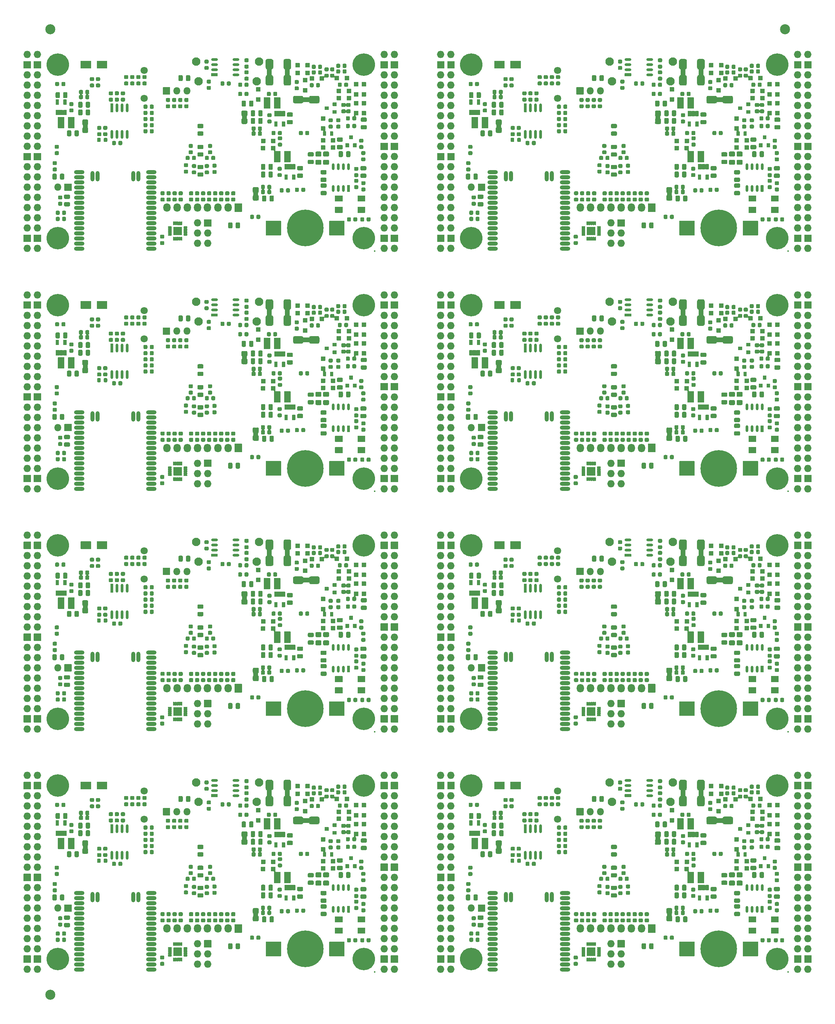
<source format=gbr>
G04 #@! TF.GenerationSoftware,KiCad,Pcbnew,5.99.0+really5.1.10+dfsg1-1*
G04 #@! TF.CreationDate,2021-09-29T09:26:01+02:00*
G04 #@! TF.ProjectId,ulx3s-panel,756c7833-732d-4706-916e-656c2e6b6963,rev?*
G04 #@! TF.SameCoordinates,Original*
G04 #@! TF.FileFunction,Soldermask,Bot*
G04 #@! TF.FilePolarity,Negative*
%FSLAX46Y46*%
G04 Gerber Fmt 4.6, Leading zero omitted, Abs format (unit mm)*
G04 Created by KiCad (PCBNEW 5.99.0+really5.1.10+dfsg1-1) date 2021-09-29 09:26:01*
%MOMM*%
%LPD*%
G01*
G04 APERTURE LIST*
%ADD10C,1.200000*%
%ADD11C,2.500000*%
%ADD12O,1.800000X1.800000*%
%ADD13C,0.400000*%
%ADD14O,1.827200X1.827200*%
%ADD15O,0.700000X2.200000*%
%ADD16O,1.650000X0.700000*%
%ADD17O,0.700000X1.650000*%
%ADD18C,1.800000*%
%ADD19O,1.827200X2.132000*%
%ADD20C,2.100000*%
%ADD21C,9.100000*%
%ADD22O,1.000000X2.600000*%
%ADD23O,2.600000X1.000000*%
%ADD24C,5.600000*%
%ADD25C,0.350000*%
G04 APERTURE END LIST*
D10*
G04 #@! TO.C,D9*
X84644004Y-104260014D02*
X80644004Y-104260014D01*
G04 #@! TO.C,D51*
X73470004Y-99460014D02*
X73470004Y-95460014D01*
G04 #@! TO.C,D52*
X77945004Y-95460014D02*
X77945004Y-99460014D01*
G04 #@! TO.C,RP1*
X70071004Y-126721014D02*
X70071004Y-128721014D01*
G04 #@! TO.C,RP2*
X27599004Y-109892014D02*
X27599004Y-111892014D01*
G04 #@! TO.C,RP3*
X67262004Y-107671014D02*
X67262004Y-109671014D01*
G04 #@! TO.C,D9*
X-18336001Y-104260014D02*
X-22336001Y-104260014D01*
G04 #@! TO.C,D51*
X-29510001Y-99460014D02*
X-29510001Y-95460014D01*
G04 #@! TO.C,D52*
X-25035001Y-95460014D02*
X-25035001Y-99460014D01*
G04 #@! TO.C,RP1*
X-32909001Y-126721014D02*
X-32909001Y-128721014D01*
G04 #@! TO.C,RP2*
X-75381001Y-109892014D02*
X-75381001Y-111892014D01*
G04 #@! TO.C,RP3*
X-35718001Y-107671014D02*
X-35718001Y-109671014D01*
G04 #@! TO.C,D9*
X84644004Y-44460009D02*
X80644004Y-44460009D01*
G04 #@! TO.C,D51*
X73470004Y-39660009D02*
X73470004Y-35660009D01*
G04 #@! TO.C,D52*
X77945004Y-35660009D02*
X77945004Y-39660009D01*
G04 #@! TO.C,RP1*
X70071004Y-66921009D02*
X70071004Y-68921009D01*
G04 #@! TO.C,RP2*
X27599004Y-50092009D02*
X27599004Y-52092009D01*
G04 #@! TO.C,RP3*
X67262004Y-47871009D02*
X67262004Y-49871009D01*
G04 #@! TO.C,D9*
X-18336001Y-44460009D02*
X-22336001Y-44460009D01*
G04 #@! TO.C,D51*
X-29510001Y-39660009D02*
X-29510001Y-35660009D01*
G04 #@! TO.C,D52*
X-25035001Y-35660009D02*
X-25035001Y-39660009D01*
G04 #@! TO.C,RP1*
X-32909001Y-66921009D02*
X-32909001Y-68921009D01*
G04 #@! TO.C,RP2*
X-75381001Y-50092009D02*
X-75381001Y-52092009D01*
G04 #@! TO.C,RP3*
X-35718001Y-47871009D02*
X-35718001Y-49871009D01*
G04 #@! TO.C,D9*
X84644004Y15339996D02*
X80644004Y15339996D01*
G04 #@! TO.C,D51*
X73470004Y20139996D02*
X73470004Y24139996D01*
G04 #@! TO.C,D52*
X77945004Y24139996D02*
X77945004Y20139996D01*
G04 #@! TO.C,RP1*
X70071004Y-7121004D02*
X70071004Y-9121004D01*
G04 #@! TO.C,RP2*
X27599004Y9707996D02*
X27599004Y7707996D01*
G04 #@! TO.C,RP3*
X67262004Y11928996D02*
X67262004Y9928996D01*
G04 #@! TO.C,D9*
X-18336001Y15339996D02*
X-22336001Y15339996D01*
G04 #@! TO.C,D51*
X-29510001Y20139996D02*
X-29510001Y24139996D01*
G04 #@! TO.C,D52*
X-25035001Y24139996D02*
X-25035001Y20139996D01*
G04 #@! TO.C,RP1*
X-32909001Y-7121004D02*
X-32909001Y-9121004D01*
G04 #@! TO.C,RP2*
X-75381001Y9707996D02*
X-75381001Y7707996D01*
G04 #@! TO.C,RP3*
X-35718001Y11928996D02*
X-35718001Y9928996D01*
G04 #@! TO.C,D9*
X84644004Y75140001D02*
X80644004Y75140001D01*
G04 #@! TO.C,D51*
X73470004Y79940001D02*
X73470004Y83940001D01*
G04 #@! TO.C,D52*
X77945004Y83940001D02*
X77945004Y79940001D01*
G04 #@! TO.C,RP1*
X70071004Y52679001D02*
X70071004Y50679001D01*
G04 #@! TO.C,RP2*
X27599004Y69508001D02*
X27599004Y67508001D01*
G04 #@! TO.C,RP3*
X67262004Y71729001D02*
X67262004Y69729001D01*
G04 #@! TO.C,D9*
X-18336001Y75140001D02*
X-22336001Y75140001D01*
G04 #@! TO.C,D51*
X-29510001Y79940001D02*
X-29510001Y83940001D01*
G04 #@! TO.C,D52*
X-25035001Y83940001D02*
X-25035001Y79940001D01*
G04 #@! TO.C,RP1*
X-32909001Y52679001D02*
X-32909001Y50679001D01*
G04 #@! TO.C,RP2*
X-75381001Y69508001D02*
X-75381001Y67508001D01*
G04 #@! TO.C,RP3*
X-35718001Y71729001D02*
X-35718001Y69729001D01*
G04 #@! TO.C,D9*
X84644004Y-104260014D02*
X80644004Y-104260014D01*
G04 #@! TO.C,D51*
X73470004Y-99460014D02*
X73470004Y-95460014D01*
G04 #@! TO.C,D52*
X77945004Y-95460014D02*
X77945004Y-99460014D01*
G04 #@! TO.C,RP1*
X70071004Y-126721014D02*
X70071004Y-128721014D01*
G04 #@! TO.C,RP2*
X27599004Y-109892014D02*
X27599004Y-111892014D01*
G04 #@! TO.C,RP3*
X67262004Y-107671014D02*
X67262004Y-109671014D01*
G04 #@! TO.C,D9*
X-18336001Y-104260014D02*
X-22336001Y-104260014D01*
G04 #@! TO.C,D51*
X-29510001Y-99460014D02*
X-29510001Y-95460014D01*
G04 #@! TO.C,D52*
X-25035001Y-95460014D02*
X-25035001Y-99460014D01*
G04 #@! TO.C,RP1*
X-32909001Y-126721014D02*
X-32909001Y-128721014D01*
G04 #@! TO.C,RP2*
X-75381001Y-109892014D02*
X-75381001Y-111892014D01*
G04 #@! TO.C,RP3*
X-35718001Y-107671014D02*
X-35718001Y-109671014D01*
G04 #@! TO.C,D9*
X84644004Y-44460009D02*
X80644004Y-44460009D01*
G04 #@! TO.C,D51*
X73470004Y-39660009D02*
X73470004Y-35660009D01*
G04 #@! TO.C,D52*
X77945004Y-35660009D02*
X77945004Y-39660009D01*
G04 #@! TO.C,RP1*
X70071004Y-66921009D02*
X70071004Y-68921009D01*
G04 #@! TO.C,RP2*
X27599004Y-50092009D02*
X27599004Y-52092009D01*
G04 #@! TO.C,RP3*
X67262004Y-47871009D02*
X67262004Y-49871009D01*
G04 #@! TO.C,D9*
X-18336001Y-44460009D02*
X-22336001Y-44460009D01*
G04 #@! TO.C,D51*
X-29510001Y-39660009D02*
X-29510001Y-35660009D01*
G04 #@! TO.C,D52*
X-25035001Y-35660009D02*
X-25035001Y-39660009D01*
G04 #@! TO.C,RP1*
X-32909001Y-66921009D02*
X-32909001Y-68921009D01*
G04 #@! TO.C,RP2*
X-75381001Y-50092009D02*
X-75381001Y-52092009D01*
G04 #@! TO.C,RP3*
X-35718001Y-47871009D02*
X-35718001Y-49871009D01*
G04 #@! TO.C,D9*
X84644004Y15339996D02*
X80644004Y15339996D01*
G04 #@! TO.C,D51*
X73470004Y20139996D02*
X73470004Y24139996D01*
G04 #@! TO.C,D52*
X77945004Y24139996D02*
X77945004Y20139996D01*
G04 #@! TO.C,RP1*
X70071004Y-7121004D02*
X70071004Y-9121004D01*
G04 #@! TO.C,RP2*
X27599004Y9707996D02*
X27599004Y7707996D01*
G04 #@! TO.C,RP3*
X67262004Y11928996D02*
X67262004Y9928996D01*
G04 #@! TO.C,D9*
X-18336001Y15339996D02*
X-22336001Y15339996D01*
G04 #@! TO.C,D51*
X-29510001Y20139996D02*
X-29510001Y24139996D01*
G04 #@! TO.C,D52*
X-25035001Y24139996D02*
X-25035001Y20139996D01*
G04 #@! TO.C,RP1*
X-32909001Y-7121004D02*
X-32909001Y-9121004D01*
G04 #@! TO.C,RP2*
X-75381001Y9707996D02*
X-75381001Y7707996D01*
G04 #@! TO.C,RP3*
X-35718001Y11928996D02*
X-35718001Y9928996D01*
G04 #@! TO.C,D9*
X84644004Y75140001D02*
X80644004Y75140001D01*
G04 #@! TO.C,D51*
X73470004Y79940001D02*
X73470004Y83940001D01*
G04 #@! TO.C,D52*
X77945004Y83940001D02*
X77945004Y79940001D01*
G04 #@! TO.C,RP1*
X70071004Y52679001D02*
X70071004Y50679001D01*
G04 #@! TO.C,RP2*
X27599004Y69508001D02*
X27599004Y67508001D01*
G04 #@! TO.C,RP3*
X67262004Y71729001D02*
X67262004Y69729001D01*
G04 #@! TO.C,D9*
X-18336001Y75140001D02*
X-22336001Y75140001D01*
G04 #@! TO.C,D51*
X-29510001Y79940001D02*
X-29510001Y83940001D01*
G04 #@! TO.C,D52*
X-25035001Y83940001D02*
X-25035001Y79940001D01*
G04 #@! TO.C,RP1*
X-32909001Y52679001D02*
X-32909001Y50679001D01*
G04 #@! TO.C,RP2*
X-75381001Y69508001D02*
X-75381001Y67508001D01*
G04 #@! TO.C,RP3*
X-35718001Y71729001D02*
X-35718001Y69729001D01*
G04 #@! TD*
D11*
G04 #@! TO.C,REF\u002A\u002A*
X-84089000Y-147599000D03*
G04 #@! TD*
G04 #@! TO.C,REF\u002A\u002A*
X98869000Y92639000D03*
G04 #@! TD*
G04 #@! TO.C,REF\u002A\u002A*
X-84089000Y92639000D03*
G04 #@! TD*
G04 #@! TO.C,R56*
G36*
G01*
X32204804Y-114592014D02*
X32204804Y-113992014D01*
G75*
G02*
X32429804Y-113767014I225000J0D01*
G01*
X32879804Y-113767014D01*
G75*
G02*
X33104804Y-113992014I0J-225000D01*
G01*
X33104804Y-114592014D01*
G75*
G02*
X32879804Y-114817014I-225000J0D01*
G01*
X32429804Y-114817014D01*
G75*
G02*
X32204804Y-114592014I0J225000D01*
G01*
G37*
G36*
G01*
X30554804Y-114592014D02*
X30554804Y-113992014D01*
G75*
G02*
X30779804Y-113767014I225000J0D01*
G01*
X31229804Y-113767014D01*
G75*
G02*
X31454804Y-113992014I0J-225000D01*
G01*
X31454804Y-114592014D01*
G75*
G02*
X31229804Y-114817014I-225000J0D01*
G01*
X30779804Y-114817014D01*
G75*
G02*
X30554804Y-114592014I0J225000D01*
G01*
G37*
G04 #@! TD*
G04 #@! TO.C,C72*
G36*
G01*
X64195004Y-127085014D02*
X64745004Y-127085014D01*
G75*
G02*
X64995004Y-127335014I0J-250000D01*
G01*
X64995004Y-127835014D01*
G75*
G02*
X64745004Y-128085014I-250000J0D01*
G01*
X64195004Y-128085014D01*
G75*
G02*
X63945004Y-127835014I0J250000D01*
G01*
X63945004Y-127335014D01*
G75*
G02*
X64195004Y-127085014I250000J0D01*
G01*
G37*
G36*
G01*
X64195004Y-128635014D02*
X64745004Y-128635014D01*
G75*
G02*
X64995004Y-128885014I0J-250000D01*
G01*
X64995004Y-129385014D01*
G75*
G02*
X64745004Y-129635014I-250000J0D01*
G01*
X64195004Y-129635014D01*
G75*
G02*
X63945004Y-129385014I0J250000D01*
G01*
X63945004Y-128885014D01*
G75*
G02*
X64195004Y-128635014I250000J0D01*
G01*
G37*
G04 #@! TD*
G04 #@! TO.C,C71*
G36*
G01*
X63245004Y-128085014D02*
X62695004Y-128085014D01*
G75*
G02*
X62445004Y-127835014I0J250000D01*
G01*
X62445004Y-127335014D01*
G75*
G02*
X62695004Y-127085014I250000J0D01*
G01*
X63245004Y-127085014D01*
G75*
G02*
X63495004Y-127335014I0J-250000D01*
G01*
X63495004Y-127835014D01*
G75*
G02*
X63245004Y-128085014I-250000J0D01*
G01*
G37*
G36*
G01*
X63245004Y-129635014D02*
X62695004Y-129635014D01*
G75*
G02*
X62445004Y-129385014I0J250000D01*
G01*
X62445004Y-128885014D01*
G75*
G02*
X62695004Y-128635014I250000J0D01*
G01*
X63245004Y-128635014D01*
G75*
G02*
X63495004Y-128885014I0J-250000D01*
G01*
X63495004Y-129385014D01*
G75*
G02*
X63245004Y-129635014I-250000J0D01*
G01*
G37*
G04 #@! TD*
G04 #@! TO.C,C70*
G36*
G01*
X61195004Y-128635014D02*
X61745004Y-128635014D01*
G75*
G02*
X61995004Y-128885014I0J-250000D01*
G01*
X61995004Y-129385014D01*
G75*
G02*
X61745004Y-129635014I-250000J0D01*
G01*
X61195004Y-129635014D01*
G75*
G02*
X60945004Y-129385014I0J250000D01*
G01*
X60945004Y-128885014D01*
G75*
G02*
X61195004Y-128635014I250000J0D01*
G01*
G37*
G36*
G01*
X61195004Y-127085014D02*
X61745004Y-127085014D01*
G75*
G02*
X61995004Y-127335014I0J-250000D01*
G01*
X61995004Y-127835014D01*
G75*
G02*
X61745004Y-128085014I-250000J0D01*
G01*
X61195004Y-128085014D01*
G75*
G02*
X60945004Y-127835014I0J250000D01*
G01*
X60945004Y-127335014D01*
G75*
G02*
X61195004Y-127085014I250000J0D01*
G01*
G37*
G04 #@! TD*
G04 #@! TO.C,C69*
G36*
G01*
X60245004Y-128085014D02*
X59695004Y-128085014D01*
G75*
G02*
X59445004Y-127835014I0J250000D01*
G01*
X59445004Y-127335014D01*
G75*
G02*
X59695004Y-127085014I250000J0D01*
G01*
X60245004Y-127085014D01*
G75*
G02*
X60495004Y-127335014I0J-250000D01*
G01*
X60495004Y-127835014D01*
G75*
G02*
X60245004Y-128085014I-250000J0D01*
G01*
G37*
G36*
G01*
X60245004Y-129635014D02*
X59695004Y-129635014D01*
G75*
G02*
X59445004Y-129385014I0J250000D01*
G01*
X59445004Y-128885014D01*
G75*
G02*
X59695004Y-128635014I250000J0D01*
G01*
X60245004Y-128635014D01*
G75*
G02*
X60495004Y-128885014I0J-250000D01*
G01*
X60495004Y-129385014D01*
G75*
G02*
X60245004Y-129635014I-250000J0D01*
G01*
G37*
G04 #@! TD*
G04 #@! TO.C,C68*
G36*
G01*
X58195004Y-128635014D02*
X58745004Y-128635014D01*
G75*
G02*
X58995004Y-128885014I0J-250000D01*
G01*
X58995004Y-129385014D01*
G75*
G02*
X58745004Y-129635014I-250000J0D01*
G01*
X58195004Y-129635014D01*
G75*
G02*
X57945004Y-129385014I0J250000D01*
G01*
X57945004Y-128885014D01*
G75*
G02*
X58195004Y-128635014I250000J0D01*
G01*
G37*
G36*
G01*
X58195004Y-127085014D02*
X58745004Y-127085014D01*
G75*
G02*
X58995004Y-127335014I0J-250000D01*
G01*
X58995004Y-127835014D01*
G75*
G02*
X58745004Y-128085014I-250000J0D01*
G01*
X58195004Y-128085014D01*
G75*
G02*
X57945004Y-127835014I0J250000D01*
G01*
X57945004Y-127335014D01*
G75*
G02*
X58195004Y-127085014I250000J0D01*
G01*
G37*
G04 #@! TD*
G04 #@! TO.C,C67*
G36*
G01*
X57245004Y-129635014D02*
X56695004Y-129635014D01*
G75*
G02*
X56445004Y-129385014I0J250000D01*
G01*
X56445004Y-128885014D01*
G75*
G02*
X56695004Y-128635014I250000J0D01*
G01*
X57245004Y-128635014D01*
G75*
G02*
X57495004Y-128885014I0J-250000D01*
G01*
X57495004Y-129385014D01*
G75*
G02*
X57245004Y-129635014I-250000J0D01*
G01*
G37*
G36*
G01*
X57245004Y-128085014D02*
X56695004Y-128085014D01*
G75*
G02*
X56445004Y-127835014I0J250000D01*
G01*
X56445004Y-127335014D01*
G75*
G02*
X56695004Y-127085014I250000J0D01*
G01*
X57245004Y-127085014D01*
G75*
G02*
X57495004Y-127335014I0J-250000D01*
G01*
X57495004Y-127835014D01*
G75*
G02*
X57245004Y-128085014I-250000J0D01*
G01*
G37*
G04 #@! TD*
G04 #@! TO.C,C66*
G36*
G01*
X55195004Y-127085014D02*
X55745004Y-127085014D01*
G75*
G02*
X55995004Y-127335014I0J-250000D01*
G01*
X55995004Y-127835014D01*
G75*
G02*
X55745004Y-128085014I-250000J0D01*
G01*
X55195004Y-128085014D01*
G75*
G02*
X54945004Y-127835014I0J250000D01*
G01*
X54945004Y-127335014D01*
G75*
G02*
X55195004Y-127085014I250000J0D01*
G01*
G37*
G36*
G01*
X55195004Y-128635014D02*
X55745004Y-128635014D01*
G75*
G02*
X55995004Y-128885014I0J-250000D01*
G01*
X55995004Y-129385014D01*
G75*
G02*
X55745004Y-129635014I-250000J0D01*
G01*
X55195004Y-129635014D01*
G75*
G02*
X54945004Y-129385014I0J250000D01*
G01*
X54945004Y-128885014D01*
G75*
G02*
X55195004Y-128635014I250000J0D01*
G01*
G37*
G04 #@! TD*
G04 #@! TO.C,C65*
G36*
G01*
X54245004Y-129635014D02*
X53695004Y-129635014D01*
G75*
G02*
X53445004Y-129385014I0J250000D01*
G01*
X53445004Y-128885014D01*
G75*
G02*
X53695004Y-128635014I250000J0D01*
G01*
X54245004Y-128635014D01*
G75*
G02*
X54495004Y-128885014I0J-250000D01*
G01*
X54495004Y-129385014D01*
G75*
G02*
X54245004Y-129635014I-250000J0D01*
G01*
G37*
G36*
G01*
X54245004Y-128085014D02*
X53695004Y-128085014D01*
G75*
G02*
X53445004Y-127835014I0J250000D01*
G01*
X53445004Y-127335014D01*
G75*
G02*
X53695004Y-127085014I250000J0D01*
G01*
X54245004Y-127085014D01*
G75*
G02*
X54495004Y-127335014I0J-250000D01*
G01*
X54495004Y-127835014D01*
G75*
G02*
X54245004Y-128085014I-250000J0D01*
G01*
G37*
G04 #@! TD*
G04 #@! TO.C,C64*
G36*
G01*
X51095004Y-127085014D02*
X51645004Y-127085014D01*
G75*
G02*
X51895004Y-127335014I0J-250000D01*
G01*
X51895004Y-127835014D01*
G75*
G02*
X51645004Y-128085014I-250000J0D01*
G01*
X51095004Y-128085014D01*
G75*
G02*
X50845004Y-127835014I0J250000D01*
G01*
X50845004Y-127335014D01*
G75*
G02*
X51095004Y-127085014I250000J0D01*
G01*
G37*
G36*
G01*
X51095004Y-128635014D02*
X51645004Y-128635014D01*
G75*
G02*
X51895004Y-128885014I0J-250000D01*
G01*
X51895004Y-129385014D01*
G75*
G02*
X51645004Y-129635014I-250000J0D01*
G01*
X51095004Y-129635014D01*
G75*
G02*
X50845004Y-129385014I0J250000D01*
G01*
X50845004Y-128885014D01*
G75*
G02*
X51095004Y-128635014I250000J0D01*
G01*
G37*
G04 #@! TD*
G04 #@! TO.C,C63*
G36*
G01*
X50145004Y-128085014D02*
X49595004Y-128085014D01*
G75*
G02*
X49345004Y-127835014I0J250000D01*
G01*
X49345004Y-127335014D01*
G75*
G02*
X49595004Y-127085014I250000J0D01*
G01*
X50145004Y-127085014D01*
G75*
G02*
X50395004Y-127335014I0J-250000D01*
G01*
X50395004Y-127835014D01*
G75*
G02*
X50145004Y-128085014I-250000J0D01*
G01*
G37*
G36*
G01*
X50145004Y-129635014D02*
X49595004Y-129635014D01*
G75*
G02*
X49345004Y-129385014I0J250000D01*
G01*
X49345004Y-128885014D01*
G75*
G02*
X49595004Y-128635014I250000J0D01*
G01*
X50145004Y-128635014D01*
G75*
G02*
X50395004Y-128885014I0J-250000D01*
G01*
X50395004Y-129385014D01*
G75*
G02*
X50145004Y-129635014I-250000J0D01*
G01*
G37*
G04 #@! TD*
G04 #@! TO.C,L4*
G36*
G01*
X87103742Y-119231014D02*
X88060266Y-119231014D01*
G75*
G02*
X88332004Y-119502752I0J-271738D01*
G01*
X88332004Y-120209276D01*
G75*
G02*
X88060266Y-120481014I-271738J0D01*
G01*
X87103742Y-120481014D01*
G75*
G02*
X86832004Y-120209276I0J271738D01*
G01*
X86832004Y-119502752D01*
G75*
G02*
X87103742Y-119231014I271738J0D01*
G01*
G37*
G36*
G01*
X87103742Y-117181014D02*
X88060266Y-117181014D01*
G75*
G02*
X88332004Y-117452752I0J-271738D01*
G01*
X88332004Y-118159276D01*
G75*
G02*
X88060266Y-118431014I-271738J0D01*
G01*
X87103742Y-118431014D01*
G75*
G02*
X86832004Y-118159276I0J271738D01*
G01*
X86832004Y-117452752D01*
G75*
G02*
X87103742Y-117181014I271738J0D01*
G01*
G37*
G04 #@! TD*
G04 #@! TO.C,L5*
G36*
G01*
X85198742Y-119231014D02*
X86155266Y-119231014D01*
G75*
G02*
X86427004Y-119502752I0J-271738D01*
G01*
X86427004Y-120209276D01*
G75*
G02*
X86155266Y-120481014I-271738J0D01*
G01*
X85198742Y-120481014D01*
G75*
G02*
X84927004Y-120209276I0J271738D01*
G01*
X84927004Y-119502752D01*
G75*
G02*
X85198742Y-119231014I271738J0D01*
G01*
G37*
G36*
G01*
X85198742Y-117181014D02*
X86155266Y-117181014D01*
G75*
G02*
X86427004Y-117452752I0J-271738D01*
G01*
X86427004Y-118159276D01*
G75*
G02*
X86155266Y-118431014I-271738J0D01*
G01*
X85198742Y-118431014D01*
G75*
G02*
X84927004Y-118159276I0J271738D01*
G01*
X84927004Y-117452752D01*
G75*
G02*
X85198742Y-117181014I271738J0D01*
G01*
G37*
G04 #@! TD*
G04 #@! TO.C,C61*
G36*
G01*
X84253254Y-118431014D02*
X83290754Y-118431014D01*
G75*
G02*
X83022004Y-118162264I0J268750D01*
G01*
X83022004Y-117624764D01*
G75*
G02*
X83290754Y-117356014I268750J0D01*
G01*
X84253254Y-117356014D01*
G75*
G02*
X84522004Y-117624764I0J-268750D01*
G01*
X84522004Y-118162264D01*
G75*
G02*
X84253254Y-118431014I-268750J0D01*
G01*
G37*
G36*
G01*
X84253254Y-120306014D02*
X83290754Y-120306014D01*
G75*
G02*
X83022004Y-120037264I0J268750D01*
G01*
X83022004Y-119499764D01*
G75*
G02*
X83290754Y-119231014I268750J0D01*
G01*
X84253254Y-119231014D01*
G75*
G02*
X84522004Y-119499764I0J-268750D01*
G01*
X84522004Y-120037264D01*
G75*
G02*
X84253254Y-120306014I-268750J0D01*
G01*
G37*
G04 #@! TD*
G04 #@! TO.C,C60*
G36*
G01*
X85088004Y-100951264D02*
X85088004Y-100388764D01*
G75*
G02*
X85331754Y-100145014I243750J0D01*
G01*
X85819254Y-100145014D01*
G75*
G02*
X86063004Y-100388764I0J-243750D01*
G01*
X86063004Y-100951264D01*
G75*
G02*
X85819254Y-101195014I-243750J0D01*
G01*
X85331754Y-101195014D01*
G75*
G02*
X85088004Y-100951264I0J243750D01*
G01*
G37*
G36*
G01*
X83513004Y-100951264D02*
X83513004Y-100388764D01*
G75*
G02*
X83756754Y-100145014I243750J0D01*
G01*
X84244254Y-100145014D01*
G75*
G02*
X84488004Y-100388764I0J-243750D01*
G01*
X84488004Y-100951264D01*
G75*
G02*
X84244254Y-101195014I-243750J0D01*
G01*
X83756754Y-101195014D01*
G75*
G02*
X83513004Y-100951264I0J243750D01*
G01*
G37*
G04 #@! TD*
G04 #@! TO.C,D29*
G36*
G01*
X73861004Y-116824014D02*
X73861004Y-115824014D01*
G75*
G02*
X73911004Y-115774014I50000J0D01*
G01*
X74911004Y-115774014D01*
G75*
G02*
X74961004Y-115824014I0J-50000D01*
G01*
X74961004Y-116824014D01*
G75*
G02*
X74911004Y-116874014I-50000J0D01*
G01*
X73911004Y-116874014D01*
G75*
G02*
X73861004Y-116824014I0J50000D01*
G01*
G37*
G36*
G01*
X71361004Y-116824014D02*
X71361004Y-115824014D01*
G75*
G02*
X71411004Y-115774014I50000J0D01*
G01*
X72411004Y-115774014D01*
G75*
G02*
X72461004Y-115824014I0J-50000D01*
G01*
X72461004Y-116824014D01*
G75*
G02*
X72411004Y-116874014I-50000J0D01*
G01*
X71411004Y-116874014D01*
G75*
G02*
X71361004Y-116824014I0J50000D01*
G01*
G37*
G04 #@! TD*
G04 #@! TO.C,D28*
G36*
G01*
X73881004Y-115046014D02*
X73881004Y-114046014D01*
G75*
G02*
X73931004Y-113996014I50000J0D01*
G01*
X74931004Y-113996014D01*
G75*
G02*
X74981004Y-114046014I0J-50000D01*
G01*
X74981004Y-115046014D01*
G75*
G02*
X74931004Y-115096014I-50000J0D01*
G01*
X73931004Y-115096014D01*
G75*
G02*
X73881004Y-115046014I0J50000D01*
G01*
G37*
G36*
G01*
X71381004Y-115046014D02*
X71381004Y-114046014D01*
G75*
G02*
X71431004Y-113996014I50000J0D01*
G01*
X72431004Y-113996014D01*
G75*
G02*
X72481004Y-114046014I0J-50000D01*
G01*
X72481004Y-115046014D01*
G75*
G02*
X72431004Y-115096014I-50000J0D01*
G01*
X71431004Y-115096014D01*
G75*
G02*
X71381004Y-115046014I0J50000D01*
G01*
G37*
G04 #@! TD*
G04 #@! TO.C,D27*
G36*
G01*
X91342004Y-101600014D02*
X91342004Y-102600014D01*
G75*
G02*
X91292004Y-102650014I-50000J0D01*
G01*
X90292004Y-102650014D01*
G75*
G02*
X90242004Y-102600014I0J50000D01*
G01*
X90242004Y-101600014D01*
G75*
G02*
X90292004Y-101550014I50000J0D01*
G01*
X91292004Y-101550014D01*
G75*
G02*
X91342004Y-101600014I0J-50000D01*
G01*
G37*
G36*
G01*
X93842004Y-101600014D02*
X93842004Y-102600014D01*
G75*
G02*
X93792004Y-102650014I-50000J0D01*
G01*
X92792004Y-102650014D01*
G75*
G02*
X92742004Y-102600014I0J50000D01*
G01*
X92742004Y-101600014D01*
G75*
G02*
X92792004Y-101550014I50000J0D01*
G01*
X93792004Y-101550014D01*
G75*
G02*
X93842004Y-101600014I0J-50000D01*
G01*
G37*
G04 #@! TD*
G04 #@! TO.C,Q1*
G36*
G01*
X95155004Y-116140014D02*
X94355004Y-116140014D01*
G75*
G02*
X94305004Y-116090014I0J50000D01*
G01*
X94305004Y-115190014D01*
G75*
G02*
X94355004Y-115140014I50000J0D01*
G01*
X95155004Y-115140014D01*
G75*
G02*
X95205004Y-115190014I0J-50000D01*
G01*
X95205004Y-116090014D01*
G75*
G02*
X95155004Y-116140014I-50000J0D01*
G01*
G37*
G36*
G01*
X93255004Y-116140014D02*
X92455004Y-116140014D01*
G75*
G02*
X92405004Y-116090014I0J50000D01*
G01*
X92405004Y-115190014D01*
G75*
G02*
X92455004Y-115140014I50000J0D01*
G01*
X93255004Y-115140014D01*
G75*
G02*
X93305004Y-115190014I0J-50000D01*
G01*
X93305004Y-116090014D01*
G75*
G02*
X93255004Y-116140014I-50000J0D01*
G01*
G37*
G36*
G01*
X94205004Y-114140014D02*
X93405004Y-114140014D01*
G75*
G02*
X93355004Y-114090014I0J50000D01*
G01*
X93355004Y-113190014D01*
G75*
G02*
X93405004Y-113140014I50000J0D01*
G01*
X94205004Y-113140014D01*
G75*
G02*
X94255004Y-113190014I0J-50000D01*
G01*
X94255004Y-114090014D01*
G75*
G02*
X94205004Y-114140014I-50000J0D01*
G01*
G37*
G04 #@! TD*
G04 #@! TO.C,D8*
G36*
G01*
X30470004Y-96460014D02*
X30470004Y-94660014D01*
G75*
G02*
X30520004Y-94610014I50000J0D01*
G01*
X33020004Y-94610014D01*
G75*
G02*
X33070004Y-94660014I0J-50000D01*
G01*
X33070004Y-96460014D01*
G75*
G02*
X33020004Y-96510014I-50000J0D01*
G01*
X30520004Y-96510014D01*
G75*
G02*
X30470004Y-96460014I0J50000D01*
G01*
G37*
G36*
G01*
X26470004Y-96460014D02*
X26470004Y-94660014D01*
G75*
G02*
X26520004Y-94610014I50000J0D01*
G01*
X29020004Y-94610014D01*
G75*
G02*
X29070004Y-94660014I0J-50000D01*
G01*
X29070004Y-96460014D01*
G75*
G02*
X29020004Y-96510014I-50000J0D01*
G01*
X26520004Y-96510014D01*
G75*
G02*
X26470004Y-96460014I0J50000D01*
G01*
G37*
G04 #@! TD*
G04 #@! TO.C,R1*
G36*
G01*
X86830004Y-113235015D02*
X86830004Y-112235013D01*
G75*
G02*
X86880003Y-112185014I49999J0D01*
G01*
X87550005Y-112185014D01*
G75*
G02*
X87600004Y-112235013I0J-49999D01*
G01*
X87600004Y-113235015D01*
G75*
G02*
X87550005Y-113285014I-49999J0D01*
G01*
X86880003Y-113285014D01*
G75*
G02*
X86830004Y-113235015I0J49999D01*
G01*
G37*
G36*
G01*
X88580004Y-113235015D02*
X88580004Y-112235013D01*
G75*
G02*
X88630003Y-112185014I49999J0D01*
G01*
X89300005Y-112185014D01*
G75*
G02*
X89350004Y-112235013I0J-49999D01*
G01*
X89350004Y-113235015D01*
G75*
G02*
X89300005Y-113285014I-49999J0D01*
G01*
X88630003Y-113285014D01*
G75*
G02*
X88580004Y-113235015I0J49999D01*
G01*
G37*
G04 #@! TD*
D12*
G04 #@! TO.C,J5*
X52926004Y-102085014D03*
X50386004Y-102085014D03*
G36*
G01*
X48696004Y-102985014D02*
X46996004Y-102985014D01*
G75*
G02*
X46946004Y-102935014I0J50000D01*
G01*
X46946004Y-101235014D01*
G75*
G02*
X46996004Y-101185014I50000J0D01*
G01*
X48696004Y-101185014D01*
G75*
G02*
X48746004Y-101235014I0J-50000D01*
G01*
X48746004Y-102935014D01*
G75*
G02*
X48696004Y-102985014I-50000J0D01*
G01*
G37*
G04 #@! TD*
G04 #@! TO.C,J3*
X20780004Y-126070014D03*
G36*
G01*
X22470004Y-125170014D02*
X24170004Y-125170014D01*
G75*
G02*
X24220004Y-125220014I0J-50000D01*
G01*
X24220004Y-126920014D01*
G75*
G02*
X24170004Y-126970014I-50000J0D01*
G01*
X22470004Y-126970014D01*
G75*
G02*
X22420004Y-126920014I0J50000D01*
G01*
X22420004Y-125220014D01*
G75*
G02*
X22470004Y-125170014I50000J0D01*
G01*
G37*
G04 #@! TD*
D13*
G04 #@! TO.C,AE1*
X99662004Y-141963014D03*
G04 #@! TD*
G04 #@! TO.C,D26*
G36*
G01*
X96480004Y-102404014D02*
X97480004Y-102404014D01*
G75*
G02*
X97530004Y-102454014I0J-50000D01*
G01*
X97530004Y-103454014D01*
G75*
G02*
X97480004Y-103504014I-50000J0D01*
G01*
X96480004Y-103504014D01*
G75*
G02*
X96430004Y-103454014I0J50000D01*
G01*
X96430004Y-102454014D01*
G75*
G02*
X96480004Y-102404014I50000J0D01*
G01*
G37*
G36*
G01*
X96480004Y-99904014D02*
X97480004Y-99904014D01*
G75*
G02*
X97530004Y-99954014I0J-50000D01*
G01*
X97530004Y-100954014D01*
G75*
G02*
X97480004Y-101004014I-50000J0D01*
G01*
X96480004Y-101004014D01*
G75*
G02*
X96430004Y-100954014I0J50000D01*
G01*
X96430004Y-99954014D01*
G75*
G02*
X96480004Y-99904014I50000J0D01*
G01*
G37*
G04 #@! TD*
G04 #@! TO.C,D25*
G36*
G01*
X95575004Y-101004014D02*
X94575004Y-101004014D01*
G75*
G02*
X94525004Y-100954014I0J50000D01*
G01*
X94525004Y-99954014D01*
G75*
G02*
X94575004Y-99904014I50000J0D01*
G01*
X95575004Y-99904014D01*
G75*
G02*
X95625004Y-99954014I0J-50000D01*
G01*
X95625004Y-100954014D01*
G75*
G02*
X95575004Y-101004014I-50000J0D01*
G01*
G37*
G36*
G01*
X95575004Y-103504014D02*
X94575004Y-103504014D01*
G75*
G02*
X94525004Y-103454014I0J50000D01*
G01*
X94525004Y-102454014D01*
G75*
G02*
X94575004Y-102404014I50000J0D01*
G01*
X95575004Y-102404014D01*
G75*
G02*
X95625004Y-102454014I0J-50000D01*
G01*
X95625004Y-103454014D01*
G75*
G02*
X95575004Y-103504014I-50000J0D01*
G01*
G37*
G04 #@! TD*
G04 #@! TO.C,D23*
G36*
G01*
X79940004Y-98122014D02*
X79940004Y-97122014D01*
G75*
G02*
X79990004Y-97072014I50000J0D01*
G01*
X80990004Y-97072014D01*
G75*
G02*
X81040004Y-97122014I0J-50000D01*
G01*
X81040004Y-98122014D01*
G75*
G02*
X80990004Y-98172014I-50000J0D01*
G01*
X79990004Y-98172014D01*
G75*
G02*
X79940004Y-98122014I0J50000D01*
G01*
G37*
G36*
G01*
X82440004Y-98122014D02*
X82440004Y-97122014D01*
G75*
G02*
X82490004Y-97072014I50000J0D01*
G01*
X83490004Y-97072014D01*
G75*
G02*
X83540004Y-97122014I0J-50000D01*
G01*
X83540004Y-98122014D01*
G75*
G02*
X83490004Y-98172014I-50000J0D01*
G01*
X82490004Y-98172014D01*
G75*
G02*
X82440004Y-98122014I0J50000D01*
G01*
G37*
G04 #@! TD*
G04 #@! TO.C,D21*
G36*
G01*
X89719004Y-99410014D02*
X89719004Y-98410014D01*
G75*
G02*
X89769004Y-98360014I50000J0D01*
G01*
X90769004Y-98360014D01*
G75*
G02*
X90819004Y-98410014I0J-50000D01*
G01*
X90819004Y-99410014D01*
G75*
G02*
X90769004Y-99460014I-50000J0D01*
G01*
X89769004Y-99460014D01*
G75*
G02*
X89719004Y-99410014I0J50000D01*
G01*
G37*
G36*
G01*
X92219004Y-99410014D02*
X92219004Y-98410014D01*
G75*
G02*
X92269004Y-98360014I50000J0D01*
G01*
X93269004Y-98360014D01*
G75*
G02*
X93319004Y-98410014I0J-50000D01*
G01*
X93319004Y-99410014D01*
G75*
G02*
X93269004Y-99460014I-50000J0D01*
G01*
X92269004Y-99460014D01*
G75*
G02*
X92219004Y-99410014I0J50000D01*
G01*
G37*
G04 #@! TD*
G04 #@! TO.C,D16*
G36*
G01*
X92727004Y-104363014D02*
X92727004Y-103363014D01*
G75*
G02*
X92777004Y-103313014I50000J0D01*
G01*
X93777004Y-103313014D01*
G75*
G02*
X93827004Y-103363014I0J-50000D01*
G01*
X93827004Y-104363014D01*
G75*
G02*
X93777004Y-104413014I-50000J0D01*
G01*
X92777004Y-104413014D01*
G75*
G02*
X92727004Y-104363014I0J50000D01*
G01*
G37*
G36*
G01*
X90227004Y-104363014D02*
X90227004Y-103363014D01*
G75*
G02*
X90277004Y-103313014I50000J0D01*
G01*
X91277004Y-103313014D01*
G75*
G02*
X91327004Y-103363014I0J-50000D01*
G01*
X91327004Y-104363014D01*
G75*
G02*
X91277004Y-104413014I-50000J0D01*
G01*
X90277004Y-104413014D01*
G75*
G02*
X90227004Y-104363014I0J50000D01*
G01*
G37*
G04 #@! TD*
G04 #@! TO.C,D15*
G36*
G01*
X94575004Y-104585014D02*
X95575004Y-104585014D01*
G75*
G02*
X95625004Y-104635014I0J-50000D01*
G01*
X95625004Y-105635014D01*
G75*
G02*
X95575004Y-105685014I-50000J0D01*
G01*
X94575004Y-105685014D01*
G75*
G02*
X94525004Y-105635014I0J50000D01*
G01*
X94525004Y-104635014D01*
G75*
G02*
X94575004Y-104585014I50000J0D01*
G01*
G37*
G36*
G01*
X94575004Y-107085014D02*
X95575004Y-107085014D01*
G75*
G02*
X95625004Y-107135014I0J-50000D01*
G01*
X95625004Y-108135014D01*
G75*
G02*
X95575004Y-108185014I-50000J0D01*
G01*
X94575004Y-108185014D01*
G75*
G02*
X94525004Y-108135014I0J50000D01*
G01*
X94525004Y-107135014D01*
G75*
G02*
X94575004Y-107085014I50000J0D01*
G01*
G37*
G04 #@! TD*
G04 #@! TO.C,D14*
G36*
G01*
X97480004Y-108185014D02*
X96480004Y-108185014D01*
G75*
G02*
X96430004Y-108135014I0J50000D01*
G01*
X96430004Y-107135014D01*
G75*
G02*
X96480004Y-107085014I50000J0D01*
G01*
X97480004Y-107085014D01*
G75*
G02*
X97530004Y-107135014I0J-50000D01*
G01*
X97530004Y-108135014D01*
G75*
G02*
X97480004Y-108185014I-50000J0D01*
G01*
G37*
G36*
G01*
X97480004Y-105685014D02*
X96480004Y-105685014D01*
G75*
G02*
X96430004Y-105635014I0J50000D01*
G01*
X96430004Y-104635014D01*
G75*
G02*
X96480004Y-104585014I50000J0D01*
G01*
X97480004Y-104585014D01*
G75*
G02*
X97530004Y-104635014I0J-50000D01*
G01*
X97530004Y-105635014D01*
G75*
G02*
X97480004Y-105685014I-50000J0D01*
G01*
G37*
G04 #@! TD*
G04 #@! TO.C,D13*
G36*
G01*
X87390004Y-115697014D02*
X87390004Y-116697014D01*
G75*
G02*
X87340004Y-116747014I-50000J0D01*
G01*
X86340004Y-116747014D01*
G75*
G02*
X86290004Y-116697014I0J50000D01*
G01*
X86290004Y-115697014D01*
G75*
G02*
X86340004Y-115647014I50000J0D01*
G01*
X87340004Y-115647014D01*
G75*
G02*
X87390004Y-115697014I0J-50000D01*
G01*
G37*
G36*
G01*
X89890004Y-115697014D02*
X89890004Y-116697014D01*
G75*
G02*
X89840004Y-116747014I-50000J0D01*
G01*
X88840004Y-116747014D01*
G75*
G02*
X88790004Y-116697014I0J50000D01*
G01*
X88790004Y-115697014D01*
G75*
G02*
X88840004Y-115647014I50000J0D01*
G01*
X89840004Y-115647014D01*
G75*
G02*
X89890004Y-115697014I0J-50000D01*
G01*
G37*
G04 #@! TD*
G04 #@! TO.C,D12*
G36*
G01*
X87320004Y-111995014D02*
X86320004Y-111995014D01*
G75*
G02*
X86270004Y-111945014I0J50000D01*
G01*
X86270004Y-110945014D01*
G75*
G02*
X86320004Y-110895014I50000J0D01*
G01*
X87320004Y-110895014D01*
G75*
G02*
X87370004Y-110945014I0J-50000D01*
G01*
X87370004Y-111945014D01*
G75*
G02*
X87320004Y-111995014I-50000J0D01*
G01*
G37*
G36*
G01*
X87320004Y-109495014D02*
X86320004Y-109495014D01*
G75*
G02*
X86270004Y-109445014I0J50000D01*
G01*
X86270004Y-108445014D01*
G75*
G02*
X86320004Y-108395014I50000J0D01*
G01*
X87320004Y-108395014D01*
G75*
G02*
X87370004Y-108445014I0J-50000D01*
G01*
X87370004Y-109445014D01*
G75*
G02*
X87320004Y-109495014I-50000J0D01*
G01*
G37*
G04 #@! TD*
G04 #@! TO.C,D10*
G36*
G01*
X88790004Y-114919014D02*
X88790004Y-113919014D01*
G75*
G02*
X88840004Y-113869014I50000J0D01*
G01*
X89840004Y-113869014D01*
G75*
G02*
X89890004Y-113919014I0J-50000D01*
G01*
X89890004Y-114919014D01*
G75*
G02*
X89840004Y-114969014I-50000J0D01*
G01*
X88840004Y-114969014D01*
G75*
G02*
X88790004Y-114919014I0J50000D01*
G01*
G37*
G36*
G01*
X86290004Y-114919014D02*
X86290004Y-113919014D01*
G75*
G02*
X86340004Y-113869014I50000J0D01*
G01*
X87340004Y-113869014D01*
G75*
G02*
X87390004Y-113919014I0J-50000D01*
G01*
X87390004Y-114919014D01*
G75*
G02*
X87340004Y-114969014I-50000J0D01*
G01*
X86340004Y-114969014D01*
G75*
G02*
X86290004Y-114919014I0J50000D01*
G01*
G37*
G04 #@! TD*
D14*
G04 #@! TO.C,J4*
X55550004Y-140040014D03*
X58090004Y-140040014D03*
X55550004Y-137500014D03*
X58090004Y-137500014D03*
X55550004Y-134960014D03*
G36*
G01*
X57226404Y-134046414D02*
X58953604Y-134046414D01*
G75*
G02*
X59003604Y-134096414I0J-50000D01*
G01*
X59003604Y-135823614D01*
G75*
G02*
X58953604Y-135873614I-50000J0D01*
G01*
X57226404Y-135873614D01*
G75*
G02*
X57176404Y-135823614I0J50000D01*
G01*
X57176404Y-134096414D01*
G75*
G02*
X57226404Y-134046414I50000J0D01*
G01*
G37*
G04 #@! TD*
G04 #@! TO.C,J2*
X104600004Y-93050014D03*
X102060004Y-93050014D03*
G36*
G01*
X105463604Y-96503614D02*
X103736404Y-96503614D01*
G75*
G02*
X103686404Y-96453614I0J50000D01*
G01*
X103686404Y-94726414D01*
G75*
G02*
X103736404Y-94676414I50000J0D01*
G01*
X105463604Y-94676414D01*
G75*
G02*
X105513604Y-94726414I0J-50000D01*
G01*
X105513604Y-96453614D01*
G75*
G02*
X105463604Y-96503614I-50000J0D01*
G01*
G37*
G36*
G01*
X102923604Y-96503614D02*
X101196404Y-96503614D01*
G75*
G02*
X101146404Y-96453614I0J50000D01*
G01*
X101146404Y-94726414D01*
G75*
G02*
X101196404Y-94676414I50000J0D01*
G01*
X102923604Y-94676414D01*
G75*
G02*
X102973604Y-94726414I0J-50000D01*
G01*
X102973604Y-96453614D01*
G75*
G02*
X102923604Y-96503614I-50000J0D01*
G01*
G37*
X104600004Y-98130014D03*
X102060004Y-98130014D03*
X104600004Y-100670014D03*
X102060004Y-100670014D03*
X104600004Y-103210014D03*
X102060004Y-103210014D03*
X104600004Y-105750014D03*
X102060004Y-105750014D03*
X104600004Y-108290014D03*
X102060004Y-108290014D03*
X104600004Y-110830014D03*
X102060004Y-110830014D03*
X104600004Y-113370014D03*
X102060004Y-113370014D03*
G36*
G01*
X105463604Y-116823614D02*
X103736404Y-116823614D01*
G75*
G02*
X103686404Y-116773614I0J50000D01*
G01*
X103686404Y-115046414D01*
G75*
G02*
X103736404Y-114996414I50000J0D01*
G01*
X105463604Y-114996414D01*
G75*
G02*
X105513604Y-115046414I0J-50000D01*
G01*
X105513604Y-116773614D01*
G75*
G02*
X105463604Y-116823614I-50000J0D01*
G01*
G37*
G36*
G01*
X102923604Y-116823614D02*
X101196404Y-116823614D01*
G75*
G02*
X101146404Y-116773614I0J50000D01*
G01*
X101146404Y-115046414D01*
G75*
G02*
X101196404Y-114996414I50000J0D01*
G01*
X102923604Y-114996414D01*
G75*
G02*
X102973604Y-115046414I0J-50000D01*
G01*
X102973604Y-116773614D01*
G75*
G02*
X102923604Y-116823614I-50000J0D01*
G01*
G37*
X104600004Y-118450014D03*
X102060004Y-118450014D03*
X104600004Y-120990014D03*
X102060004Y-120990014D03*
X104600004Y-123530014D03*
X102060004Y-123530014D03*
X104600004Y-126070014D03*
X102060004Y-126070014D03*
X104600004Y-128610014D03*
X102060004Y-128610014D03*
X104600004Y-131150014D03*
X102060004Y-131150014D03*
X104600004Y-133690014D03*
X102060004Y-133690014D03*
X104600004Y-136230014D03*
X102060004Y-136230014D03*
G36*
G01*
X105463604Y-139683614D02*
X103736404Y-139683614D01*
G75*
G02*
X103686404Y-139633614I0J50000D01*
G01*
X103686404Y-137906414D01*
G75*
G02*
X103736404Y-137856414I50000J0D01*
G01*
X105463604Y-137856414D01*
G75*
G02*
X105513604Y-137906414I0J-50000D01*
G01*
X105513604Y-139633614D01*
G75*
G02*
X105463604Y-139683614I-50000J0D01*
G01*
G37*
G36*
G01*
X102923604Y-139683614D02*
X101196404Y-139683614D01*
G75*
G02*
X101146404Y-139633614I0J50000D01*
G01*
X101146404Y-137906414D01*
G75*
G02*
X101196404Y-137856414I50000J0D01*
G01*
X102923604Y-137856414D01*
G75*
G02*
X102973604Y-137906414I0J-50000D01*
G01*
X102973604Y-139633614D01*
G75*
G02*
X102923604Y-139683614I-50000J0D01*
G01*
G37*
X104600004Y-141310014D03*
X102060004Y-141310014D03*
G04 #@! TD*
G04 #@! TO.C,J1*
X13160004Y-141310014D03*
X15700004Y-141310014D03*
G36*
G01*
X12296404Y-137856414D02*
X14023604Y-137856414D01*
G75*
G02*
X14073604Y-137906414I0J-50000D01*
G01*
X14073604Y-139633614D01*
G75*
G02*
X14023604Y-139683614I-50000J0D01*
G01*
X12296404Y-139683614D01*
G75*
G02*
X12246404Y-139633614I0J50000D01*
G01*
X12246404Y-137906414D01*
G75*
G02*
X12296404Y-137856414I50000J0D01*
G01*
G37*
G36*
G01*
X14836404Y-137856414D02*
X16563604Y-137856414D01*
G75*
G02*
X16613604Y-137906414I0J-50000D01*
G01*
X16613604Y-139633614D01*
G75*
G02*
X16563604Y-139683614I-50000J0D01*
G01*
X14836404Y-139683614D01*
G75*
G02*
X14786404Y-139633614I0J50000D01*
G01*
X14786404Y-137906414D01*
G75*
G02*
X14836404Y-137856414I50000J0D01*
G01*
G37*
X13160004Y-136230014D03*
X15700004Y-136230014D03*
X13160004Y-133690014D03*
X15700004Y-133690014D03*
X13160004Y-131150014D03*
X15700004Y-131150014D03*
X13160004Y-128610014D03*
X15700004Y-128610014D03*
X13160004Y-126070014D03*
X15700004Y-126070014D03*
X13160004Y-123530014D03*
X15700004Y-123530014D03*
X13160004Y-120990014D03*
X15700004Y-120990014D03*
G36*
G01*
X12296404Y-117536414D02*
X14023604Y-117536414D01*
G75*
G02*
X14073604Y-117586414I0J-50000D01*
G01*
X14073604Y-119313614D01*
G75*
G02*
X14023604Y-119363614I-50000J0D01*
G01*
X12296404Y-119363614D01*
G75*
G02*
X12246404Y-119313614I0J50000D01*
G01*
X12246404Y-117586414D01*
G75*
G02*
X12296404Y-117536414I50000J0D01*
G01*
G37*
G36*
G01*
X14836404Y-117536414D02*
X16563604Y-117536414D01*
G75*
G02*
X16613604Y-117586414I0J-50000D01*
G01*
X16613604Y-119313614D01*
G75*
G02*
X16563604Y-119363614I-50000J0D01*
G01*
X14836404Y-119363614D01*
G75*
G02*
X14786404Y-119313614I0J50000D01*
G01*
X14786404Y-117586414D01*
G75*
G02*
X14836404Y-117536414I50000J0D01*
G01*
G37*
X13160004Y-115910014D03*
X15700004Y-115910014D03*
X13160004Y-113370014D03*
X15700004Y-113370014D03*
X13160004Y-110830014D03*
X15700004Y-110830014D03*
X13160004Y-108290014D03*
X15700004Y-108290014D03*
X13160004Y-105750014D03*
X15700004Y-105750014D03*
X13160004Y-103210014D03*
X15700004Y-103210014D03*
X13160004Y-100670014D03*
X15700004Y-100670014D03*
X13160004Y-98130014D03*
X15700004Y-98130014D03*
G36*
G01*
X12296404Y-94676414D02*
X14023604Y-94676414D01*
G75*
G02*
X14073604Y-94726414I0J-50000D01*
G01*
X14073604Y-96453614D01*
G75*
G02*
X14023604Y-96503614I-50000J0D01*
G01*
X12296404Y-96503614D01*
G75*
G02*
X12246404Y-96453614I0J50000D01*
G01*
X12246404Y-94726414D01*
G75*
G02*
X12296404Y-94676414I50000J0D01*
G01*
G37*
G36*
G01*
X14836404Y-94676414D02*
X16563604Y-94676414D01*
G75*
G02*
X16613604Y-94726414I0J-50000D01*
G01*
X16613604Y-96453614D01*
G75*
G02*
X16563604Y-96503614I-50000J0D01*
G01*
X14836404Y-96503614D01*
G75*
G02*
X14786404Y-96453614I0J50000D01*
G01*
X14786404Y-94726414D01*
G75*
G02*
X14836404Y-94676414I50000J0D01*
G01*
G37*
X13160004Y-93050014D03*
X15700004Y-93050014D03*
G04 #@! TD*
D15*
G04 #@! TO.C,U10*
X34230004Y-112884014D03*
X35500004Y-112884014D03*
X36770004Y-112884014D03*
X38040004Y-112884014D03*
X38040004Y-106280014D03*
X36770004Y-106280014D03*
X35500004Y-106280014D03*
G36*
G01*
X33930004Y-105180014D02*
X34530004Y-105180014D01*
G75*
G02*
X34580004Y-105230014I0J-50000D01*
G01*
X34580004Y-107330014D01*
G75*
G02*
X34530004Y-107380014I-50000J0D01*
G01*
X33930004Y-107380014D01*
G75*
G02*
X33880004Y-107330014I0J50000D01*
G01*
X33880004Y-105230014D01*
G75*
G02*
X33930004Y-105180014I50000J0D01*
G01*
G37*
G04 #@! TD*
D16*
G04 #@! TO.C,U11*
X65170004Y-98066514D03*
X65170004Y-96796514D03*
X65170004Y-95526514D03*
X65170004Y-94256514D03*
X59770004Y-94256514D03*
X59770004Y-95526514D03*
X59770004Y-96796514D03*
G36*
G01*
X58945004Y-98366514D02*
X58945004Y-97766514D01*
G75*
G02*
X58995004Y-97716514I50000J0D01*
G01*
X60545004Y-97716514D01*
G75*
G02*
X60595004Y-97766514I0J-50000D01*
G01*
X60595004Y-98366514D01*
G75*
G02*
X60545004Y-98416514I-50000J0D01*
G01*
X58995004Y-98416514D01*
G75*
G02*
X58945004Y-98366514I0J50000D01*
G01*
G37*
G04 #@! TD*
D17*
G04 #@! TO.C,U7*
X93185004Y-120975014D03*
X91915004Y-120975014D03*
X90645004Y-120975014D03*
X89375004Y-120975014D03*
X89375004Y-126375014D03*
X90645004Y-126375014D03*
X91915004Y-126375014D03*
G36*
G01*
X93485004Y-127200014D02*
X92885004Y-127200014D01*
G75*
G02*
X92835004Y-127150014I0J50000D01*
G01*
X92835004Y-125600014D01*
G75*
G02*
X92885004Y-125550014I50000J0D01*
G01*
X93485004Y-125550014D01*
G75*
G02*
X93535004Y-125600014I0J-50000D01*
G01*
X93535004Y-127150014D01*
G75*
G02*
X93485004Y-127200014I-50000J0D01*
G01*
G37*
G04 #@! TD*
G04 #@! TO.C,U4*
G36*
G01*
X22965004Y-104275014D02*
X22965004Y-105475014D01*
G75*
G02*
X22915004Y-105525014I-50000J0D01*
G01*
X22215004Y-105525014D01*
G75*
G02*
X22165004Y-105475014I0J50000D01*
G01*
X22165004Y-104275014D01*
G75*
G02*
X22215004Y-104225014I50000J0D01*
G01*
X22915004Y-104225014D01*
G75*
G02*
X22965004Y-104275014I0J-50000D01*
G01*
G37*
G36*
G01*
X21065004Y-104275014D02*
X21065004Y-105475014D01*
G75*
G02*
X21015004Y-105525014I-50000J0D01*
G01*
X20315004Y-105525014D01*
G75*
G02*
X20265004Y-105475014I0J50000D01*
G01*
X20265004Y-104275014D01*
G75*
G02*
X20315004Y-104225014I50000J0D01*
G01*
X21015004Y-104225014D01*
G75*
G02*
X21065004Y-104275014I0J-50000D01*
G01*
G37*
G36*
G01*
X21065004Y-106875014D02*
X21065004Y-108075014D01*
G75*
G02*
X21015004Y-108125014I-50000J0D01*
G01*
X20315004Y-108125014D01*
G75*
G02*
X20265004Y-108075014I0J50000D01*
G01*
X20265004Y-106875014D01*
G75*
G02*
X20315004Y-106825014I50000J0D01*
G01*
X21015004Y-106825014D01*
G75*
G02*
X21065004Y-106875014I0J-50000D01*
G01*
G37*
G36*
G01*
X22015004Y-106875014D02*
X22015004Y-108075014D01*
G75*
G02*
X21965004Y-108125014I-50000J0D01*
G01*
X21265004Y-108125014D01*
G75*
G02*
X21215004Y-108075014I0J50000D01*
G01*
X21215004Y-106875014D01*
G75*
G02*
X21265004Y-106825014I50000J0D01*
G01*
X21965004Y-106825014D01*
G75*
G02*
X22015004Y-106875014I0J-50000D01*
G01*
G37*
G36*
G01*
X22965004Y-106875014D02*
X22965004Y-108075014D01*
G75*
G02*
X22915004Y-108125014I-50000J0D01*
G01*
X22215004Y-108125014D01*
G75*
G02*
X22165004Y-108075014I0J50000D01*
G01*
X22165004Y-106875014D01*
G75*
G02*
X22215004Y-106825014I50000J0D01*
G01*
X22915004Y-106825014D01*
G75*
G02*
X22965004Y-106875014I0J-50000D01*
G01*
G37*
G04 #@! TD*
G04 #@! TO.C,U3*
G36*
G01*
X77215004Y-124160014D02*
X77215004Y-122960014D01*
G75*
G02*
X77265004Y-122910014I50000J0D01*
G01*
X77965004Y-122910014D01*
G75*
G02*
X78015004Y-122960014I0J-50000D01*
G01*
X78015004Y-124160014D01*
G75*
G02*
X77965004Y-124210014I-50000J0D01*
G01*
X77265004Y-124210014D01*
G75*
G02*
X77215004Y-124160014I0J50000D01*
G01*
G37*
G36*
G01*
X79115004Y-124160014D02*
X79115004Y-122960014D01*
G75*
G02*
X79165004Y-122910014I50000J0D01*
G01*
X79865004Y-122910014D01*
G75*
G02*
X79915004Y-122960014I0J-50000D01*
G01*
X79915004Y-124160014D01*
G75*
G02*
X79865004Y-124210014I-50000J0D01*
G01*
X79165004Y-124210014D01*
G75*
G02*
X79115004Y-124160014I0J50000D01*
G01*
G37*
G36*
G01*
X79115004Y-121560014D02*
X79115004Y-120360014D01*
G75*
G02*
X79165004Y-120310014I50000J0D01*
G01*
X79865004Y-120310014D01*
G75*
G02*
X79915004Y-120360014I0J-50000D01*
G01*
X79915004Y-121560014D01*
G75*
G02*
X79865004Y-121610014I-50000J0D01*
G01*
X79165004Y-121610014D01*
G75*
G02*
X79115004Y-121560014I0J50000D01*
G01*
G37*
G36*
G01*
X78165004Y-121560014D02*
X78165004Y-120360014D01*
G75*
G02*
X78215004Y-120310014I50000J0D01*
G01*
X78915004Y-120310014D01*
G75*
G02*
X78965004Y-120360014I0J-50000D01*
G01*
X78965004Y-121560014D01*
G75*
G02*
X78915004Y-121610014I-50000J0D01*
G01*
X78215004Y-121610014D01*
G75*
G02*
X78165004Y-121560014I0J50000D01*
G01*
G37*
G36*
G01*
X77215004Y-121560014D02*
X77215004Y-120360014D01*
G75*
G02*
X77265004Y-120310014I50000J0D01*
G01*
X77965004Y-120310014D01*
G75*
G02*
X78015004Y-120360014I0J-50000D01*
G01*
X78015004Y-121560014D01*
G75*
G02*
X77965004Y-121610014I-50000J0D01*
G01*
X77265004Y-121610014D01*
G75*
G02*
X77215004Y-121560014I0J50000D01*
G01*
G37*
G04 #@! TD*
G04 #@! TO.C,C31*
G36*
G01*
X52615004Y-119061264D02*
X52615004Y-118498764D01*
G75*
G02*
X52858754Y-118255014I243750J0D01*
G01*
X53346254Y-118255014D01*
G75*
G02*
X53590004Y-118498764I0J-243750D01*
G01*
X53590004Y-119061264D01*
G75*
G02*
X53346254Y-119305014I-243750J0D01*
G01*
X52858754Y-119305014D01*
G75*
G02*
X52615004Y-119061264I0J243750D01*
G01*
G37*
G36*
G01*
X54190004Y-119061264D02*
X54190004Y-118498764D01*
G75*
G02*
X54433754Y-118255014I243750J0D01*
G01*
X54921254Y-118255014D01*
G75*
G02*
X55165004Y-118498764I0J-243750D01*
G01*
X55165004Y-119061264D01*
G75*
G02*
X54921254Y-119305014I-243750J0D01*
G01*
X54433754Y-119305014D01*
G75*
G02*
X54190004Y-119061264I0J243750D01*
G01*
G37*
G04 #@! TD*
G04 #@! TO.C,C32*
G36*
G01*
X59965004Y-118498764D02*
X59965004Y-119061264D01*
G75*
G02*
X59721254Y-119305014I-243750J0D01*
G01*
X59233754Y-119305014D01*
G75*
G02*
X58990004Y-119061264I0J243750D01*
G01*
X58990004Y-118498764D01*
G75*
G02*
X59233754Y-118255014I243750J0D01*
G01*
X59721254Y-118255014D01*
G75*
G02*
X59965004Y-118498764I0J-243750D01*
G01*
G37*
G36*
G01*
X58390004Y-118498764D02*
X58390004Y-119061264D01*
G75*
G02*
X58146254Y-119305014I-243750J0D01*
G01*
X57658754Y-119305014D01*
G75*
G02*
X57415004Y-119061264I0J243750D01*
G01*
X57415004Y-118498764D01*
G75*
G02*
X57658754Y-118255014I243750J0D01*
G01*
X58146254Y-118255014D01*
G75*
G02*
X58390004Y-118498764I0J-243750D01*
G01*
G37*
G04 #@! TD*
G04 #@! TO.C,C29*
G36*
G01*
X59508754Y-120205014D02*
X60071254Y-120205014D01*
G75*
G02*
X60315004Y-120448764I0J-243750D01*
G01*
X60315004Y-120936264D01*
G75*
G02*
X60071254Y-121180014I-243750J0D01*
G01*
X59508754Y-121180014D01*
G75*
G02*
X59265004Y-120936264I0J243750D01*
G01*
X59265004Y-120448764D01*
G75*
G02*
X59508754Y-120205014I243750J0D01*
G01*
G37*
G36*
G01*
X59508754Y-121780014D02*
X60071254Y-121780014D01*
G75*
G02*
X60315004Y-122023764I0J-243750D01*
G01*
X60315004Y-122511264D01*
G75*
G02*
X60071254Y-122755014I-243750J0D01*
G01*
X59508754Y-122755014D01*
G75*
G02*
X59265004Y-122511264I0J243750D01*
G01*
X59265004Y-122023764D01*
G75*
G02*
X59508754Y-121780014I243750J0D01*
G01*
G37*
G04 #@! TD*
G04 #@! TO.C,C28*
G36*
G01*
X57608754Y-120305014D02*
X58171254Y-120305014D01*
G75*
G02*
X58415004Y-120548764I0J-243750D01*
G01*
X58415004Y-121036264D01*
G75*
G02*
X58171254Y-121280014I-243750J0D01*
G01*
X57608754Y-121280014D01*
G75*
G02*
X57365004Y-121036264I0J243750D01*
G01*
X57365004Y-120548764D01*
G75*
G02*
X57608754Y-120305014I243750J0D01*
G01*
G37*
G36*
G01*
X57608754Y-121880014D02*
X58171254Y-121880014D01*
G75*
G02*
X58415004Y-122123764I0J-243750D01*
G01*
X58415004Y-122611264D01*
G75*
G02*
X58171254Y-122855014I-243750J0D01*
G01*
X57608754Y-122855014D01*
G75*
G02*
X57365004Y-122611264I0J243750D01*
G01*
X57365004Y-122123764D01*
G75*
G02*
X57608754Y-121880014I243750J0D01*
G01*
G37*
G04 #@! TD*
G04 #@! TO.C,C17*
G36*
G01*
X55808754Y-120505014D02*
X56771254Y-120505014D01*
G75*
G02*
X57040004Y-120773764I0J-268750D01*
G01*
X57040004Y-121311264D01*
G75*
G02*
X56771254Y-121580014I-268750J0D01*
G01*
X55808754Y-121580014D01*
G75*
G02*
X55540004Y-121311264I0J268750D01*
G01*
X55540004Y-120773764D01*
G75*
G02*
X55808754Y-120505014I268750J0D01*
G01*
G37*
G36*
G01*
X55808754Y-122380014D02*
X56771254Y-122380014D01*
G75*
G02*
X57040004Y-122648764I0J-268750D01*
G01*
X57040004Y-123186264D01*
G75*
G02*
X56771254Y-123455014I-268750J0D01*
G01*
X55808754Y-123455014D01*
G75*
G02*
X55540004Y-123186264I0J268750D01*
G01*
X55540004Y-122648764D01*
G75*
G02*
X55808754Y-122380014I268750J0D01*
G01*
G37*
G04 #@! TD*
G04 #@! TO.C,C27*
G36*
G01*
X54408754Y-120305014D02*
X54971254Y-120305014D01*
G75*
G02*
X55215004Y-120548764I0J-243750D01*
G01*
X55215004Y-121036264D01*
G75*
G02*
X54971254Y-121280014I-243750J0D01*
G01*
X54408754Y-121280014D01*
G75*
G02*
X54165004Y-121036264I0J243750D01*
G01*
X54165004Y-120548764D01*
G75*
G02*
X54408754Y-120305014I243750J0D01*
G01*
G37*
G36*
G01*
X54408754Y-121880014D02*
X54971254Y-121880014D01*
G75*
G02*
X55215004Y-122123764I0J-243750D01*
G01*
X55215004Y-122611264D01*
G75*
G02*
X54971254Y-122855014I-243750J0D01*
G01*
X54408754Y-122855014D01*
G75*
G02*
X54165004Y-122611264I0J243750D01*
G01*
X54165004Y-122123764D01*
G75*
G02*
X54408754Y-121880014I243750J0D01*
G01*
G37*
G04 #@! TD*
G04 #@! TO.C,C30*
G36*
G01*
X52408754Y-120105014D02*
X52971254Y-120105014D01*
G75*
G02*
X53215004Y-120348764I0J-243750D01*
G01*
X53215004Y-120836264D01*
G75*
G02*
X52971254Y-121080014I-243750J0D01*
G01*
X52408754Y-121080014D01*
G75*
G02*
X52165004Y-120836264I0J243750D01*
G01*
X52165004Y-120348764D01*
G75*
G02*
X52408754Y-120105014I243750J0D01*
G01*
G37*
G36*
G01*
X52408754Y-121680014D02*
X52971254Y-121680014D01*
G75*
G02*
X53215004Y-121923764I0J-243750D01*
G01*
X53215004Y-122411264D01*
G75*
G02*
X52971254Y-122655014I-243750J0D01*
G01*
X52408754Y-122655014D01*
G75*
G02*
X52165004Y-122411264I0J243750D01*
G01*
X52165004Y-121923764D01*
G75*
G02*
X52408754Y-121680014I243750J0D01*
G01*
G37*
G04 #@! TD*
G04 #@! TO.C,C20*
G36*
G01*
X55808754Y-115505014D02*
X56771254Y-115505014D01*
G75*
G02*
X57040004Y-115773764I0J-268750D01*
G01*
X57040004Y-116311264D01*
G75*
G02*
X56771254Y-116580014I-268750J0D01*
G01*
X55808754Y-116580014D01*
G75*
G02*
X55540004Y-116311264I0J268750D01*
G01*
X55540004Y-115773764D01*
G75*
G02*
X55808754Y-115505014I268750J0D01*
G01*
G37*
G36*
G01*
X55808754Y-117380014D02*
X56771254Y-117380014D01*
G75*
G02*
X57040004Y-117648764I0J-268750D01*
G01*
X57040004Y-118186264D01*
G75*
G02*
X56771254Y-118455014I-268750J0D01*
G01*
X55808754Y-118455014D01*
G75*
G02*
X55540004Y-118186264I0J268750D01*
G01*
X55540004Y-117648764D01*
G75*
G02*
X55808754Y-117380014I268750J0D01*
G01*
G37*
G04 #@! TD*
G04 #@! TO.C,C25*
G36*
G01*
X58408754Y-115305014D02*
X58971254Y-115305014D01*
G75*
G02*
X59215004Y-115548764I0J-243750D01*
G01*
X59215004Y-116036264D01*
G75*
G02*
X58971254Y-116280014I-243750J0D01*
G01*
X58408754Y-116280014D01*
G75*
G02*
X58165004Y-116036264I0J243750D01*
G01*
X58165004Y-115548764D01*
G75*
G02*
X58408754Y-115305014I243750J0D01*
G01*
G37*
G36*
G01*
X58408754Y-116880014D02*
X58971254Y-116880014D01*
G75*
G02*
X59215004Y-117123764I0J-243750D01*
G01*
X59215004Y-117611264D01*
G75*
G02*
X58971254Y-117855014I-243750J0D01*
G01*
X58408754Y-117855014D01*
G75*
G02*
X58165004Y-117611264I0J243750D01*
G01*
X58165004Y-117123764D01*
G75*
G02*
X58408754Y-116880014I243750J0D01*
G01*
G37*
G04 #@! TD*
G04 #@! TO.C,C26*
G36*
G01*
X53608754Y-115305014D02*
X54171254Y-115305014D01*
G75*
G02*
X54415004Y-115548764I0J-243750D01*
G01*
X54415004Y-116036264D01*
G75*
G02*
X54171254Y-116280014I-243750J0D01*
G01*
X53608754Y-116280014D01*
G75*
G02*
X53365004Y-116036264I0J243750D01*
G01*
X53365004Y-115548764D01*
G75*
G02*
X53608754Y-115305014I243750J0D01*
G01*
G37*
G36*
G01*
X53608754Y-116880014D02*
X54171254Y-116880014D01*
G75*
G02*
X54415004Y-117123764I0J-243750D01*
G01*
X54415004Y-117611264D01*
G75*
G02*
X54171254Y-117855014I-243750J0D01*
G01*
X53608754Y-117855014D01*
G75*
G02*
X53365004Y-117611264I0J243750D01*
G01*
X53365004Y-117123764D01*
G75*
G02*
X53608754Y-116880014I243750J0D01*
G01*
G37*
G04 #@! TD*
G04 #@! TO.C,C53*
G36*
G01*
X44665004Y-111848764D02*
X44665004Y-112411264D01*
G75*
G02*
X44421254Y-112655014I-243750J0D01*
G01*
X43933754Y-112655014D01*
G75*
G02*
X43690004Y-112411264I0J243750D01*
G01*
X43690004Y-111848764D01*
G75*
G02*
X43933754Y-111605014I243750J0D01*
G01*
X44421254Y-111605014D01*
G75*
G02*
X44665004Y-111848764I0J-243750D01*
G01*
G37*
G36*
G01*
X43090004Y-111848764D02*
X43090004Y-112411264D01*
G75*
G02*
X42846254Y-112655014I-243750J0D01*
G01*
X42358754Y-112655014D01*
G75*
G02*
X42115004Y-112411264I0J243750D01*
G01*
X42115004Y-111848764D01*
G75*
G02*
X42358754Y-111605014I243750J0D01*
G01*
X42846254Y-111605014D01*
G75*
G02*
X43090004Y-111848764I0J-243750D01*
G01*
G37*
G04 #@! TD*
G04 #@! TO.C,C19*
G36*
G01*
X56771254Y-113255014D02*
X55808754Y-113255014D01*
G75*
G02*
X55540004Y-112986264I0J268750D01*
G01*
X55540004Y-112448764D01*
G75*
G02*
X55808754Y-112180014I268750J0D01*
G01*
X56771254Y-112180014D01*
G75*
G02*
X57040004Y-112448764I0J-268750D01*
G01*
X57040004Y-112986264D01*
G75*
G02*
X56771254Y-113255014I-268750J0D01*
G01*
G37*
G36*
G01*
X56771254Y-111380014D02*
X55808754Y-111380014D01*
G75*
G02*
X55540004Y-111111264I0J268750D01*
G01*
X55540004Y-110573764D01*
G75*
G02*
X55808754Y-110305014I268750J0D01*
G01*
X56771254Y-110305014D01*
G75*
G02*
X57040004Y-110573764I0J-268750D01*
G01*
X57040004Y-111111264D01*
G75*
G02*
X56771254Y-111380014I-268750J0D01*
G01*
G37*
G04 #@! TD*
G04 #@! TO.C,C6*
G36*
G01*
X69035004Y-113016264D02*
X69035004Y-112453764D01*
G75*
G02*
X69278754Y-112210014I243750J0D01*
G01*
X69766254Y-112210014D01*
G75*
G02*
X70010004Y-112453764I0J-243750D01*
G01*
X70010004Y-113016264D01*
G75*
G02*
X69766254Y-113260014I-243750J0D01*
G01*
X69278754Y-113260014D01*
G75*
G02*
X69035004Y-113016264I0J243750D01*
G01*
G37*
G36*
G01*
X70610004Y-113016264D02*
X70610004Y-112453764D01*
G75*
G02*
X70853754Y-112210014I243750J0D01*
G01*
X71341254Y-112210014D01*
G75*
G02*
X71585004Y-112453764I0J-243750D01*
G01*
X71585004Y-113016264D01*
G75*
G02*
X71341254Y-113260014I-243750J0D01*
G01*
X70853754Y-113260014D01*
G75*
G02*
X70610004Y-113016264I0J243750D01*
G01*
G37*
G04 #@! TD*
G04 #@! TO.C,RA3*
G36*
G01*
X69035004Y-111746264D02*
X69035004Y-111183764D01*
G75*
G02*
X69278754Y-110940014I243750J0D01*
G01*
X69766254Y-110940014D01*
G75*
G02*
X70010004Y-111183764I0J-243750D01*
G01*
X70010004Y-111746264D01*
G75*
G02*
X69766254Y-111990014I-243750J0D01*
G01*
X69278754Y-111990014D01*
G75*
G02*
X69035004Y-111746264I0J243750D01*
G01*
G37*
G36*
G01*
X70610004Y-111746264D02*
X70610004Y-111183764D01*
G75*
G02*
X70853754Y-110940014I243750J0D01*
G01*
X71341254Y-110940014D01*
G75*
G02*
X71585004Y-111183764I0J-243750D01*
G01*
X71585004Y-111746264D01*
G75*
G02*
X71341254Y-111990014I-243750J0D01*
G01*
X70853754Y-111990014D01*
G75*
G02*
X70610004Y-111746264I0J243750D01*
G01*
G37*
G04 #@! TD*
G04 #@! TO.C,C7*
G36*
G01*
X68835004Y-110041264D02*
X68835004Y-109078764D01*
G75*
G02*
X69103754Y-108810014I268750J0D01*
G01*
X69641254Y-108810014D01*
G75*
G02*
X69910004Y-109078764I0J-268750D01*
G01*
X69910004Y-110041264D01*
G75*
G02*
X69641254Y-110310014I-268750J0D01*
G01*
X69103754Y-110310014D01*
G75*
G02*
X68835004Y-110041264I0J268750D01*
G01*
G37*
G36*
G01*
X70710004Y-110041264D02*
X70710004Y-109078764D01*
G75*
G02*
X70978754Y-108810014I268750J0D01*
G01*
X71516254Y-108810014D01*
G75*
G02*
X71785004Y-109078764I0J-268750D01*
G01*
X71785004Y-110041264D01*
G75*
G02*
X71516254Y-110310014I-268750J0D01*
G01*
X70978754Y-110310014D01*
G75*
G02*
X70710004Y-110041264I0J268750D01*
G01*
G37*
G04 #@! TD*
G04 #@! TO.C,C8*
G36*
G01*
X68835004Y-108136264D02*
X68835004Y-107173764D01*
G75*
G02*
X69103754Y-106905014I268750J0D01*
G01*
X69641254Y-106905014D01*
G75*
G02*
X69910004Y-107173764I0J-268750D01*
G01*
X69910004Y-108136264D01*
G75*
G02*
X69641254Y-108405014I-268750J0D01*
G01*
X69103754Y-108405014D01*
G75*
G02*
X68835004Y-108136264I0J268750D01*
G01*
G37*
G36*
G01*
X70710004Y-108136264D02*
X70710004Y-107173764D01*
G75*
G02*
X70978754Y-106905014I268750J0D01*
G01*
X71516254Y-106905014D01*
G75*
G02*
X71785004Y-107173764I0J-268750D01*
G01*
X71785004Y-108136264D01*
G75*
G02*
X71516254Y-108405014I-268750J0D01*
G01*
X70978754Y-108405014D01*
G75*
G02*
X70710004Y-108136264I0J268750D01*
G01*
G37*
G04 #@! TD*
G04 #@! TO.C,RB3*
G36*
G01*
X73203754Y-107650014D02*
X73766254Y-107650014D01*
G75*
G02*
X74010004Y-107893764I0J-243750D01*
G01*
X74010004Y-108381264D01*
G75*
G02*
X73766254Y-108625014I-243750J0D01*
G01*
X73203754Y-108625014D01*
G75*
G02*
X72960004Y-108381264I0J243750D01*
G01*
X72960004Y-107893764D01*
G75*
G02*
X73203754Y-107650014I243750J0D01*
G01*
G37*
G36*
G01*
X73203754Y-109225014D02*
X73766254Y-109225014D01*
G75*
G02*
X74010004Y-109468764I0J-243750D01*
G01*
X74010004Y-109956264D01*
G75*
G02*
X73766254Y-110200014I-243750J0D01*
G01*
X73203754Y-110200014D01*
G75*
G02*
X72960004Y-109956264I0J243750D01*
G01*
X72960004Y-109468764D01*
G75*
G02*
X73203754Y-109225014I243750J0D01*
G01*
G37*
G04 #@! TD*
G04 #@! TO.C,U5*
G36*
G01*
X74675004Y-110952014D02*
X74675004Y-109752014D01*
G75*
G02*
X74725004Y-109702014I50000J0D01*
G01*
X75425004Y-109702014D01*
G75*
G02*
X75475004Y-109752014I0J-50000D01*
G01*
X75475004Y-110952014D01*
G75*
G02*
X75425004Y-111002014I-50000J0D01*
G01*
X74725004Y-111002014D01*
G75*
G02*
X74675004Y-110952014I0J50000D01*
G01*
G37*
G36*
G01*
X76575004Y-110952014D02*
X76575004Y-109752014D01*
G75*
G02*
X76625004Y-109702014I50000J0D01*
G01*
X77325004Y-109702014D01*
G75*
G02*
X77375004Y-109752014I0J-50000D01*
G01*
X77375004Y-110952014D01*
G75*
G02*
X77325004Y-111002014I-50000J0D01*
G01*
X76625004Y-111002014D01*
G75*
G02*
X76575004Y-110952014I0J50000D01*
G01*
G37*
G36*
G01*
X76575004Y-108352014D02*
X76575004Y-107152014D01*
G75*
G02*
X76625004Y-107102014I50000J0D01*
G01*
X77325004Y-107102014D01*
G75*
G02*
X77375004Y-107152014I0J-50000D01*
G01*
X77375004Y-108352014D01*
G75*
G02*
X77325004Y-108402014I-50000J0D01*
G01*
X76625004Y-108402014D01*
G75*
G02*
X76575004Y-108352014I0J50000D01*
G01*
G37*
G36*
G01*
X75625004Y-108352014D02*
X75625004Y-107152014D01*
G75*
G02*
X75675004Y-107102014I50000J0D01*
G01*
X76375004Y-107102014D01*
G75*
G02*
X76425004Y-107152014I0J-50000D01*
G01*
X76425004Y-108352014D01*
G75*
G02*
X76375004Y-108402014I-50000J0D01*
G01*
X75675004Y-108402014D01*
G75*
G02*
X75625004Y-108352014I0J50000D01*
G01*
G37*
G36*
G01*
X74675004Y-108352014D02*
X74675004Y-107152014D01*
G75*
G02*
X74725004Y-107102014I50000J0D01*
G01*
X75425004Y-107102014D01*
G75*
G02*
X75475004Y-107152014I0J-50000D01*
G01*
X75475004Y-108352014D01*
G75*
G02*
X75425004Y-108402014I-50000J0D01*
G01*
X74725004Y-108402014D01*
G75*
G02*
X74675004Y-108352014I0J50000D01*
G01*
G37*
G04 #@! TD*
G04 #@! TO.C,D17*
G36*
G01*
X81875004Y-98870014D02*
X82875004Y-98870014D01*
G75*
G02*
X82925004Y-98920014I0J-50000D01*
G01*
X82925004Y-99920014D01*
G75*
G02*
X82875004Y-99970014I-50000J0D01*
G01*
X81875004Y-99970014D01*
G75*
G02*
X81825004Y-99920014I0J50000D01*
G01*
X81825004Y-98920014D01*
G75*
G02*
X81875004Y-98870014I50000J0D01*
G01*
G37*
G36*
G01*
X81875004Y-101370014D02*
X82875004Y-101370014D01*
G75*
G02*
X82925004Y-101420014I0J-50000D01*
G01*
X82925004Y-102420014D01*
G75*
G02*
X82875004Y-102470014I-50000J0D01*
G01*
X81875004Y-102470014D01*
G75*
G02*
X81825004Y-102420014I0J50000D01*
G01*
X81825004Y-101420014D01*
G75*
G02*
X81875004Y-101370014I50000J0D01*
G01*
G37*
G04 #@! TD*
G04 #@! TO.C,R3*
G36*
G01*
X80551254Y-101945014D02*
X79988754Y-101945014D01*
G75*
G02*
X79745004Y-101701264I0J243750D01*
G01*
X79745004Y-101213764D01*
G75*
G02*
X79988754Y-100970014I243750J0D01*
G01*
X80551254Y-100970014D01*
G75*
G02*
X80795004Y-101213764I0J-243750D01*
G01*
X80795004Y-101701264D01*
G75*
G02*
X80551254Y-101945014I-243750J0D01*
G01*
G37*
G36*
G01*
X80551254Y-100370014D02*
X79988754Y-100370014D01*
G75*
G02*
X79745004Y-100126264I0J243750D01*
G01*
X79745004Y-99638764D01*
G75*
G02*
X79988754Y-99395014I243750J0D01*
G01*
X80551254Y-99395014D01*
G75*
G02*
X80795004Y-99638764I0J-243750D01*
G01*
X80795004Y-100126264D01*
G75*
G02*
X80551254Y-100370014I-243750J0D01*
G01*
G37*
G04 #@! TD*
G04 #@! TO.C,D20*
G36*
G01*
X87096004Y-98519014D02*
X87096004Y-99519014D01*
G75*
G02*
X87046004Y-99569014I-50000J0D01*
G01*
X86046004Y-99569014D01*
G75*
G02*
X85996004Y-99519014I0J50000D01*
G01*
X85996004Y-98519014D01*
G75*
G02*
X86046004Y-98469014I50000J0D01*
G01*
X87046004Y-98469014D01*
G75*
G02*
X87096004Y-98519014I0J-50000D01*
G01*
G37*
G36*
G01*
X84596004Y-98519014D02*
X84596004Y-99519014D01*
G75*
G02*
X84546004Y-99569014I-50000J0D01*
G01*
X83546004Y-99569014D01*
G75*
G02*
X83496004Y-99519014I0J50000D01*
G01*
X83496004Y-98519014D01*
G75*
G02*
X83546004Y-98469014I50000J0D01*
G01*
X84546004Y-98469014D01*
G75*
G02*
X84596004Y-98519014I0J-50000D01*
G01*
G37*
G04 #@! TD*
G04 #@! TO.C,R63*
G36*
G01*
X84021004Y-97776264D02*
X84021004Y-97213764D01*
G75*
G02*
X84264754Y-96970014I243750J0D01*
G01*
X84752254Y-96970014D01*
G75*
G02*
X84996004Y-97213764I0J-243750D01*
G01*
X84996004Y-97776264D01*
G75*
G02*
X84752254Y-98020014I-243750J0D01*
G01*
X84264754Y-98020014D01*
G75*
G02*
X84021004Y-97776264I0J243750D01*
G01*
G37*
G36*
G01*
X85596004Y-97776264D02*
X85596004Y-97213764D01*
G75*
G02*
X85839754Y-96970014I243750J0D01*
G01*
X86327254Y-96970014D01*
G75*
G02*
X86571004Y-97213764I0J-243750D01*
G01*
X86571004Y-97776264D01*
G75*
G02*
X86327254Y-98020014I-243750J0D01*
G01*
X85839754Y-98020014D01*
G75*
G02*
X85596004Y-97776264I0J243750D01*
G01*
G37*
G04 #@! TD*
G04 #@! TO.C,D24*
G36*
G01*
X83540004Y-95217014D02*
X83540004Y-96217014D01*
G75*
G02*
X83490004Y-96267014I-50000J0D01*
G01*
X82490004Y-96267014D01*
G75*
G02*
X82440004Y-96217014I0J50000D01*
G01*
X82440004Y-95217014D01*
G75*
G02*
X82490004Y-95167014I50000J0D01*
G01*
X83490004Y-95167014D01*
G75*
G02*
X83540004Y-95217014I0J-50000D01*
G01*
G37*
G36*
G01*
X81040004Y-95217014D02*
X81040004Y-96217014D01*
G75*
G02*
X80990004Y-96267014I-50000J0D01*
G01*
X79990004Y-96267014D01*
G75*
G02*
X79940004Y-96217014I0J50000D01*
G01*
X79940004Y-95217014D01*
G75*
G02*
X79990004Y-95167014I50000J0D01*
G01*
X80990004Y-95167014D01*
G75*
G02*
X81040004Y-95217014I0J-50000D01*
G01*
G37*
G04 #@! TD*
G04 #@! TO.C,R52*
G36*
G01*
X89402254Y-98788014D02*
X88839754Y-98788014D01*
G75*
G02*
X88596004Y-98544264I0J243750D01*
G01*
X88596004Y-98056764D01*
G75*
G02*
X88839754Y-97813014I243750J0D01*
G01*
X89402254Y-97813014D01*
G75*
G02*
X89646004Y-98056764I0J-243750D01*
G01*
X89646004Y-98544264D01*
G75*
G02*
X89402254Y-98788014I-243750J0D01*
G01*
G37*
G36*
G01*
X89402254Y-97213014D02*
X88839754Y-97213014D01*
G75*
G02*
X88596004Y-96969264I0J243750D01*
G01*
X88596004Y-96481764D01*
G75*
G02*
X88839754Y-96238014I243750J0D01*
G01*
X89402254Y-96238014D01*
G75*
G02*
X89646004Y-96481764I0J-243750D01*
G01*
X89646004Y-96969264D01*
G75*
G02*
X89402254Y-97213014I-243750J0D01*
G01*
G37*
G04 #@! TD*
G04 #@! TO.C,R53*
G36*
G01*
X87990254Y-98788014D02*
X87427754Y-98788014D01*
G75*
G02*
X87184004Y-98544264I0J243750D01*
G01*
X87184004Y-98056764D01*
G75*
G02*
X87427754Y-97813014I243750J0D01*
G01*
X87990254Y-97813014D01*
G75*
G02*
X88234004Y-98056764I0J-243750D01*
G01*
X88234004Y-98544264D01*
G75*
G02*
X87990254Y-98788014I-243750J0D01*
G01*
G37*
G36*
G01*
X87990254Y-97213014D02*
X87427754Y-97213014D01*
G75*
G02*
X87184004Y-96969264I0J243750D01*
G01*
X87184004Y-96481764D01*
G75*
G02*
X87427754Y-96238014I243750J0D01*
G01*
X87990254Y-96238014D01*
G75*
G02*
X88234004Y-96481764I0J-243750D01*
G01*
X88234004Y-96969264D01*
G75*
G02*
X87990254Y-97213014I-243750J0D01*
G01*
G37*
G04 #@! TD*
G04 #@! TO.C,R54*
G36*
G01*
X90117004Y-96143264D02*
X90117004Y-95580764D01*
G75*
G02*
X90360754Y-95337014I243750J0D01*
G01*
X90848254Y-95337014D01*
G75*
G02*
X91092004Y-95580764I0J-243750D01*
G01*
X91092004Y-96143264D01*
G75*
G02*
X90848254Y-96387014I-243750J0D01*
G01*
X90360754Y-96387014D01*
G75*
G02*
X90117004Y-96143264I0J243750D01*
G01*
G37*
G36*
G01*
X91692004Y-96143264D02*
X91692004Y-95580764D01*
G75*
G02*
X91935754Y-95337014I243750J0D01*
G01*
X92423254Y-95337014D01*
G75*
G02*
X92667004Y-95580764I0J-243750D01*
G01*
X92667004Y-96143264D01*
G75*
G02*
X92423254Y-96387014I-243750J0D01*
G01*
X91935754Y-96387014D01*
G75*
G02*
X91692004Y-96143264I0J243750D01*
G01*
G37*
G04 #@! TD*
G04 #@! TO.C,R64*
G36*
G01*
X92665004Y-96977764D02*
X92665004Y-97540264D01*
G75*
G02*
X92421254Y-97784014I-243750J0D01*
G01*
X91933754Y-97784014D01*
G75*
G02*
X91690004Y-97540264I0J243750D01*
G01*
X91690004Y-96977764D01*
G75*
G02*
X91933754Y-96734014I243750J0D01*
G01*
X92421254Y-96734014D01*
G75*
G02*
X92665004Y-96977764I0J-243750D01*
G01*
G37*
G36*
G01*
X91090004Y-96977764D02*
X91090004Y-97540264D01*
G75*
G02*
X90846254Y-97784014I-243750J0D01*
G01*
X90358754Y-97784014D01*
G75*
G02*
X90115004Y-97540264I0J243750D01*
G01*
X90115004Y-96977764D01*
G75*
G02*
X90358754Y-96734014I243750J0D01*
G01*
X90846254Y-96734014D01*
G75*
G02*
X91090004Y-96977764I0J-243750D01*
G01*
G37*
G04 #@! TD*
G04 #@! TO.C,R66*
G36*
G01*
X90513004Y-100842264D02*
X90513004Y-100279764D01*
G75*
G02*
X90756754Y-100036014I243750J0D01*
G01*
X91244254Y-100036014D01*
G75*
G02*
X91488004Y-100279764I0J-243750D01*
G01*
X91488004Y-100842264D01*
G75*
G02*
X91244254Y-101086014I-243750J0D01*
G01*
X90756754Y-101086014D01*
G75*
G02*
X90513004Y-100842264I0J243750D01*
G01*
G37*
G36*
G01*
X92088004Y-100842264D02*
X92088004Y-100279764D01*
G75*
G02*
X92331754Y-100036014I243750J0D01*
G01*
X92819254Y-100036014D01*
G75*
G02*
X93063004Y-100279764I0J-243750D01*
G01*
X93063004Y-100842264D01*
G75*
G02*
X92819254Y-101086014I-243750J0D01*
G01*
X92331754Y-101086014D01*
G75*
G02*
X92088004Y-100842264I0J243750D01*
G01*
G37*
G04 #@! TD*
G04 #@! TO.C,C14*
G36*
G01*
X92888754Y-105110014D02*
X93451254Y-105110014D01*
G75*
G02*
X93695004Y-105353764I0J-243750D01*
G01*
X93695004Y-105841264D01*
G75*
G02*
X93451254Y-106085014I-243750J0D01*
G01*
X92888754Y-106085014D01*
G75*
G02*
X92645004Y-105841264I0J243750D01*
G01*
X92645004Y-105353764D01*
G75*
G02*
X92888754Y-105110014I243750J0D01*
G01*
G37*
G36*
G01*
X92888754Y-106685014D02*
X93451254Y-106685014D01*
G75*
G02*
X93695004Y-106928764I0J-243750D01*
G01*
X93695004Y-107416264D01*
G75*
G02*
X93451254Y-107660014I-243750J0D01*
G01*
X92888754Y-107660014D01*
G75*
G02*
X92645004Y-107416264I0J243750D01*
G01*
X92645004Y-106928764D01*
G75*
G02*
X92888754Y-106685014I243750J0D01*
G01*
G37*
G04 #@! TD*
G04 #@! TO.C,R5*
G36*
G01*
X91618754Y-105110014D02*
X92181254Y-105110014D01*
G75*
G02*
X92425004Y-105353764I0J-243750D01*
G01*
X92425004Y-105841264D01*
G75*
G02*
X92181254Y-106085014I-243750J0D01*
G01*
X91618754Y-106085014D01*
G75*
G02*
X91375004Y-105841264I0J243750D01*
G01*
X91375004Y-105353764D01*
G75*
G02*
X91618754Y-105110014I243750J0D01*
G01*
G37*
G36*
G01*
X91618754Y-106685014D02*
X92181254Y-106685014D01*
G75*
G02*
X92425004Y-106928764I0J-243750D01*
G01*
X92425004Y-107416264D01*
G75*
G02*
X92181254Y-107660014I-243750J0D01*
G01*
X91618754Y-107660014D01*
G75*
G02*
X91375004Y-107416264I0J243750D01*
G01*
X91375004Y-106928764D01*
G75*
G02*
X91618754Y-106685014I243750J0D01*
G01*
G37*
G04 #@! TD*
G04 #@! TO.C,Q2*
G36*
G01*
X90225004Y-105035014D02*
X90225004Y-105835014D01*
G75*
G02*
X90175004Y-105885014I-50000J0D01*
G01*
X89275004Y-105885014D01*
G75*
G02*
X89225004Y-105835014I0J50000D01*
G01*
X89225004Y-105035014D01*
G75*
G02*
X89275004Y-104985014I50000J0D01*
G01*
X90175004Y-104985014D01*
G75*
G02*
X90225004Y-105035014I0J-50000D01*
G01*
G37*
G36*
G01*
X90225004Y-106935014D02*
X90225004Y-107735014D01*
G75*
G02*
X90175004Y-107785014I-50000J0D01*
G01*
X89275004Y-107785014D01*
G75*
G02*
X89225004Y-107735014I0J50000D01*
G01*
X89225004Y-106935014D01*
G75*
G02*
X89275004Y-106885014I50000J0D01*
G01*
X90175004Y-106885014D01*
G75*
G02*
X90225004Y-106935014I0J-50000D01*
G01*
G37*
G36*
G01*
X88225004Y-105985014D02*
X88225004Y-106785014D01*
G75*
G02*
X88175004Y-106835014I-50000J0D01*
G01*
X87275004Y-106835014D01*
G75*
G02*
X87225004Y-106785014I0J50000D01*
G01*
X87225004Y-105985014D01*
G75*
G02*
X87275004Y-105935014I50000J0D01*
G01*
X88175004Y-105935014D01*
G75*
G02*
X88225004Y-105985014I0J-50000D01*
G01*
G37*
G04 #@! TD*
G04 #@! TO.C,D11*
G36*
G01*
X97461254Y-111670014D02*
X96498754Y-111670014D01*
G75*
G02*
X96230004Y-111401264I0J268750D01*
G01*
X96230004Y-110863764D01*
G75*
G02*
X96498754Y-110595014I268750J0D01*
G01*
X97461254Y-110595014D01*
G75*
G02*
X97730004Y-110863764I0J-268750D01*
G01*
X97730004Y-111401264D01*
G75*
G02*
X97461254Y-111670014I-268750J0D01*
G01*
G37*
G36*
G01*
X97461254Y-109795014D02*
X96498754Y-109795014D01*
G75*
G02*
X96230004Y-109526264I0J268750D01*
G01*
X96230004Y-108988764D01*
G75*
G02*
X96498754Y-108720014I268750J0D01*
G01*
X97461254Y-108720014D01*
G75*
G02*
X97730004Y-108988764I0J-268750D01*
G01*
X97730004Y-109526264D01*
G75*
G02*
X97461254Y-109795014I-268750J0D01*
G01*
G37*
G04 #@! TD*
G04 #@! TO.C,R13*
G36*
G01*
X95080004Y-108643764D02*
X95080004Y-109206264D01*
G75*
G02*
X94836254Y-109450014I-243750J0D01*
G01*
X94348754Y-109450014D01*
G75*
G02*
X94105004Y-109206264I0J243750D01*
G01*
X94105004Y-108643764D01*
G75*
G02*
X94348754Y-108400014I243750J0D01*
G01*
X94836254Y-108400014D01*
G75*
G02*
X95080004Y-108643764I0J-243750D01*
G01*
G37*
G36*
G01*
X93505004Y-108643764D02*
X93505004Y-109206264D01*
G75*
G02*
X93261254Y-109450014I-243750J0D01*
G01*
X92773754Y-109450014D01*
G75*
G02*
X92530004Y-109206264I0J243750D01*
G01*
X92530004Y-108643764D01*
G75*
G02*
X92773754Y-108400014I243750J0D01*
G01*
X93261254Y-108400014D01*
G75*
G02*
X93505004Y-108643764I0J-243750D01*
G01*
G37*
G04 #@! TD*
G04 #@! TO.C,R4*
G36*
G01*
X95080004Y-110548764D02*
X95080004Y-111111264D01*
G75*
G02*
X94836254Y-111355014I-243750J0D01*
G01*
X94348754Y-111355014D01*
G75*
G02*
X94105004Y-111111264I0J243750D01*
G01*
X94105004Y-110548764D01*
G75*
G02*
X94348754Y-110305014I243750J0D01*
G01*
X94836254Y-110305014D01*
G75*
G02*
X95080004Y-110548764I0J-243750D01*
G01*
G37*
G36*
G01*
X93505004Y-110548764D02*
X93505004Y-111111264D01*
G75*
G02*
X93261254Y-111355014I-243750J0D01*
G01*
X92773754Y-111355014D01*
G75*
G02*
X92530004Y-111111264I0J243750D01*
G01*
X92530004Y-110548764D01*
G75*
G02*
X92773754Y-110305014I243750J0D01*
G01*
X93261254Y-110305014D01*
G75*
G02*
X93505004Y-110548764I0J-243750D01*
G01*
G37*
G04 #@! TD*
G04 #@! TO.C,R2*
G36*
G01*
X90911254Y-111470014D02*
X90348754Y-111470014D01*
G75*
G02*
X90105004Y-111226264I0J243750D01*
G01*
X90105004Y-110738764D01*
G75*
G02*
X90348754Y-110495014I243750J0D01*
G01*
X90911254Y-110495014D01*
G75*
G02*
X91155004Y-110738764I0J-243750D01*
G01*
X91155004Y-111226264D01*
G75*
G02*
X90911254Y-111470014I-243750J0D01*
G01*
G37*
G36*
G01*
X90911254Y-109895014D02*
X90348754Y-109895014D01*
G75*
G02*
X90105004Y-109651264I0J243750D01*
G01*
X90105004Y-109163764D01*
G75*
G02*
X90348754Y-108920014I243750J0D01*
G01*
X90911254Y-108920014D01*
G75*
G02*
X91155004Y-109163764I0J-243750D01*
G01*
X91155004Y-109651264D01*
G75*
G02*
X90911254Y-109895014I-243750J0D01*
G01*
G37*
G04 #@! TD*
G04 #@! TO.C,R8*
G36*
G01*
X89006254Y-111470014D02*
X88443754Y-111470014D01*
G75*
G02*
X88200004Y-111226264I0J243750D01*
G01*
X88200004Y-110738764D01*
G75*
G02*
X88443754Y-110495014I243750J0D01*
G01*
X89006254Y-110495014D01*
G75*
G02*
X89250004Y-110738764I0J-243750D01*
G01*
X89250004Y-111226264D01*
G75*
G02*
X89006254Y-111470014I-243750J0D01*
G01*
G37*
G36*
G01*
X89006254Y-109895014D02*
X88443754Y-109895014D01*
G75*
G02*
X88200004Y-109651264I0J243750D01*
G01*
X88200004Y-109163764D01*
G75*
G02*
X88443754Y-108920014I243750J0D01*
G01*
X89006254Y-108920014D01*
G75*
G02*
X89250004Y-109163764I0J-243750D01*
G01*
X89250004Y-109651264D01*
G75*
G02*
X89006254Y-109895014I-243750J0D01*
G01*
G37*
G04 #@! TD*
G04 #@! TO.C,R6*
G36*
G01*
X96063754Y-114000014D02*
X96626254Y-114000014D01*
G75*
G02*
X96870004Y-114243764I0J-243750D01*
G01*
X96870004Y-114731264D01*
G75*
G02*
X96626254Y-114975014I-243750J0D01*
G01*
X96063754Y-114975014D01*
G75*
G02*
X95820004Y-114731264I0J243750D01*
G01*
X95820004Y-114243764D01*
G75*
G02*
X96063754Y-114000014I243750J0D01*
G01*
G37*
G36*
G01*
X96063754Y-115575014D02*
X96626254Y-115575014D01*
G75*
G02*
X96870004Y-115818764I0J-243750D01*
G01*
X96870004Y-116306264D01*
G75*
G02*
X96626254Y-116550014I-243750J0D01*
G01*
X96063754Y-116550014D01*
G75*
G02*
X95820004Y-116306264I0J243750D01*
G01*
X95820004Y-115818764D01*
G75*
G02*
X96063754Y-115575014I243750J0D01*
G01*
G37*
G04 #@! TD*
G04 #@! TO.C,C13*
G36*
G01*
X91492254Y-116623014D02*
X90529754Y-116623014D01*
G75*
G02*
X90261004Y-116354264I0J268750D01*
G01*
X90261004Y-115816764D01*
G75*
G02*
X90529754Y-115548014I268750J0D01*
G01*
X91492254Y-115548014D01*
G75*
G02*
X91761004Y-115816764I0J-268750D01*
G01*
X91761004Y-116354264D01*
G75*
G02*
X91492254Y-116623014I-268750J0D01*
G01*
G37*
G36*
G01*
X91492254Y-114748014D02*
X90529754Y-114748014D01*
G75*
G02*
X90261004Y-114479264I0J268750D01*
G01*
X90261004Y-113941764D01*
G75*
G02*
X90529754Y-113673014I268750J0D01*
G01*
X91492254Y-113673014D01*
G75*
G02*
X91761004Y-113941764I0J-268750D01*
G01*
X91761004Y-114479264D01*
G75*
G02*
X91492254Y-114748014I-268750J0D01*
G01*
G37*
G04 #@! TD*
G04 #@! TO.C,C16*
G36*
G01*
X90694004Y-118314264D02*
X90694004Y-117351764D01*
G75*
G02*
X90962754Y-117083014I268750J0D01*
G01*
X91500254Y-117083014D01*
G75*
G02*
X91769004Y-117351764I0J-268750D01*
G01*
X91769004Y-118314264D01*
G75*
G02*
X91500254Y-118583014I-268750J0D01*
G01*
X90962754Y-118583014D01*
G75*
G02*
X90694004Y-118314264I0J268750D01*
G01*
G37*
G36*
G01*
X92569004Y-118314264D02*
X92569004Y-117351764D01*
G75*
G02*
X92837754Y-117083014I268750J0D01*
G01*
X93375254Y-117083014D01*
G75*
G02*
X93644004Y-117351764I0J-268750D01*
G01*
X93644004Y-118314264D01*
G75*
G02*
X93375254Y-118583014I-268750J0D01*
G01*
X92837754Y-118583014D01*
G75*
G02*
X92569004Y-118314264I0J268750D01*
G01*
G37*
G04 #@! TD*
G04 #@! TO.C,C50*
G36*
G01*
X97134254Y-119616014D02*
X96571754Y-119616014D01*
G75*
G02*
X96328004Y-119372264I0J243750D01*
G01*
X96328004Y-118884764D01*
G75*
G02*
X96571754Y-118641014I243750J0D01*
G01*
X97134254Y-118641014D01*
G75*
G02*
X97378004Y-118884764I0J-243750D01*
G01*
X97378004Y-119372264D01*
G75*
G02*
X97134254Y-119616014I-243750J0D01*
G01*
G37*
G36*
G01*
X97134254Y-118041014D02*
X96571754Y-118041014D01*
G75*
G02*
X96328004Y-117797264I0J243750D01*
G01*
X96328004Y-117309764D01*
G75*
G02*
X96571754Y-117066014I243750J0D01*
G01*
X97134254Y-117066014D01*
G75*
G02*
X97378004Y-117309764I0J-243750D01*
G01*
X97378004Y-117797264D01*
G75*
G02*
X97134254Y-118041014I-243750J0D01*
G01*
G37*
G04 #@! TD*
G04 #@! TO.C,C55*
G36*
G01*
X96386754Y-120803014D02*
X97349254Y-120803014D01*
G75*
G02*
X97618004Y-121071764I0J-268750D01*
G01*
X97618004Y-121609264D01*
G75*
G02*
X97349254Y-121878014I-268750J0D01*
G01*
X96386754Y-121878014D01*
G75*
G02*
X96118004Y-121609264I0J268750D01*
G01*
X96118004Y-121071764D01*
G75*
G02*
X96386754Y-120803014I268750J0D01*
G01*
G37*
G36*
G01*
X96386754Y-122678014D02*
X97349254Y-122678014D01*
G75*
G02*
X97618004Y-122946764I0J-268750D01*
G01*
X97618004Y-123484264D01*
G75*
G02*
X97349254Y-123753014I-268750J0D01*
G01*
X96386754Y-123753014D01*
G75*
G02*
X96118004Y-123484264I0J268750D01*
G01*
X96118004Y-122946764D01*
G75*
G02*
X96386754Y-122678014I268750J0D01*
G01*
G37*
G04 #@! TD*
G04 #@! TO.C,R65*
G36*
G01*
X95371254Y-123553014D02*
X94808754Y-123553014D01*
G75*
G02*
X94565004Y-123309264I0J243750D01*
G01*
X94565004Y-122821764D01*
G75*
G02*
X94808754Y-122578014I243750J0D01*
G01*
X95371254Y-122578014D01*
G75*
G02*
X95615004Y-122821764I0J-243750D01*
G01*
X95615004Y-123309264D01*
G75*
G02*
X95371254Y-123553014I-243750J0D01*
G01*
G37*
G36*
G01*
X95371254Y-121978014D02*
X94808754Y-121978014D01*
G75*
G02*
X94565004Y-121734264I0J243750D01*
G01*
X94565004Y-121246764D01*
G75*
G02*
X94808754Y-121003014I243750J0D01*
G01*
X95371254Y-121003014D01*
G75*
G02*
X95615004Y-121246764I0J-243750D01*
G01*
X95615004Y-121734264D01*
G75*
G02*
X95371254Y-121978014I-243750J0D01*
G01*
G37*
G04 #@! TD*
G04 #@! TO.C,C56*
G36*
G01*
X96586754Y-124559014D02*
X97149254Y-124559014D01*
G75*
G02*
X97393004Y-124802764I0J-243750D01*
G01*
X97393004Y-125290264D01*
G75*
G02*
X97149254Y-125534014I-243750J0D01*
G01*
X96586754Y-125534014D01*
G75*
G02*
X96343004Y-125290264I0J243750D01*
G01*
X96343004Y-124802764D01*
G75*
G02*
X96586754Y-124559014I243750J0D01*
G01*
G37*
G36*
G01*
X96586754Y-126134014D02*
X97149254Y-126134014D01*
G75*
G02*
X97393004Y-126377764I0J-243750D01*
G01*
X97393004Y-126865264D01*
G75*
G02*
X97149254Y-127109014I-243750J0D01*
G01*
X96586754Y-127109014D01*
G75*
G02*
X96343004Y-126865264I0J243750D01*
G01*
X96343004Y-126377764D01*
G75*
G02*
X96586754Y-126134014I243750J0D01*
G01*
G37*
G04 #@! TD*
G04 #@! TO.C,C35*
G36*
G01*
X94808754Y-123985014D02*
X95371254Y-123985014D01*
G75*
G02*
X95615004Y-124228764I0J-243750D01*
G01*
X95615004Y-124716264D01*
G75*
G02*
X95371254Y-124960014I-243750J0D01*
G01*
X94808754Y-124960014D01*
G75*
G02*
X94565004Y-124716264I0J243750D01*
G01*
X94565004Y-124228764D01*
G75*
G02*
X94808754Y-123985014I243750J0D01*
G01*
G37*
G36*
G01*
X94808754Y-125560014D02*
X95371254Y-125560014D01*
G75*
G02*
X95615004Y-125803764I0J-243750D01*
G01*
X95615004Y-126291264D01*
G75*
G02*
X95371254Y-126535014I-243750J0D01*
G01*
X94808754Y-126535014D01*
G75*
G02*
X94565004Y-126291264I0J243750D01*
G01*
X94565004Y-125803764D01*
G75*
G02*
X94808754Y-125560014I243750J0D01*
G01*
G37*
G04 #@! TD*
G04 #@! TO.C,C51*
G36*
G01*
X98663004Y-133789764D02*
X98663004Y-134352264D01*
G75*
G02*
X98419254Y-134596014I-243750J0D01*
G01*
X97931754Y-134596014D01*
G75*
G02*
X97688004Y-134352264I0J243750D01*
G01*
X97688004Y-133789764D01*
G75*
G02*
X97931754Y-133546014I243750J0D01*
G01*
X98419254Y-133546014D01*
G75*
G02*
X98663004Y-133789764I0J-243750D01*
G01*
G37*
G36*
G01*
X97088004Y-133789764D02*
X97088004Y-134352264D01*
G75*
G02*
X96844254Y-134596014I-243750J0D01*
G01*
X96356754Y-134596014D01*
G75*
G02*
X96113004Y-134352264I0J243750D01*
G01*
X96113004Y-133789764D01*
G75*
G02*
X96356754Y-133546014I243750J0D01*
G01*
X96844254Y-133546014D01*
G75*
G02*
X97088004Y-133789764I0J-243750D01*
G01*
G37*
G04 #@! TD*
G04 #@! TO.C,C57*
G36*
G01*
X95349004Y-133789764D02*
X95349004Y-134352264D01*
G75*
G02*
X95105254Y-134596014I-243750J0D01*
G01*
X94617754Y-134596014D01*
G75*
G02*
X94374004Y-134352264I0J243750D01*
G01*
X94374004Y-133789764D01*
G75*
G02*
X94617754Y-133546014I243750J0D01*
G01*
X95105254Y-133546014D01*
G75*
G02*
X95349004Y-133789764I0J-243750D01*
G01*
G37*
G36*
G01*
X93774004Y-133789764D02*
X93774004Y-134352264D01*
G75*
G02*
X93530254Y-134596014I-243750J0D01*
G01*
X93042754Y-134596014D01*
G75*
G02*
X92799004Y-134352264I0J243750D01*
G01*
X92799004Y-133789764D01*
G75*
G02*
X93042754Y-133546014I243750J0D01*
G01*
X93530254Y-133546014D01*
G75*
G02*
X93774004Y-133789764I0J-243750D01*
G01*
G37*
G04 #@! TD*
G04 #@! TO.C,C54*
G36*
G01*
X87443254Y-128071014D02*
X86480754Y-128071014D01*
G75*
G02*
X86212004Y-127802264I0J268750D01*
G01*
X86212004Y-127264764D01*
G75*
G02*
X86480754Y-126996014I268750J0D01*
G01*
X87443254Y-126996014D01*
G75*
G02*
X87712004Y-127264764I0J-268750D01*
G01*
X87712004Y-127802264D01*
G75*
G02*
X87443254Y-128071014I-268750J0D01*
G01*
G37*
G36*
G01*
X87443254Y-126196014D02*
X86480754Y-126196014D01*
G75*
G02*
X86212004Y-125927264I0J268750D01*
G01*
X86212004Y-125389764D01*
G75*
G02*
X86480754Y-125121014I268750J0D01*
G01*
X87443254Y-125121014D01*
G75*
G02*
X87712004Y-125389764I0J-268750D01*
G01*
X87712004Y-125927264D01*
G75*
G02*
X87443254Y-126196014I-268750J0D01*
G01*
G37*
G04 #@! TD*
G04 #@! TO.C,C58*
G36*
G01*
X86465754Y-121801014D02*
X87428254Y-121801014D01*
G75*
G02*
X87697004Y-122069764I0J-268750D01*
G01*
X87697004Y-122607264D01*
G75*
G02*
X87428254Y-122876014I-268750J0D01*
G01*
X86465754Y-122876014D01*
G75*
G02*
X86197004Y-122607264I0J268750D01*
G01*
X86197004Y-122069764D01*
G75*
G02*
X86465754Y-121801014I268750J0D01*
G01*
G37*
G36*
G01*
X86465754Y-123676014D02*
X87428254Y-123676014D01*
G75*
G02*
X87697004Y-123944764I0J-268750D01*
G01*
X87697004Y-124482264D01*
G75*
G02*
X87428254Y-124751014I-268750J0D01*
G01*
X86465754Y-124751014D01*
G75*
G02*
X86197004Y-124482264I0J268750D01*
G01*
X86197004Y-123944764D01*
G75*
G02*
X86465754Y-123676014I268750J0D01*
G01*
G37*
G04 #@! TD*
G04 #@! TO.C,C5*
G36*
G01*
X81586254Y-123735014D02*
X80623754Y-123735014D01*
G75*
G02*
X80355004Y-123466264I0J268750D01*
G01*
X80355004Y-122928764D01*
G75*
G02*
X80623754Y-122660014I268750J0D01*
G01*
X81586254Y-122660014D01*
G75*
G02*
X81855004Y-122928764I0J-268750D01*
G01*
X81855004Y-123466264D01*
G75*
G02*
X81586254Y-123735014I-268750J0D01*
G01*
G37*
G36*
G01*
X81586254Y-121860014D02*
X80623754Y-121860014D01*
G75*
G02*
X80355004Y-121591264I0J268750D01*
G01*
X80355004Y-121053764D01*
G75*
G02*
X80623754Y-120785014I268750J0D01*
G01*
X81586254Y-120785014D01*
G75*
G02*
X81855004Y-121053764I0J-268750D01*
G01*
X81855004Y-121591264D01*
G75*
G02*
X81586254Y-121860014I-268750J0D01*
G01*
G37*
G04 #@! TD*
G04 #@! TO.C,R39*
G36*
G01*
X82380004Y-126423764D02*
X82380004Y-126986264D01*
G75*
G02*
X82136254Y-127230014I-243750J0D01*
G01*
X81648754Y-127230014D01*
G75*
G02*
X81405004Y-126986264I0J243750D01*
G01*
X81405004Y-126423764D01*
G75*
G02*
X81648754Y-126180014I243750J0D01*
G01*
X82136254Y-126180014D01*
G75*
G02*
X82380004Y-126423764I0J-243750D01*
G01*
G37*
G36*
G01*
X80805004Y-126423764D02*
X80805004Y-126986264D01*
G75*
G02*
X80561254Y-127230014I-243750J0D01*
G01*
X80073754Y-127230014D01*
G75*
G02*
X79830004Y-126986264I0J243750D01*
G01*
X79830004Y-126423764D01*
G75*
G02*
X80073754Y-126180014I243750J0D01*
G01*
X80561254Y-126180014D01*
G75*
G02*
X80805004Y-126423764I0J-243750D01*
G01*
G37*
G04 #@! TD*
G04 #@! TO.C,C52*
G36*
G01*
X78585004Y-126568764D02*
X78585004Y-127131264D01*
G75*
G02*
X78341254Y-127375014I-243750J0D01*
G01*
X77853754Y-127375014D01*
G75*
G02*
X77610004Y-127131264I0J243750D01*
G01*
X77610004Y-126568764D01*
G75*
G02*
X77853754Y-126325014I243750J0D01*
G01*
X78341254Y-126325014D01*
G75*
G02*
X78585004Y-126568764I0J-243750D01*
G01*
G37*
G36*
G01*
X77010004Y-126568764D02*
X77010004Y-127131264D01*
G75*
G02*
X76766254Y-127375014I-243750J0D01*
G01*
X76278754Y-127375014D01*
G75*
G02*
X76035004Y-127131264I0J243750D01*
G01*
X76035004Y-126568764D01*
G75*
G02*
X76278754Y-126325014I243750J0D01*
G01*
X76766254Y-126325014D01*
G75*
G02*
X77010004Y-126568764I0J-243750D01*
G01*
G37*
G04 #@! TD*
G04 #@! TO.C,RB1*
G36*
G01*
X75743754Y-120985014D02*
X76306254Y-120985014D01*
G75*
G02*
X76550004Y-121228764I0J-243750D01*
G01*
X76550004Y-121716264D01*
G75*
G02*
X76306254Y-121960014I-243750J0D01*
G01*
X75743754Y-121960014D01*
G75*
G02*
X75500004Y-121716264I0J243750D01*
G01*
X75500004Y-121228764D01*
G75*
G02*
X75743754Y-120985014I243750J0D01*
G01*
G37*
G36*
G01*
X75743754Y-122560014D02*
X76306254Y-122560014D01*
G75*
G02*
X76550004Y-122803764I0J-243750D01*
G01*
X76550004Y-123291264D01*
G75*
G02*
X76306254Y-123535014I-243750J0D01*
G01*
X75743754Y-123535014D01*
G75*
G02*
X75500004Y-123291264I0J243750D01*
G01*
X75500004Y-122803764D01*
G75*
G02*
X75743754Y-122560014I243750J0D01*
G01*
G37*
G04 #@! TD*
G04 #@! TO.C,C4*
G36*
G01*
X71375004Y-123376264D02*
X71375004Y-122413764D01*
G75*
G02*
X71643754Y-122145014I268750J0D01*
G01*
X72181254Y-122145014D01*
G75*
G02*
X72450004Y-122413764I0J-268750D01*
G01*
X72450004Y-123376264D01*
G75*
G02*
X72181254Y-123645014I-268750J0D01*
G01*
X71643754Y-123645014D01*
G75*
G02*
X71375004Y-123376264I0J268750D01*
G01*
G37*
G36*
G01*
X73250004Y-123376264D02*
X73250004Y-122413764D01*
G75*
G02*
X73518754Y-122145014I268750J0D01*
G01*
X74056254Y-122145014D01*
G75*
G02*
X74325004Y-122413764I0J-268750D01*
G01*
X74325004Y-123376264D01*
G75*
G02*
X74056254Y-123645014I-268750J0D01*
G01*
X73518754Y-123645014D01*
G75*
G02*
X73250004Y-123376264I0J268750D01*
G01*
G37*
G04 #@! TD*
G04 #@! TO.C,C3*
G36*
G01*
X71375004Y-121471264D02*
X71375004Y-120508764D01*
G75*
G02*
X71643754Y-120240014I268750J0D01*
G01*
X72181254Y-120240014D01*
G75*
G02*
X72450004Y-120508764I0J-268750D01*
G01*
X72450004Y-121471264D01*
G75*
G02*
X72181254Y-121740014I-268750J0D01*
G01*
X71643754Y-121740014D01*
G75*
G02*
X71375004Y-121471264I0J268750D01*
G01*
G37*
G36*
G01*
X73250004Y-121471264D02*
X73250004Y-120508764D01*
G75*
G02*
X73518754Y-120240014I268750J0D01*
G01*
X74056254Y-120240014D01*
G75*
G02*
X74325004Y-120508764I0J-268750D01*
G01*
X74325004Y-121471264D01*
G75*
G02*
X74056254Y-121740014I-268750J0D01*
G01*
X73518754Y-121740014D01*
G75*
G02*
X73250004Y-121471264I0J268750D01*
G01*
G37*
G04 #@! TD*
G04 #@! TO.C,RA1*
G36*
G01*
X71375004Y-126281264D02*
X71375004Y-125718764D01*
G75*
G02*
X71618754Y-125475014I243750J0D01*
G01*
X72106254Y-125475014D01*
G75*
G02*
X72350004Y-125718764I0J-243750D01*
G01*
X72350004Y-126281264D01*
G75*
G02*
X72106254Y-126525014I-243750J0D01*
G01*
X71618754Y-126525014D01*
G75*
G02*
X71375004Y-126281264I0J243750D01*
G01*
G37*
G36*
G01*
X72950004Y-126281264D02*
X72950004Y-125718764D01*
G75*
G02*
X73193754Y-125475014I243750J0D01*
G01*
X73681254Y-125475014D01*
G75*
G02*
X73925004Y-125718764I0J-243750D01*
G01*
X73925004Y-126281264D01*
G75*
G02*
X73681254Y-126525014I-243750J0D01*
G01*
X73193754Y-126525014D01*
G75*
G02*
X72950004Y-126281264I0J243750D01*
G01*
G37*
G04 #@! TD*
G04 #@! TO.C,C2*
G36*
G01*
X71375004Y-127551264D02*
X71375004Y-126988764D01*
G75*
G02*
X71618754Y-126745014I243750J0D01*
G01*
X72106254Y-126745014D01*
G75*
G02*
X72350004Y-126988764I0J-243750D01*
G01*
X72350004Y-127551264D01*
G75*
G02*
X72106254Y-127795014I-243750J0D01*
G01*
X71618754Y-127795014D01*
G75*
G02*
X71375004Y-127551264I0J243750D01*
G01*
G37*
G36*
G01*
X72950004Y-127551264D02*
X72950004Y-126988764D01*
G75*
G02*
X73193754Y-126745014I243750J0D01*
G01*
X73681254Y-126745014D01*
G75*
G02*
X73925004Y-126988764I0J-243750D01*
G01*
X73925004Y-127551264D01*
G75*
G02*
X73681254Y-127795014I-243750J0D01*
G01*
X73193754Y-127795014D01*
G75*
G02*
X72950004Y-127551264I0J243750D01*
G01*
G37*
G04 #@! TD*
G04 #@! TO.C,C22*
G36*
G01*
X71629004Y-129345264D02*
X71629004Y-128382764D01*
G75*
G02*
X71897754Y-128114014I268750J0D01*
G01*
X72435254Y-128114014D01*
G75*
G02*
X72704004Y-128382764I0J-268750D01*
G01*
X72704004Y-129345264D01*
G75*
G02*
X72435254Y-129614014I-268750J0D01*
G01*
X71897754Y-129614014D01*
G75*
G02*
X71629004Y-129345264I0J268750D01*
G01*
G37*
G36*
G01*
X73504004Y-129345264D02*
X73504004Y-128382764D01*
G75*
G02*
X73772754Y-128114014I268750J0D01*
G01*
X74310254Y-128114014D01*
G75*
G02*
X74579004Y-128382764I0J-268750D01*
G01*
X74579004Y-129345264D01*
G75*
G02*
X74310254Y-129614014I-268750J0D01*
G01*
X73772754Y-129614014D01*
G75*
G02*
X73504004Y-129345264I0J268750D01*
G01*
G37*
G04 #@! TD*
G04 #@! TO.C,R10*
G36*
G01*
X71204004Y-133154764D02*
X71204004Y-133717264D01*
G75*
G02*
X70960254Y-133961014I-243750J0D01*
G01*
X70472754Y-133961014D01*
G75*
G02*
X70229004Y-133717264I0J243750D01*
G01*
X70229004Y-133154764D01*
G75*
G02*
X70472754Y-132911014I243750J0D01*
G01*
X70960254Y-132911014D01*
G75*
G02*
X71204004Y-133154764I0J-243750D01*
G01*
G37*
G36*
G01*
X69629004Y-133154764D02*
X69629004Y-133717264D01*
G75*
G02*
X69385254Y-133961014I-243750J0D01*
G01*
X68897754Y-133961014D01*
G75*
G02*
X68654004Y-133717264I0J243750D01*
G01*
X68654004Y-133154764D01*
G75*
G02*
X68897754Y-132911014I243750J0D01*
G01*
X69385254Y-132911014D01*
G75*
G02*
X69629004Y-133154764I0J-243750D01*
G01*
G37*
G04 #@! TD*
G04 #@! TO.C,C46*
G36*
G01*
X63195004Y-136041264D02*
X63195004Y-135078764D01*
G75*
G02*
X63463754Y-134810014I268750J0D01*
G01*
X64001254Y-134810014D01*
G75*
G02*
X64270004Y-135078764I0J-268750D01*
G01*
X64270004Y-136041264D01*
G75*
G02*
X64001254Y-136310014I-268750J0D01*
G01*
X63463754Y-136310014D01*
G75*
G02*
X63195004Y-136041264I0J268750D01*
G01*
G37*
G36*
G01*
X65070004Y-136041264D02*
X65070004Y-135078764D01*
G75*
G02*
X65338754Y-134810014I268750J0D01*
G01*
X65876254Y-134810014D01*
G75*
G02*
X66145004Y-135078764I0J-268750D01*
G01*
X66145004Y-136041264D01*
G75*
G02*
X65876254Y-136310014I-268750J0D01*
G01*
X65338754Y-136310014D01*
G75*
G02*
X65070004Y-136041264I0J268750D01*
G01*
G37*
G04 #@! TD*
G04 #@! TO.C,R31*
G36*
G01*
X75820754Y-113398014D02*
X76383254Y-113398014D01*
G75*
G02*
X76627004Y-113641764I0J-243750D01*
G01*
X76627004Y-114129264D01*
G75*
G02*
X76383254Y-114373014I-243750J0D01*
G01*
X75820754Y-114373014D01*
G75*
G02*
X75577004Y-114129264I0J243750D01*
G01*
X75577004Y-113641764D01*
G75*
G02*
X75820754Y-113398014I243750J0D01*
G01*
G37*
G36*
G01*
X75820754Y-114973014D02*
X76383254Y-114973014D01*
G75*
G02*
X76627004Y-115216764I0J-243750D01*
G01*
X76627004Y-115704264D01*
G75*
G02*
X76383254Y-115948014I-243750J0D01*
G01*
X75820754Y-115948014D01*
G75*
G02*
X75577004Y-115704264I0J243750D01*
G01*
X75577004Y-115216764D01*
G75*
G02*
X75820754Y-114973014I243750J0D01*
G01*
G37*
G04 #@! TD*
G04 #@! TO.C,C33*
G36*
G01*
X80815004Y-112861264D02*
X80815004Y-112298764D01*
G75*
G02*
X81058754Y-112055014I243750J0D01*
G01*
X81546254Y-112055014D01*
G75*
G02*
X81790004Y-112298764I0J-243750D01*
G01*
X81790004Y-112861264D01*
G75*
G02*
X81546254Y-113105014I-243750J0D01*
G01*
X81058754Y-113105014D01*
G75*
G02*
X80815004Y-112861264I0J243750D01*
G01*
G37*
G36*
G01*
X82390004Y-112861264D02*
X82390004Y-112298764D01*
G75*
G02*
X82633754Y-112055014I243750J0D01*
G01*
X83121254Y-112055014D01*
G75*
G02*
X83365004Y-112298764I0J-243750D01*
G01*
X83365004Y-112861264D01*
G75*
G02*
X83121254Y-113105014I-243750J0D01*
G01*
X82633754Y-113105014D01*
G75*
G02*
X82390004Y-112861264I0J243750D01*
G01*
G37*
G04 #@! TD*
G04 #@! TO.C,C34*
G36*
G01*
X76565004Y-112298764D02*
X76565004Y-112861264D01*
G75*
G02*
X76321254Y-113105014I-243750J0D01*
G01*
X75833754Y-113105014D01*
G75*
G02*
X75590004Y-112861264I0J243750D01*
G01*
X75590004Y-112298764D01*
G75*
G02*
X75833754Y-112055014I243750J0D01*
G01*
X76321254Y-112055014D01*
G75*
G02*
X76565004Y-112298764I0J-243750D01*
G01*
G37*
G36*
G01*
X74990004Y-112298764D02*
X74990004Y-112861264D01*
G75*
G02*
X74746254Y-113105014I-243750J0D01*
G01*
X74258754Y-113105014D01*
G75*
G02*
X74015004Y-112861264I0J243750D01*
G01*
X74015004Y-112298764D01*
G75*
G02*
X74258754Y-112055014I243750J0D01*
G01*
X74746254Y-112055014D01*
G75*
G02*
X74990004Y-112298764I0J-243750D01*
G01*
G37*
G04 #@! TD*
G04 #@! TO.C,C9*
G36*
G01*
X79046254Y-110400014D02*
X78083754Y-110400014D01*
G75*
G02*
X77815004Y-110131264I0J268750D01*
G01*
X77815004Y-109593764D01*
G75*
G02*
X78083754Y-109325014I268750J0D01*
G01*
X79046254Y-109325014D01*
G75*
G02*
X79315004Y-109593764I0J-268750D01*
G01*
X79315004Y-110131264D01*
G75*
G02*
X79046254Y-110400014I-268750J0D01*
G01*
G37*
G36*
G01*
X79046254Y-108525014D02*
X78083754Y-108525014D01*
G75*
G02*
X77815004Y-108256264I0J268750D01*
G01*
X77815004Y-107718764D01*
G75*
G02*
X78083754Y-107450014I268750J0D01*
G01*
X79046254Y-107450014D01*
G75*
G02*
X79315004Y-107718764I0J-268750D01*
G01*
X79315004Y-108256264D01*
G75*
G02*
X79046254Y-108525014I-268750J0D01*
G01*
G37*
G04 #@! TD*
G04 #@! TO.C,C24*
G36*
G01*
X69499004Y-104760764D02*
X69499004Y-105723264D01*
G75*
G02*
X69230254Y-105992014I-268750J0D01*
G01*
X68692754Y-105992014D01*
G75*
G02*
X68424004Y-105723264I0J268750D01*
G01*
X68424004Y-104760764D01*
G75*
G02*
X68692754Y-104492014I268750J0D01*
G01*
X69230254Y-104492014D01*
G75*
G02*
X69499004Y-104760764I0J-268750D01*
G01*
G37*
G36*
G01*
X67624004Y-104760764D02*
X67624004Y-105723264D01*
G75*
G02*
X67355254Y-105992014I-268750J0D01*
G01*
X66817754Y-105992014D01*
G75*
G02*
X66549004Y-105723264I0J268750D01*
G01*
X66549004Y-104760764D01*
G75*
G02*
X66817754Y-104492014I268750J0D01*
G01*
X67355254Y-104492014D01*
G75*
G02*
X67624004Y-104760764I0J-268750D01*
G01*
G37*
G04 #@! TD*
G04 #@! TO.C,R51*
G36*
G01*
X75395004Y-102565764D02*
X75395004Y-103128264D01*
G75*
G02*
X75151254Y-103372014I-243750J0D01*
G01*
X74663754Y-103372014D01*
G75*
G02*
X74420004Y-103128264I0J243750D01*
G01*
X74420004Y-102565764D01*
G75*
G02*
X74663754Y-102322014I243750J0D01*
G01*
X75151254Y-102322014D01*
G75*
G02*
X75395004Y-102565764I0J-243750D01*
G01*
G37*
G36*
G01*
X73820004Y-102565764D02*
X73820004Y-103128264D01*
G75*
G02*
X73576254Y-103372014I-243750J0D01*
G01*
X73088754Y-103372014D01*
G75*
G02*
X72845004Y-103128264I0J243750D01*
G01*
X72845004Y-102565764D01*
G75*
G02*
X73088754Y-102322014I243750J0D01*
G01*
X73576254Y-102322014D01*
G75*
G02*
X73820004Y-102565764I0J-243750D01*
G01*
G37*
G04 #@! TD*
G04 #@! TO.C,R25*
G36*
G01*
X68240004Y-102565764D02*
X68240004Y-103128264D01*
G75*
G02*
X67996254Y-103372014I-243750J0D01*
G01*
X67508754Y-103372014D01*
G75*
G02*
X67265004Y-103128264I0J243750D01*
G01*
X67265004Y-102565764D01*
G75*
G02*
X67508754Y-102322014I243750J0D01*
G01*
X67996254Y-102322014D01*
G75*
G02*
X68240004Y-102565764I0J-243750D01*
G01*
G37*
G36*
G01*
X66665004Y-102565764D02*
X66665004Y-103128264D01*
G75*
G02*
X66421254Y-103372014I-243750J0D01*
G01*
X65933754Y-103372014D01*
G75*
G02*
X65690004Y-103128264I0J243750D01*
G01*
X65690004Y-102565764D01*
G75*
G02*
X65933754Y-102322014I243750J0D01*
G01*
X66421254Y-102322014D01*
G75*
G02*
X66665004Y-102565764I0J-243750D01*
G01*
G37*
G04 #@! TD*
G04 #@! TO.C,R26*
G36*
G01*
X68245004Y-100278764D02*
X68245004Y-100841264D01*
G75*
G02*
X68001254Y-101085014I-243750J0D01*
G01*
X67513754Y-101085014D01*
G75*
G02*
X67270004Y-100841264I0J243750D01*
G01*
X67270004Y-100278764D01*
G75*
G02*
X67513754Y-100035014I243750J0D01*
G01*
X68001254Y-100035014D01*
G75*
G02*
X68245004Y-100278764I0J-243750D01*
G01*
G37*
G36*
G01*
X66670004Y-100278764D02*
X66670004Y-100841264D01*
G75*
G02*
X66426254Y-101085014I-243750J0D01*
G01*
X65938754Y-101085014D01*
G75*
G02*
X65695004Y-100841264I0J243750D01*
G01*
X65695004Y-100278764D01*
G75*
G02*
X65938754Y-100035014I243750J0D01*
G01*
X66426254Y-100035014D01*
G75*
G02*
X66670004Y-100278764I0J-243750D01*
G01*
G37*
G04 #@! TD*
G04 #@! TO.C,R61*
G36*
G01*
X63845004Y-99978764D02*
X63845004Y-100541264D01*
G75*
G02*
X63601254Y-100785014I-243750J0D01*
G01*
X63113754Y-100785014D01*
G75*
G02*
X62870004Y-100541264I0J243750D01*
G01*
X62870004Y-99978764D01*
G75*
G02*
X63113754Y-99735014I243750J0D01*
G01*
X63601254Y-99735014D01*
G75*
G02*
X63845004Y-99978764I0J-243750D01*
G01*
G37*
G36*
G01*
X62270004Y-99978764D02*
X62270004Y-100541264D01*
G75*
G02*
X62026254Y-100785014I-243750J0D01*
G01*
X61538754Y-100785014D01*
G75*
G02*
X61295004Y-100541264I0J243750D01*
G01*
X61295004Y-99978764D01*
G75*
G02*
X61538754Y-99735014I243750J0D01*
G01*
X62026254Y-99735014D01*
G75*
G02*
X62270004Y-99978764I0J-243750D01*
G01*
G37*
G04 #@! TD*
G04 #@! TO.C,R23*
G36*
G01*
X58105754Y-99286014D02*
X58668254Y-99286014D01*
G75*
G02*
X58912004Y-99529764I0J-243750D01*
G01*
X58912004Y-100017264D01*
G75*
G02*
X58668254Y-100261014I-243750J0D01*
G01*
X58105754Y-100261014D01*
G75*
G02*
X57862004Y-100017264I0J243750D01*
G01*
X57862004Y-99529764D01*
G75*
G02*
X58105754Y-99286014I243750J0D01*
G01*
G37*
G36*
G01*
X58105754Y-100861014D02*
X58668254Y-100861014D01*
G75*
G02*
X58912004Y-101104764I0J-243750D01*
G01*
X58912004Y-101592264D01*
G75*
G02*
X58668254Y-101836014I-243750J0D01*
G01*
X58105754Y-101836014D01*
G75*
G02*
X57862004Y-101592264I0J243750D01*
G01*
X57862004Y-101104764D01*
G75*
G02*
X58105754Y-100861014I243750J0D01*
G01*
G37*
G04 #@! TD*
G04 #@! TO.C,R22*
G36*
G01*
X58096754Y-96865014D02*
X57534254Y-96865014D01*
G75*
G02*
X57290504Y-96621264I0J243750D01*
G01*
X57290504Y-96133764D01*
G75*
G02*
X57534254Y-95890014I243750J0D01*
G01*
X58096754Y-95890014D01*
G75*
G02*
X58340504Y-96133764I0J-243750D01*
G01*
X58340504Y-96621264D01*
G75*
G02*
X58096754Y-96865014I-243750J0D01*
G01*
G37*
G36*
G01*
X58096754Y-95290014D02*
X57534254Y-95290014D01*
G75*
G02*
X57290504Y-95046264I0J243750D01*
G01*
X57290504Y-94558764D01*
G75*
G02*
X57534254Y-94315014I243750J0D01*
G01*
X58096754Y-94315014D01*
G75*
G02*
X58340504Y-94558764I0J-243750D01*
G01*
X58340504Y-95046264D01*
G75*
G02*
X58096754Y-95290014I-243750J0D01*
G01*
G37*
G04 #@! TD*
G04 #@! TO.C,R24*
G36*
G01*
X68051254Y-99535014D02*
X67488754Y-99535014D01*
G75*
G02*
X67245004Y-99291264I0J243750D01*
G01*
X67245004Y-98803764D01*
G75*
G02*
X67488754Y-98560014I243750J0D01*
G01*
X68051254Y-98560014D01*
G75*
G02*
X68295004Y-98803764I0J-243750D01*
G01*
X68295004Y-99291264D01*
G75*
G02*
X68051254Y-99535014I-243750J0D01*
G01*
G37*
G36*
G01*
X68051254Y-97960014D02*
X67488754Y-97960014D01*
G75*
G02*
X67245004Y-97716264I0J243750D01*
G01*
X67245004Y-97228764D01*
G75*
G02*
X67488754Y-96985014I243750J0D01*
G01*
X68051254Y-96985014D01*
G75*
G02*
X68295004Y-97228764I0J-243750D01*
G01*
X68295004Y-97716264D01*
G75*
G02*
X68051254Y-97960014I-243750J0D01*
G01*
G37*
G04 #@! TD*
G04 #@! TO.C,C18*
G36*
G01*
X68051254Y-96535014D02*
X67488754Y-96535014D01*
G75*
G02*
X67245004Y-96291264I0J243750D01*
G01*
X67245004Y-95803764D01*
G75*
G02*
X67488754Y-95560014I243750J0D01*
G01*
X68051254Y-95560014D01*
G75*
G02*
X68295004Y-95803764I0J-243750D01*
G01*
X68295004Y-96291264D01*
G75*
G02*
X68051254Y-96535014I-243750J0D01*
G01*
G37*
G36*
G01*
X68051254Y-94960014D02*
X67488754Y-94960014D01*
G75*
G02*
X67245004Y-94716264I0J243750D01*
G01*
X67245004Y-94228764D01*
G75*
G02*
X67488754Y-93985014I243750J0D01*
G01*
X68051254Y-93985014D01*
G75*
G02*
X68295004Y-94228764I0J-243750D01*
G01*
X68295004Y-94716264D01*
G75*
G02*
X68051254Y-94960014I-243750J0D01*
G01*
G37*
G04 #@! TD*
G04 #@! TO.C,C47*
G36*
G01*
X50816004Y-99391264D02*
X50816004Y-98428764D01*
G75*
G02*
X51084754Y-98160014I268750J0D01*
G01*
X51622254Y-98160014D01*
G75*
G02*
X51891004Y-98428764I0J-268750D01*
G01*
X51891004Y-99391264D01*
G75*
G02*
X51622254Y-99660014I-268750J0D01*
G01*
X51084754Y-99660014D01*
G75*
G02*
X50816004Y-99391264I0J268750D01*
G01*
G37*
G36*
G01*
X52691004Y-99391264D02*
X52691004Y-98428764D01*
G75*
G02*
X52959754Y-98160014I268750J0D01*
G01*
X53497254Y-98160014D01*
G75*
G02*
X53766004Y-98428764I0J-268750D01*
G01*
X53766004Y-99391264D01*
G75*
G02*
X53497254Y-99660014I-268750J0D01*
G01*
X52959754Y-99660014D01*
G75*
G02*
X52691004Y-99391264I0J268750D01*
G01*
G37*
G04 #@! TD*
G04 #@! TO.C,R21*
G36*
G01*
X53080254Y-106408014D02*
X52517754Y-106408014D01*
G75*
G02*
X52274004Y-106164264I0J243750D01*
G01*
X52274004Y-105676764D01*
G75*
G02*
X52517754Y-105433014I243750J0D01*
G01*
X53080254Y-105433014D01*
G75*
G02*
X53324004Y-105676764I0J-243750D01*
G01*
X53324004Y-106164264D01*
G75*
G02*
X53080254Y-106408014I-243750J0D01*
G01*
G37*
G36*
G01*
X53080254Y-104833014D02*
X52517754Y-104833014D01*
G75*
G02*
X52274004Y-104589264I0J243750D01*
G01*
X52274004Y-104101764D01*
G75*
G02*
X52517754Y-103858014I243750J0D01*
G01*
X53080254Y-103858014D01*
G75*
G02*
X53324004Y-104101764I0J-243750D01*
G01*
X53324004Y-104589264D01*
G75*
G02*
X53080254Y-104833014I-243750J0D01*
G01*
G37*
G04 #@! TD*
G04 #@! TO.C,R20*
G36*
G01*
X51556254Y-106408014D02*
X50993754Y-106408014D01*
G75*
G02*
X50750004Y-106164264I0J243750D01*
G01*
X50750004Y-105676764D01*
G75*
G02*
X50993754Y-105433014I243750J0D01*
G01*
X51556254Y-105433014D01*
G75*
G02*
X51800004Y-105676764I0J-243750D01*
G01*
X51800004Y-106164264D01*
G75*
G02*
X51556254Y-106408014I-243750J0D01*
G01*
G37*
G36*
G01*
X51556254Y-104833014D02*
X50993754Y-104833014D01*
G75*
G02*
X50750004Y-104589264I0J243750D01*
G01*
X50750004Y-104101764D01*
G75*
G02*
X50993754Y-103858014I243750J0D01*
G01*
X51556254Y-103858014D01*
G75*
G02*
X51800004Y-104101764I0J-243750D01*
G01*
X51800004Y-104589264D01*
G75*
G02*
X51556254Y-104833014I-243750J0D01*
G01*
G37*
G04 #@! TD*
G04 #@! TO.C,R19*
G36*
G01*
X50032254Y-106408014D02*
X49469754Y-106408014D01*
G75*
G02*
X49226004Y-106164264I0J243750D01*
G01*
X49226004Y-105676764D01*
G75*
G02*
X49469754Y-105433014I243750J0D01*
G01*
X50032254Y-105433014D01*
G75*
G02*
X50276004Y-105676764I0J-243750D01*
G01*
X50276004Y-106164264D01*
G75*
G02*
X50032254Y-106408014I-243750J0D01*
G01*
G37*
G36*
G01*
X50032254Y-104833014D02*
X49469754Y-104833014D01*
G75*
G02*
X49226004Y-104589264I0J243750D01*
G01*
X49226004Y-104101764D01*
G75*
G02*
X49469754Y-103858014I243750J0D01*
G01*
X50032254Y-103858014D01*
G75*
G02*
X50276004Y-104101764I0J-243750D01*
G01*
X50276004Y-104589264D01*
G75*
G02*
X50032254Y-104833014I-243750J0D01*
G01*
G37*
G04 #@! TD*
G04 #@! TO.C,R18*
G36*
G01*
X48493254Y-106408014D02*
X47930754Y-106408014D01*
G75*
G02*
X47687004Y-106164264I0J243750D01*
G01*
X47687004Y-105676764D01*
G75*
G02*
X47930754Y-105433014I243750J0D01*
G01*
X48493254Y-105433014D01*
G75*
G02*
X48737004Y-105676764I0J-243750D01*
G01*
X48737004Y-106164264D01*
G75*
G02*
X48493254Y-106408014I-243750J0D01*
G01*
G37*
G36*
G01*
X48493254Y-104833014D02*
X47930754Y-104833014D01*
G75*
G02*
X47687004Y-104589264I0J243750D01*
G01*
X47687004Y-104101764D01*
G75*
G02*
X47930754Y-103858014I243750J0D01*
G01*
X48493254Y-103858014D01*
G75*
G02*
X48737004Y-104101764I0J-243750D01*
G01*
X48737004Y-104589264D01*
G75*
G02*
X48493254Y-104833014I-243750J0D01*
G01*
G37*
G04 #@! TD*
G04 #@! TO.C,R60*
G36*
G01*
X42651254Y-100720014D02*
X42088754Y-100720014D01*
G75*
G02*
X41845004Y-100476264I0J243750D01*
G01*
X41845004Y-99988764D01*
G75*
G02*
X42088754Y-99745014I243750J0D01*
G01*
X42651254Y-99745014D01*
G75*
G02*
X42895004Y-99988764I0J-243750D01*
G01*
X42895004Y-100476264D01*
G75*
G02*
X42651254Y-100720014I-243750J0D01*
G01*
G37*
G36*
G01*
X42651254Y-99145014D02*
X42088754Y-99145014D01*
G75*
G02*
X41845004Y-98901264I0J243750D01*
G01*
X41845004Y-98413764D01*
G75*
G02*
X42088754Y-98170014I243750J0D01*
G01*
X42651254Y-98170014D01*
G75*
G02*
X42895004Y-98413764I0J-243750D01*
G01*
X42895004Y-98901264D01*
G75*
G02*
X42651254Y-99145014I-243750J0D01*
G01*
G37*
G04 #@! TD*
G04 #@! TO.C,R59*
G36*
G01*
X41127254Y-100720014D02*
X40564754Y-100720014D01*
G75*
G02*
X40321004Y-100476264I0J243750D01*
G01*
X40321004Y-99988764D01*
G75*
G02*
X40564754Y-99745014I243750J0D01*
G01*
X41127254Y-99745014D01*
G75*
G02*
X41371004Y-99988764I0J-243750D01*
G01*
X41371004Y-100476264D01*
G75*
G02*
X41127254Y-100720014I-243750J0D01*
G01*
G37*
G36*
G01*
X41127254Y-99145014D02*
X40564754Y-99145014D01*
G75*
G02*
X40321004Y-98901264I0J243750D01*
G01*
X40321004Y-98413764D01*
G75*
G02*
X40564754Y-98170014I243750J0D01*
G01*
X41127254Y-98170014D01*
G75*
G02*
X41371004Y-98413764I0J-243750D01*
G01*
X41371004Y-98901264D01*
G75*
G02*
X41127254Y-99145014I-243750J0D01*
G01*
G37*
G04 #@! TD*
G04 #@! TO.C,R58*
G36*
G01*
X39603254Y-100720014D02*
X39040754Y-100720014D01*
G75*
G02*
X38797004Y-100476264I0J243750D01*
G01*
X38797004Y-99988764D01*
G75*
G02*
X39040754Y-99745014I243750J0D01*
G01*
X39603254Y-99745014D01*
G75*
G02*
X39847004Y-99988764I0J-243750D01*
G01*
X39847004Y-100476264D01*
G75*
G02*
X39603254Y-100720014I-243750J0D01*
G01*
G37*
G36*
G01*
X39603254Y-99145014D02*
X39040754Y-99145014D01*
G75*
G02*
X38797004Y-98901264I0J243750D01*
G01*
X38797004Y-98413764D01*
G75*
G02*
X39040754Y-98170014I243750J0D01*
G01*
X39603254Y-98170014D01*
G75*
G02*
X39847004Y-98413764I0J-243750D01*
G01*
X39847004Y-98901264D01*
G75*
G02*
X39603254Y-99145014I-243750J0D01*
G01*
G37*
G04 #@! TD*
G04 #@! TO.C,R57*
G36*
G01*
X38079254Y-100720014D02*
X37516754Y-100720014D01*
G75*
G02*
X37273004Y-100476264I0J243750D01*
G01*
X37273004Y-99988764D01*
G75*
G02*
X37516754Y-99745014I243750J0D01*
G01*
X38079254Y-99745014D01*
G75*
G02*
X38323004Y-99988764I0J-243750D01*
G01*
X38323004Y-100476264D01*
G75*
G02*
X38079254Y-100720014I-243750J0D01*
G01*
G37*
G36*
G01*
X38079254Y-99145014D02*
X37516754Y-99145014D01*
G75*
G02*
X37273004Y-98901264I0J243750D01*
G01*
X37273004Y-98413764D01*
G75*
G02*
X37516754Y-98170014I243750J0D01*
G01*
X38079254Y-98170014D01*
G75*
G02*
X38323004Y-98413764I0J-243750D01*
G01*
X38323004Y-98901264D01*
G75*
G02*
X38079254Y-99145014I-243750J0D01*
G01*
G37*
G04 #@! TD*
G04 #@! TO.C,R49*
G36*
G01*
X31071254Y-101220014D02*
X30508754Y-101220014D01*
G75*
G02*
X30265004Y-100976264I0J243750D01*
G01*
X30265004Y-100488764D01*
G75*
G02*
X30508754Y-100245014I243750J0D01*
G01*
X31071254Y-100245014D01*
G75*
G02*
X31315004Y-100488764I0J-243750D01*
G01*
X31315004Y-100976264D01*
G75*
G02*
X31071254Y-101220014I-243750J0D01*
G01*
G37*
G36*
G01*
X31071254Y-99645014D02*
X30508754Y-99645014D01*
G75*
G02*
X30265004Y-99401264I0J243750D01*
G01*
X30265004Y-98913764D01*
G75*
G02*
X30508754Y-98670014I243750J0D01*
G01*
X31071254Y-98670014D01*
G75*
G02*
X31315004Y-98913764I0J-243750D01*
G01*
X31315004Y-99401264D01*
G75*
G02*
X31071254Y-99645014I-243750J0D01*
G01*
G37*
G04 #@! TD*
G04 #@! TO.C,R50*
G36*
G01*
X29571254Y-101220014D02*
X29008754Y-101220014D01*
G75*
G02*
X28765004Y-100976264I0J243750D01*
G01*
X28765004Y-100488764D01*
G75*
G02*
X29008754Y-100245014I243750J0D01*
G01*
X29571254Y-100245014D01*
G75*
G02*
X29815004Y-100488764I0J-243750D01*
G01*
X29815004Y-100976264D01*
G75*
G02*
X29571254Y-101220014I-243750J0D01*
G01*
G37*
G36*
G01*
X29571254Y-99645014D02*
X29008754Y-99645014D01*
G75*
G02*
X28765004Y-99401264I0J243750D01*
G01*
X28765004Y-98913764D01*
G75*
G02*
X29008754Y-98670014I243750J0D01*
G01*
X29571254Y-98670014D01*
G75*
G02*
X29815004Y-98913764I0J-243750D01*
G01*
X29815004Y-99401264D01*
G75*
G02*
X29571254Y-99645014I-243750J0D01*
G01*
G37*
G04 #@! TD*
G04 #@! TO.C,C48*
G36*
G01*
X20115004Y-100661264D02*
X20115004Y-100098764D01*
G75*
G02*
X20358754Y-99855014I243750J0D01*
G01*
X20846254Y-99855014D01*
G75*
G02*
X21090004Y-100098764I0J-243750D01*
G01*
X21090004Y-100661264D01*
G75*
G02*
X20846254Y-100905014I-243750J0D01*
G01*
X20358754Y-100905014D01*
G75*
G02*
X20115004Y-100661264I0J243750D01*
G01*
G37*
G36*
G01*
X21690004Y-100661264D02*
X21690004Y-100098764D01*
G75*
G02*
X21933754Y-99855014I243750J0D01*
G01*
X22421254Y-99855014D01*
G75*
G02*
X22665004Y-100098764I0J-243750D01*
G01*
X22665004Y-100661264D01*
G75*
G02*
X22421254Y-100905014I-243750J0D01*
G01*
X21933754Y-100905014D01*
G75*
G02*
X21690004Y-100661264I0J243750D01*
G01*
G37*
G04 #@! TD*
G04 #@! TO.C,R14*
G36*
G01*
X44661004Y-110338764D02*
X44661004Y-110901264D01*
G75*
G02*
X44417254Y-111145014I-243750J0D01*
G01*
X43929754Y-111145014D01*
G75*
G02*
X43686004Y-110901264I0J243750D01*
G01*
X43686004Y-110338764D01*
G75*
G02*
X43929754Y-110095014I243750J0D01*
G01*
X44417254Y-110095014D01*
G75*
G02*
X44661004Y-110338764I0J-243750D01*
G01*
G37*
G36*
G01*
X43086004Y-110338764D02*
X43086004Y-110901264D01*
G75*
G02*
X42842254Y-111145014I-243750J0D01*
G01*
X42354754Y-111145014D01*
G75*
G02*
X42111004Y-110901264I0J243750D01*
G01*
X42111004Y-110338764D01*
G75*
G02*
X42354754Y-110095014I243750J0D01*
G01*
X42842254Y-110095014D01*
G75*
G02*
X43086004Y-110338764I0J-243750D01*
G01*
G37*
G04 #@! TD*
G04 #@! TO.C,R15*
G36*
G01*
X44661004Y-108814764D02*
X44661004Y-109377264D01*
G75*
G02*
X44417254Y-109621014I-243750J0D01*
G01*
X43929754Y-109621014D01*
G75*
G02*
X43686004Y-109377264I0J243750D01*
G01*
X43686004Y-108814764D01*
G75*
G02*
X43929754Y-108571014I243750J0D01*
G01*
X44417254Y-108571014D01*
G75*
G02*
X44661004Y-108814764I0J-243750D01*
G01*
G37*
G36*
G01*
X43086004Y-108814764D02*
X43086004Y-109377264D01*
G75*
G02*
X42842254Y-109621014I-243750J0D01*
G01*
X42354754Y-109621014D01*
G75*
G02*
X42111004Y-109377264I0J243750D01*
G01*
X42111004Y-108814764D01*
G75*
G02*
X42354754Y-108571014I243750J0D01*
G01*
X42842254Y-108571014D01*
G75*
G02*
X43086004Y-108814764I0J-243750D01*
G01*
G37*
G04 #@! TD*
G04 #@! TO.C,R16*
G36*
G01*
X44661004Y-107290764D02*
X44661004Y-107853264D01*
G75*
G02*
X44417254Y-108097014I-243750J0D01*
G01*
X43929754Y-108097014D01*
G75*
G02*
X43686004Y-107853264I0J243750D01*
G01*
X43686004Y-107290764D01*
G75*
G02*
X43929754Y-107047014I243750J0D01*
G01*
X44417254Y-107047014D01*
G75*
G02*
X44661004Y-107290764I0J-243750D01*
G01*
G37*
G36*
G01*
X43086004Y-107290764D02*
X43086004Y-107853264D01*
G75*
G02*
X42842254Y-108097014I-243750J0D01*
G01*
X42354754Y-108097014D01*
G75*
G02*
X42111004Y-107853264I0J243750D01*
G01*
X42111004Y-107290764D01*
G75*
G02*
X42354754Y-107047014I243750J0D01*
G01*
X42842254Y-107047014D01*
G75*
G02*
X43086004Y-107290764I0J-243750D01*
G01*
G37*
G04 #@! TD*
G04 #@! TO.C,R17*
G36*
G01*
X44661004Y-105748764D02*
X44661004Y-106311264D01*
G75*
G02*
X44417254Y-106555014I-243750J0D01*
G01*
X43929754Y-106555014D01*
G75*
G02*
X43686004Y-106311264I0J243750D01*
G01*
X43686004Y-105748764D01*
G75*
G02*
X43929754Y-105505014I243750J0D01*
G01*
X44417254Y-105505014D01*
G75*
G02*
X44661004Y-105748764I0J-243750D01*
G01*
G37*
G36*
G01*
X43086004Y-105748764D02*
X43086004Y-106311264D01*
G75*
G02*
X42842254Y-106555014I-243750J0D01*
G01*
X42354754Y-106555014D01*
G75*
G02*
X42111004Y-106311264I0J243750D01*
G01*
X42111004Y-105748764D01*
G75*
G02*
X42354754Y-105505014I243750J0D01*
G01*
X42842254Y-105505014D01*
G75*
G02*
X43086004Y-105748764I0J-243750D01*
G01*
G37*
G04 #@! TD*
G04 #@! TO.C,R11*
G36*
G01*
X36708754Y-102205014D02*
X37271254Y-102205014D01*
G75*
G02*
X37515004Y-102448764I0J-243750D01*
G01*
X37515004Y-102936264D01*
G75*
G02*
X37271254Y-103180014I-243750J0D01*
G01*
X36708754Y-103180014D01*
G75*
G02*
X36465004Y-102936264I0J243750D01*
G01*
X36465004Y-102448764D01*
G75*
G02*
X36708754Y-102205014I243750J0D01*
G01*
G37*
G36*
G01*
X36708754Y-103780014D02*
X37271254Y-103780014D01*
G75*
G02*
X37515004Y-104023764I0J-243750D01*
G01*
X37515004Y-104511264D01*
G75*
G02*
X37271254Y-104755014I-243750J0D01*
G01*
X36708754Y-104755014D01*
G75*
G02*
X36465004Y-104511264I0J243750D01*
G01*
X36465004Y-104023764D01*
G75*
G02*
X36708754Y-103780014I243750J0D01*
G01*
G37*
G04 #@! TD*
G04 #@! TO.C,R28*
G36*
G01*
X35203754Y-102203014D02*
X35766254Y-102203014D01*
G75*
G02*
X36010004Y-102446764I0J-243750D01*
G01*
X36010004Y-102934264D01*
G75*
G02*
X35766254Y-103178014I-243750J0D01*
G01*
X35203754Y-103178014D01*
G75*
G02*
X34960004Y-102934264I0J243750D01*
G01*
X34960004Y-102446764D01*
G75*
G02*
X35203754Y-102203014I243750J0D01*
G01*
G37*
G36*
G01*
X35203754Y-103778014D02*
X35766254Y-103778014D01*
G75*
G02*
X36010004Y-104021764I0J-243750D01*
G01*
X36010004Y-104509264D01*
G75*
G02*
X35766254Y-104753014I-243750J0D01*
G01*
X35203754Y-104753014D01*
G75*
G02*
X34960004Y-104509264I0J243750D01*
G01*
X34960004Y-104021764D01*
G75*
G02*
X35203754Y-103778014I243750J0D01*
G01*
G37*
G04 #@! TD*
G04 #@! TO.C,R30*
G36*
G01*
X33708754Y-102205014D02*
X34271254Y-102205014D01*
G75*
G02*
X34515004Y-102448764I0J-243750D01*
G01*
X34515004Y-102936264D01*
G75*
G02*
X34271254Y-103180014I-243750J0D01*
G01*
X33708754Y-103180014D01*
G75*
G02*
X33465004Y-102936264I0J243750D01*
G01*
X33465004Y-102448764D01*
G75*
G02*
X33708754Y-102205014I243750J0D01*
G01*
G37*
G36*
G01*
X33708754Y-103780014D02*
X34271254Y-103780014D01*
G75*
G02*
X34515004Y-104023764I0J-243750D01*
G01*
X34515004Y-104511264D01*
G75*
G02*
X34271254Y-104755014I-243750J0D01*
G01*
X33708754Y-104755014D01*
G75*
G02*
X33465004Y-104511264I0J243750D01*
G01*
X33465004Y-104023764D01*
G75*
G02*
X33708754Y-103780014I243750J0D01*
G01*
G37*
G04 #@! TD*
G04 #@! TO.C,R7*
G36*
G01*
X20299254Y-122138014D02*
X19736754Y-122138014D01*
G75*
G02*
X19493004Y-121894264I0J243750D01*
G01*
X19493004Y-121406764D01*
G75*
G02*
X19736754Y-121163014I243750J0D01*
G01*
X20299254Y-121163014D01*
G75*
G02*
X20543004Y-121406764I0J-243750D01*
G01*
X20543004Y-121894264D01*
G75*
G02*
X20299254Y-122138014I-243750J0D01*
G01*
G37*
G36*
G01*
X20299254Y-120563014D02*
X19736754Y-120563014D01*
G75*
G02*
X19493004Y-120319264I0J243750D01*
G01*
X19493004Y-119831764D01*
G75*
G02*
X19736754Y-119588014I243750J0D01*
G01*
X20299254Y-119588014D01*
G75*
G02*
X20543004Y-119831764I0J-243750D01*
G01*
X20543004Y-120319264D01*
G75*
G02*
X20299254Y-120563014I-243750J0D01*
G01*
G37*
G04 #@! TD*
G04 #@! TO.C,R12*
G36*
G01*
X32871254Y-113355014D02*
X32308754Y-113355014D01*
G75*
G02*
X32065004Y-113111264I0J243750D01*
G01*
X32065004Y-112623764D01*
G75*
G02*
X32308754Y-112380014I243750J0D01*
G01*
X32871254Y-112380014D01*
G75*
G02*
X33115004Y-112623764I0J-243750D01*
G01*
X33115004Y-113111264D01*
G75*
G02*
X32871254Y-113355014I-243750J0D01*
G01*
G37*
G36*
G01*
X32871254Y-111780014D02*
X32308754Y-111780014D01*
G75*
G02*
X32065004Y-111536264I0J243750D01*
G01*
X32065004Y-111048764D01*
G75*
G02*
X32308754Y-110805014I243750J0D01*
G01*
X32871254Y-110805014D01*
G75*
G02*
X33115004Y-111048764I0J-243750D01*
G01*
X33115004Y-111536264D01*
G75*
G02*
X32871254Y-111780014I-243750J0D01*
G01*
G37*
G04 #@! TD*
G04 #@! TO.C,R29*
G36*
G01*
X31371254Y-113355014D02*
X30808754Y-113355014D01*
G75*
G02*
X30565004Y-113111264I0J243750D01*
G01*
X30565004Y-112623764D01*
G75*
G02*
X30808754Y-112380014I243750J0D01*
G01*
X31371254Y-112380014D01*
G75*
G02*
X31615004Y-112623764I0J-243750D01*
G01*
X31615004Y-113111264D01*
G75*
G02*
X31371254Y-113355014I-243750J0D01*
G01*
G37*
G36*
G01*
X31371254Y-111780014D02*
X30808754Y-111780014D01*
G75*
G02*
X30565004Y-111536264I0J243750D01*
G01*
X30565004Y-111048764D01*
G75*
G02*
X30808754Y-110805014I243750J0D01*
G01*
X31371254Y-110805014D01*
G75*
G02*
X31615004Y-111048764I0J-243750D01*
G01*
X31615004Y-111536264D01*
G75*
G02*
X31371254Y-111780014I-243750J0D01*
G01*
G37*
G04 #@! TD*
G04 #@! TO.C,C10*
G36*
G01*
X28605004Y-102083764D02*
X28605004Y-102646264D01*
G75*
G02*
X28361254Y-102890014I-243750J0D01*
G01*
X27873754Y-102890014D01*
G75*
G02*
X27630004Y-102646264I0J243750D01*
G01*
X27630004Y-102083764D01*
G75*
G02*
X27873754Y-101840014I243750J0D01*
G01*
X28361254Y-101840014D01*
G75*
G02*
X28605004Y-102083764I0J-243750D01*
G01*
G37*
G36*
G01*
X27030004Y-102083764D02*
X27030004Y-102646264D01*
G75*
G02*
X26786254Y-102890014I-243750J0D01*
G01*
X26298754Y-102890014D01*
G75*
G02*
X26055004Y-102646264I0J243750D01*
G01*
X26055004Y-102083764D01*
G75*
G02*
X26298754Y-101840014I243750J0D01*
G01*
X26786254Y-101840014D01*
G75*
G02*
X27030004Y-102083764I0J-243750D01*
G01*
G37*
G04 #@! TD*
G04 #@! TO.C,RA2*
G36*
G01*
X28605004Y-103353764D02*
X28605004Y-103916264D01*
G75*
G02*
X28361254Y-104160014I-243750J0D01*
G01*
X27873754Y-104160014D01*
G75*
G02*
X27630004Y-103916264I0J243750D01*
G01*
X27630004Y-103353764D01*
G75*
G02*
X27873754Y-103110014I243750J0D01*
G01*
X28361254Y-103110014D01*
G75*
G02*
X28605004Y-103353764I0J-243750D01*
G01*
G37*
G36*
G01*
X27030004Y-103353764D02*
X27030004Y-103916264D01*
G75*
G02*
X26786254Y-104160014I-243750J0D01*
G01*
X26298754Y-104160014D01*
G75*
G02*
X26055004Y-103916264I0J243750D01*
G01*
X26055004Y-103353764D01*
G75*
G02*
X26298754Y-103110014I243750J0D01*
G01*
X26786254Y-103110014D01*
G75*
G02*
X27030004Y-103353764I0J-243750D01*
G01*
G37*
G04 #@! TD*
G04 #@! TO.C,C11*
G36*
G01*
X28805004Y-105058764D02*
X28805004Y-106021264D01*
G75*
G02*
X28536254Y-106290014I-268750J0D01*
G01*
X27998754Y-106290014D01*
G75*
G02*
X27730004Y-106021264I0J268750D01*
G01*
X27730004Y-105058764D01*
G75*
G02*
X27998754Y-104790014I268750J0D01*
G01*
X28536254Y-104790014D01*
G75*
G02*
X28805004Y-105058764I0J-268750D01*
G01*
G37*
G36*
G01*
X26930004Y-105058764D02*
X26930004Y-106021264D01*
G75*
G02*
X26661254Y-106290014I-268750J0D01*
G01*
X26123754Y-106290014D01*
G75*
G02*
X25855004Y-106021264I0J268750D01*
G01*
X25855004Y-105058764D01*
G75*
G02*
X26123754Y-104790014I268750J0D01*
G01*
X26661254Y-104790014D01*
G75*
G02*
X26930004Y-105058764I0J-268750D01*
G01*
G37*
G04 #@! TD*
G04 #@! TO.C,C12*
G36*
G01*
X28805004Y-106963764D02*
X28805004Y-107926264D01*
G75*
G02*
X28536254Y-108195014I-268750J0D01*
G01*
X27998754Y-108195014D01*
G75*
G02*
X27730004Y-107926264I0J268750D01*
G01*
X27730004Y-106963764D01*
G75*
G02*
X27998754Y-106695014I268750J0D01*
G01*
X28536254Y-106695014D01*
G75*
G02*
X28805004Y-106963764I0J-268750D01*
G01*
G37*
G36*
G01*
X26930004Y-106963764D02*
X26930004Y-107926264D01*
G75*
G02*
X26661254Y-108195014I-268750J0D01*
G01*
X26123754Y-108195014D01*
G75*
G02*
X25855004Y-107926264I0J268750D01*
G01*
X25855004Y-106963764D01*
G75*
G02*
X26123754Y-106695014I268750J0D01*
G01*
X26661254Y-106695014D01*
G75*
G02*
X26930004Y-106963764I0J-268750D01*
G01*
G37*
G04 #@! TD*
G04 #@! TO.C,RB2*
G36*
G01*
X24436254Y-107450014D02*
X23873754Y-107450014D01*
G75*
G02*
X23630004Y-107206264I0J243750D01*
G01*
X23630004Y-106718764D01*
G75*
G02*
X23873754Y-106475014I243750J0D01*
G01*
X24436254Y-106475014D01*
G75*
G02*
X24680004Y-106718764I0J-243750D01*
G01*
X24680004Y-107206264D01*
G75*
G02*
X24436254Y-107450014I-243750J0D01*
G01*
G37*
G36*
G01*
X24436254Y-105875014D02*
X23873754Y-105875014D01*
G75*
G02*
X23630004Y-105631264I0J243750D01*
G01*
X23630004Y-105143764D01*
G75*
G02*
X23873754Y-104900014I243750J0D01*
G01*
X24436254Y-104900014D01*
G75*
G02*
X24680004Y-105143764I0J-243750D01*
G01*
X24680004Y-105631264D01*
G75*
G02*
X24436254Y-105875014I-243750J0D01*
G01*
G37*
G04 #@! TD*
G04 #@! TO.C,C23*
G36*
G01*
X26011004Y-112170764D02*
X26011004Y-113133264D01*
G75*
G02*
X25742254Y-113402014I-268750J0D01*
G01*
X25204754Y-113402014D01*
G75*
G02*
X24936004Y-113133264I0J268750D01*
G01*
X24936004Y-112170764D01*
G75*
G02*
X25204754Y-111902014I268750J0D01*
G01*
X25742254Y-111902014D01*
G75*
G02*
X26011004Y-112170764I0J-268750D01*
G01*
G37*
G36*
G01*
X24136004Y-112170764D02*
X24136004Y-113133264D01*
G75*
G02*
X23867254Y-113402014I-268750J0D01*
G01*
X23329754Y-113402014D01*
G75*
G02*
X23061004Y-113133264I0J268750D01*
G01*
X23061004Y-112170764D01*
G75*
G02*
X23329754Y-111902014I268750J0D01*
G01*
X23867254Y-111902014D01*
G75*
G02*
X24136004Y-112170764I0J-268750D01*
G01*
G37*
G04 #@! TD*
G04 #@! TO.C,C49*
G36*
G01*
X20244754Y-115524014D02*
X20807254Y-115524014D01*
G75*
G02*
X21051004Y-115767764I0J-243750D01*
G01*
X21051004Y-116255264D01*
G75*
G02*
X20807254Y-116499014I-243750J0D01*
G01*
X20244754Y-116499014D01*
G75*
G02*
X20001004Y-116255264I0J243750D01*
G01*
X20001004Y-115767764D01*
G75*
G02*
X20244754Y-115524014I243750J0D01*
G01*
G37*
G36*
G01*
X20244754Y-117099014D02*
X20807254Y-117099014D01*
G75*
G02*
X21051004Y-117342764I0J-243750D01*
G01*
X21051004Y-117830264D01*
G75*
G02*
X20807254Y-118074014I-243750J0D01*
G01*
X20244754Y-118074014D01*
G75*
G02*
X20001004Y-117830264I0J243750D01*
G01*
X20001004Y-117342764D01*
G75*
G02*
X20244754Y-117099014I243750J0D01*
G01*
G37*
G04 #@! TD*
G04 #@! TO.C,C21*
G36*
G01*
X19432004Y-123902264D02*
X19432004Y-122939764D01*
G75*
G02*
X19700754Y-122671014I268750J0D01*
G01*
X20238254Y-122671014D01*
G75*
G02*
X20507004Y-122939764I0J-268750D01*
G01*
X20507004Y-123902264D01*
G75*
G02*
X20238254Y-124171014I-268750J0D01*
G01*
X19700754Y-124171014D01*
G75*
G02*
X19432004Y-123902264I0J268750D01*
G01*
G37*
G36*
G01*
X21307004Y-123902264D02*
X21307004Y-122939764D01*
G75*
G02*
X21575754Y-122671014I268750J0D01*
G01*
X22113254Y-122671014D01*
G75*
G02*
X22382004Y-122939764I0J-268750D01*
G01*
X22382004Y-123902264D01*
G75*
G02*
X22113254Y-124171014I-268750J0D01*
G01*
X21575754Y-124171014D01*
G75*
G02*
X21307004Y-123902264I0J268750D01*
G01*
G37*
G04 #@! TD*
G04 #@! TO.C,R38*
G36*
G01*
X21647754Y-130665014D02*
X21085254Y-130665014D01*
G75*
G02*
X20841504Y-130421264I0J243750D01*
G01*
X20841504Y-129933764D01*
G75*
G02*
X21085254Y-129690014I243750J0D01*
G01*
X21647754Y-129690014D01*
G75*
G02*
X21891504Y-129933764I0J-243750D01*
G01*
X21891504Y-130421264D01*
G75*
G02*
X21647754Y-130665014I-243750J0D01*
G01*
G37*
G36*
G01*
X21647754Y-129090014D02*
X21085254Y-129090014D01*
G75*
G02*
X20841504Y-128846264I0J243750D01*
G01*
X20841504Y-128358764D01*
G75*
G02*
X21085254Y-128115014I243750J0D01*
G01*
X21647754Y-128115014D01*
G75*
G02*
X21891504Y-128358764I0J-243750D01*
G01*
X21891504Y-128846264D01*
G75*
G02*
X21647754Y-129090014I-243750J0D01*
G01*
G37*
G04 #@! TD*
G04 #@! TO.C,C15*
G36*
G01*
X23547254Y-130847014D02*
X22584754Y-130847014D01*
G75*
G02*
X22316004Y-130578264I0J268750D01*
G01*
X22316004Y-130040764D01*
G75*
G02*
X22584754Y-129772014I268750J0D01*
G01*
X23547254Y-129772014D01*
G75*
G02*
X23816004Y-130040764I0J-268750D01*
G01*
X23816004Y-130578264D01*
G75*
G02*
X23547254Y-130847014I-268750J0D01*
G01*
G37*
G36*
G01*
X23547254Y-128972014D02*
X22584754Y-128972014D01*
G75*
G02*
X22316004Y-128703264I0J268750D01*
G01*
X22316004Y-128165764D01*
G75*
G02*
X22584754Y-127897014I268750J0D01*
G01*
X23547254Y-127897014D01*
G75*
G02*
X23816004Y-128165764I0J-268750D01*
G01*
X23816004Y-128703264D01*
G75*
G02*
X23547254Y-128972014I-268750J0D01*
G01*
G37*
G04 #@! TD*
G04 #@! TO.C,R35*
G36*
G01*
X22817004Y-132138764D02*
X22817004Y-132701264D01*
G75*
G02*
X22573254Y-132945014I-243750J0D01*
G01*
X22085754Y-132945014D01*
G75*
G02*
X21842004Y-132701264I0J243750D01*
G01*
X21842004Y-132138764D01*
G75*
G02*
X22085754Y-131895014I243750J0D01*
G01*
X22573254Y-131895014D01*
G75*
G02*
X22817004Y-132138764I0J-243750D01*
G01*
G37*
G36*
G01*
X21242004Y-132138764D02*
X21242004Y-132701264D01*
G75*
G02*
X20998254Y-132945014I-243750J0D01*
G01*
X20510754Y-132945014D01*
G75*
G02*
X20267004Y-132701264I0J243750D01*
G01*
X20267004Y-132138764D01*
G75*
G02*
X20510754Y-131895014I243750J0D01*
G01*
X20998254Y-131895014D01*
G75*
G02*
X21242004Y-132138764I0J-243750D01*
G01*
G37*
G04 #@! TD*
G04 #@! TO.C,R34*
G36*
G01*
X20267004Y-134241264D02*
X20267004Y-133678764D01*
G75*
G02*
X20510754Y-133435014I243750J0D01*
G01*
X20998254Y-133435014D01*
G75*
G02*
X21242004Y-133678764I0J-243750D01*
G01*
X21242004Y-134241264D01*
G75*
G02*
X20998254Y-134485014I-243750J0D01*
G01*
X20510754Y-134485014D01*
G75*
G02*
X20267004Y-134241264I0J243750D01*
G01*
G37*
G36*
G01*
X21842004Y-134241264D02*
X21842004Y-133678764D01*
G75*
G02*
X22085754Y-133435014I243750J0D01*
G01*
X22573254Y-133435014D01*
G75*
G02*
X22817004Y-133678764I0J-243750D01*
G01*
X22817004Y-134241264D01*
G75*
G02*
X22573254Y-134485014I-243750J0D01*
G01*
X22085754Y-134485014D01*
G75*
G02*
X21842004Y-134241264I0J243750D01*
G01*
G37*
G04 #@! TD*
G04 #@! TO.C,R40*
G36*
G01*
X84021004Y-96379264D02*
X84021004Y-95816764D01*
G75*
G02*
X84264754Y-95573014I243750J0D01*
G01*
X84752254Y-95573014D01*
G75*
G02*
X84996004Y-95816764I0J-243750D01*
G01*
X84996004Y-96379264D01*
G75*
G02*
X84752254Y-96623014I-243750J0D01*
G01*
X84264754Y-96623014D01*
G75*
G02*
X84021004Y-96379264I0J243750D01*
G01*
G37*
G36*
G01*
X85596004Y-96379264D02*
X85596004Y-95816764D01*
G75*
G02*
X85839754Y-95573014I243750J0D01*
G01*
X86327254Y-95573014D01*
G75*
G02*
X86571004Y-95816764I0J-243750D01*
G01*
X86571004Y-96379264D01*
G75*
G02*
X86327254Y-96623014I-243750J0D01*
G01*
X85839754Y-96623014D01*
G75*
G02*
X85596004Y-96379264I0J243750D01*
G01*
G37*
G04 #@! TD*
G04 #@! TO.C,R27*
G36*
G01*
X34282504Y-115341264D02*
X34282504Y-114778764D01*
G75*
G02*
X34526254Y-114535014I243750J0D01*
G01*
X35013754Y-114535014D01*
G75*
G02*
X35257504Y-114778764I0J-243750D01*
G01*
X35257504Y-115341264D01*
G75*
G02*
X35013754Y-115585014I-243750J0D01*
G01*
X34526254Y-115585014D01*
G75*
G02*
X34282504Y-115341264I0J243750D01*
G01*
G37*
G36*
G01*
X35857504Y-115341264D02*
X35857504Y-114778764D01*
G75*
G02*
X36101254Y-114535014I243750J0D01*
G01*
X36588754Y-114535014D01*
G75*
G02*
X36832504Y-114778764I0J-243750D01*
G01*
X36832504Y-115341264D01*
G75*
G02*
X36588754Y-115585014I-243750J0D01*
G01*
X36101254Y-115585014D01*
G75*
G02*
X35857504Y-115341264I0J243750D01*
G01*
G37*
G04 #@! TD*
G04 #@! TO.C,R33*
G36*
G01*
X47151254Y-129622514D02*
X46588754Y-129622514D01*
G75*
G02*
X46345004Y-129378764I0J243750D01*
G01*
X46345004Y-128891264D01*
G75*
G02*
X46588754Y-128647514I243750J0D01*
G01*
X47151254Y-128647514D01*
G75*
G02*
X47395004Y-128891264I0J-243750D01*
G01*
X47395004Y-129378764D01*
G75*
G02*
X47151254Y-129622514I-243750J0D01*
G01*
G37*
G36*
G01*
X47151254Y-128047514D02*
X46588754Y-128047514D01*
G75*
G02*
X46345004Y-127803764I0J243750D01*
G01*
X46345004Y-127316264D01*
G75*
G02*
X46588754Y-127072514I243750J0D01*
G01*
X47151254Y-127072514D01*
G75*
G02*
X47395004Y-127316264I0J-243750D01*
G01*
X47395004Y-127803764D01*
G75*
G02*
X47151254Y-128047514I-243750J0D01*
G01*
G37*
G04 #@! TD*
G04 #@! TO.C,R32*
G36*
G01*
X48651254Y-129635014D02*
X48088754Y-129635014D01*
G75*
G02*
X47845004Y-129391264I0J243750D01*
G01*
X47845004Y-128903764D01*
G75*
G02*
X48088754Y-128660014I243750J0D01*
G01*
X48651254Y-128660014D01*
G75*
G02*
X48895004Y-128903764I0J-243750D01*
G01*
X48895004Y-129391264D01*
G75*
G02*
X48651254Y-129635014I-243750J0D01*
G01*
G37*
G36*
G01*
X48651254Y-128060014D02*
X48088754Y-128060014D01*
G75*
G02*
X47845004Y-127816264I0J243750D01*
G01*
X47845004Y-127328764D01*
G75*
G02*
X48088754Y-127085014I243750J0D01*
G01*
X48651254Y-127085014D01*
G75*
G02*
X48895004Y-127328764I0J-243750D01*
G01*
X48895004Y-127816264D01*
G75*
G02*
X48651254Y-128060014I-243750J0D01*
G01*
G37*
G04 #@! TD*
G04 #@! TO.C,R9*
G36*
G01*
X46488754Y-137885014D02*
X47051254Y-137885014D01*
G75*
G02*
X47295004Y-138128764I0J-243750D01*
G01*
X47295004Y-138616264D01*
G75*
G02*
X47051254Y-138860014I-243750J0D01*
G01*
X46488754Y-138860014D01*
G75*
G02*
X46245004Y-138616264I0J243750D01*
G01*
X46245004Y-138128764D01*
G75*
G02*
X46488754Y-137885014I243750J0D01*
G01*
G37*
G36*
G01*
X46488754Y-139460014D02*
X47051254Y-139460014D01*
G75*
G02*
X47295004Y-139703764I0J-243750D01*
G01*
X47295004Y-140191264D01*
G75*
G02*
X47051254Y-140435014I-243750J0D01*
G01*
X46488754Y-140435014D01*
G75*
G02*
X46245004Y-140191264I0J243750D01*
G01*
X46245004Y-139703764D01*
G75*
G02*
X46488754Y-139460014I243750J0D01*
G01*
G37*
G04 #@! TD*
G04 #@! TO.C,C1*
G36*
G01*
X20218504Y-103626264D02*
X20218504Y-102663764D01*
G75*
G02*
X20487254Y-102395014I268750J0D01*
G01*
X21024754Y-102395014D01*
G75*
G02*
X21293504Y-102663764I0J-268750D01*
G01*
X21293504Y-103626264D01*
G75*
G02*
X21024754Y-103895014I-268750J0D01*
G01*
X20487254Y-103895014D01*
G75*
G02*
X20218504Y-103626264I0J268750D01*
G01*
G37*
G36*
G01*
X22093504Y-103626264D02*
X22093504Y-102663764D01*
G75*
G02*
X22362254Y-102395014I268750J0D01*
G01*
X22899754Y-102395014D01*
G75*
G02*
X23168504Y-102663764I0J-268750D01*
G01*
X23168504Y-103626264D01*
G75*
G02*
X22899754Y-103895014I-268750J0D01*
G01*
X22362254Y-103895014D01*
G75*
G02*
X22093504Y-103626264I0J268750D01*
G01*
G37*
G04 #@! TD*
D18*
G04 #@! TO.C,AUDIO1*
X42258004Y-103960014D03*
X42258004Y-96960014D03*
G04 #@! TD*
G04 #@! TO.C,Y2*
G36*
G01*
X97316004Y-130982014D02*
X97316004Y-132382014D01*
G75*
G02*
X97266004Y-132432014I-50000J0D01*
G01*
X95466004Y-132432014D01*
G75*
G02*
X95416004Y-132382014I0J50000D01*
G01*
X95416004Y-130982014D01*
G75*
G02*
X95466004Y-130932014I50000J0D01*
G01*
X97266004Y-130932014D01*
G75*
G02*
X97316004Y-130982014I0J-50000D01*
G01*
G37*
G36*
G01*
X91716004Y-130982014D02*
X91716004Y-132382014D01*
G75*
G02*
X91666004Y-132432014I-50000J0D01*
G01*
X89866004Y-132432014D01*
G75*
G02*
X89816004Y-132382014I0J50000D01*
G01*
X89816004Y-130982014D01*
G75*
G02*
X89866004Y-130932014I50000J0D01*
G01*
X91666004Y-130932014D01*
G75*
G02*
X91716004Y-130982014I0J-50000D01*
G01*
G37*
G36*
G01*
X91716004Y-128182014D02*
X91716004Y-129582014D01*
G75*
G02*
X91666004Y-129632014I-50000J0D01*
G01*
X89866004Y-129632014D01*
G75*
G02*
X89816004Y-129582014I0J50000D01*
G01*
X89816004Y-128182014D01*
G75*
G02*
X89866004Y-128132014I50000J0D01*
G01*
X91666004Y-128132014D01*
G75*
G02*
X91716004Y-128182014I0J-50000D01*
G01*
G37*
G36*
G01*
X97316004Y-128182014D02*
X97316004Y-129582014D01*
G75*
G02*
X97266004Y-129632014I-50000J0D01*
G01*
X95466004Y-129632014D01*
G75*
G02*
X95416004Y-129582014I0J50000D01*
G01*
X95416004Y-128182014D01*
G75*
G02*
X95466004Y-128132014I50000J0D01*
G01*
X97266004Y-128132014D01*
G75*
G02*
X97316004Y-128182014I0J-50000D01*
G01*
G37*
G04 #@! TD*
G04 #@! TO.C,L2*
G36*
G01*
X23355004Y-111335014D02*
X23355004Y-108635014D01*
G75*
G02*
X23405004Y-108585014I50000J0D01*
G01*
X24905004Y-108585014D01*
G75*
G02*
X24955004Y-108635014I0J-50000D01*
G01*
X24955004Y-111335014D01*
G75*
G02*
X24905004Y-111385014I-50000J0D01*
G01*
X23405004Y-111385014D01*
G75*
G02*
X23355004Y-111335014I0J50000D01*
G01*
G37*
G36*
G01*
X20815004Y-111335014D02*
X20815004Y-108635014D01*
G75*
G02*
X20865004Y-108585014I50000J0D01*
G01*
X22365004Y-108585014D01*
G75*
G02*
X22415004Y-108635014I0J-50000D01*
G01*
X22415004Y-111335014D01*
G75*
G02*
X22365004Y-111385014I-50000J0D01*
G01*
X20865004Y-111385014D01*
G75*
G02*
X20815004Y-111335014I0J50000D01*
G01*
G37*
G04 #@! TD*
G04 #@! TO.C,L1*
G36*
G01*
X76190004Y-117100014D02*
X76190004Y-119800014D01*
G75*
G02*
X76140004Y-119850014I-50000J0D01*
G01*
X74640004Y-119850014D01*
G75*
G02*
X74590004Y-119800014I0J50000D01*
G01*
X74590004Y-117100014D01*
G75*
G02*
X74640004Y-117050014I50000J0D01*
G01*
X76140004Y-117050014D01*
G75*
G02*
X76190004Y-117100014I0J-50000D01*
G01*
G37*
G36*
G01*
X78730004Y-117100014D02*
X78730004Y-119800014D01*
G75*
G02*
X78680004Y-119850014I-50000J0D01*
G01*
X77180004Y-119850014D01*
G75*
G02*
X77130004Y-119800014I0J50000D01*
G01*
X77130004Y-117100014D01*
G75*
G02*
X77180004Y-117050014I50000J0D01*
G01*
X78680004Y-117050014D01*
G75*
G02*
X78730004Y-117100014I0J-50000D01*
G01*
G37*
G04 #@! TD*
G04 #@! TO.C,L3*
G36*
G01*
X73650004Y-103765014D02*
X73650004Y-106465014D01*
G75*
G02*
X73600004Y-106515014I-50000J0D01*
G01*
X72100004Y-106515014D01*
G75*
G02*
X72050004Y-106465014I0J50000D01*
G01*
X72050004Y-103765014D01*
G75*
G02*
X72100004Y-103715014I50000J0D01*
G01*
X73600004Y-103715014D01*
G75*
G02*
X73650004Y-103765014I0J-50000D01*
G01*
G37*
G36*
G01*
X76190004Y-103765014D02*
X76190004Y-106465014D01*
G75*
G02*
X76140004Y-106515014I-50000J0D01*
G01*
X74640004Y-106515014D01*
G75*
G02*
X74590004Y-106465014I0J50000D01*
G01*
X74590004Y-103765014D01*
G75*
G02*
X74640004Y-103715014I50000J0D01*
G01*
X76140004Y-103715014D01*
G75*
G02*
X76190004Y-103765014I0J-50000D01*
G01*
G37*
G04 #@! TD*
G04 #@! TO.C,D9*
G36*
G01*
X85944004Y-103785014D02*
X85944004Y-104735014D01*
G75*
G02*
X85469004Y-105210014I-475000J0D01*
G01*
X83819004Y-105210014D01*
G75*
G02*
X83344004Y-104735014I0J475000D01*
G01*
X83344004Y-103785014D01*
G75*
G02*
X83819004Y-103310014I475000J0D01*
G01*
X85469004Y-103310014D01*
G75*
G02*
X85944004Y-103785014I0J-475000D01*
G01*
G37*
G36*
G01*
X81944004Y-103785014D02*
X81944004Y-104735014D01*
G75*
G02*
X81469004Y-105210014I-475000J0D01*
G01*
X79819004Y-105210014D01*
G75*
G02*
X79344004Y-104735014I0J475000D01*
G01*
X79344004Y-103785014D01*
G75*
G02*
X79819004Y-103310014I475000J0D01*
G01*
X81469004Y-103310014D01*
G75*
G02*
X81944004Y-103785014I0J-475000D01*
G01*
G37*
G04 #@! TD*
G04 #@! TO.C,D51*
G36*
G01*
X73945004Y-100760014D02*
X72995004Y-100760014D01*
G75*
G02*
X72520004Y-100285014I0J475000D01*
G01*
X72520004Y-98635014D01*
G75*
G02*
X72995004Y-98160014I475000J0D01*
G01*
X73945004Y-98160014D01*
G75*
G02*
X74420004Y-98635014I0J-475000D01*
G01*
X74420004Y-100285014D01*
G75*
G02*
X73945004Y-100760014I-475000J0D01*
G01*
G37*
G36*
G01*
X73945004Y-96760014D02*
X72995004Y-96760014D01*
G75*
G02*
X72520004Y-96285014I0J475000D01*
G01*
X72520004Y-94635014D01*
G75*
G02*
X72995004Y-94160014I475000J0D01*
G01*
X73945004Y-94160014D01*
G75*
G02*
X74420004Y-94635014I0J-475000D01*
G01*
X74420004Y-96285014D01*
G75*
G02*
X73945004Y-96760014I-475000J0D01*
G01*
G37*
G04 #@! TD*
G04 #@! TO.C,D52*
G36*
G01*
X77470004Y-94160014D02*
X78420004Y-94160014D01*
G75*
G02*
X78895004Y-94635014I0J-475000D01*
G01*
X78895004Y-96285014D01*
G75*
G02*
X78420004Y-96760014I-475000J0D01*
G01*
X77470004Y-96760014D01*
G75*
G02*
X76995004Y-96285014I0J475000D01*
G01*
X76995004Y-94635014D01*
G75*
G02*
X77470004Y-94160014I475000J0D01*
G01*
G37*
G36*
G01*
X77470004Y-98160014D02*
X78420004Y-98160014D01*
G75*
G02*
X78895004Y-98635014I0J-475000D01*
G01*
X78895004Y-100285014D01*
G75*
G02*
X78420004Y-100760014I-475000J0D01*
G01*
X77470004Y-100760014D01*
G75*
G02*
X76995004Y-100285014I0J475000D01*
G01*
X76995004Y-98635014D01*
G75*
G02*
X77470004Y-98160014I475000J0D01*
G01*
G37*
G04 #@! TD*
G04 #@! TO.C,RP1*
G36*
G01*
X69669754Y-126056014D02*
X70472254Y-126056014D01*
G75*
G02*
X70821004Y-126404764I0J-348750D01*
G01*
X70821004Y-127102264D01*
G75*
G02*
X70472254Y-127451014I-348750J0D01*
G01*
X69669754Y-127451014D01*
G75*
G02*
X69321004Y-127102264I0J348750D01*
G01*
X69321004Y-126404764D01*
G75*
G02*
X69669754Y-126056014I348750J0D01*
G01*
G37*
G36*
G01*
X69669754Y-127991014D02*
X70472254Y-127991014D01*
G75*
G02*
X70821004Y-128339764I0J-348750D01*
G01*
X70821004Y-129037264D01*
G75*
G02*
X70472254Y-129386014I-348750J0D01*
G01*
X69669754Y-129386014D01*
G75*
G02*
X69321004Y-129037264I0J348750D01*
G01*
X69321004Y-128339764D01*
G75*
G02*
X69669754Y-127991014I348750J0D01*
G01*
G37*
G04 #@! TD*
G04 #@! TO.C,RP2*
G36*
G01*
X27197754Y-109227014D02*
X28000254Y-109227014D01*
G75*
G02*
X28349004Y-109575764I0J-348750D01*
G01*
X28349004Y-110273264D01*
G75*
G02*
X28000254Y-110622014I-348750J0D01*
G01*
X27197754Y-110622014D01*
G75*
G02*
X26849004Y-110273264I0J348750D01*
G01*
X26849004Y-109575764D01*
G75*
G02*
X27197754Y-109227014I348750J0D01*
G01*
G37*
G36*
G01*
X27197754Y-111162014D02*
X28000254Y-111162014D01*
G75*
G02*
X28349004Y-111510764I0J-348750D01*
G01*
X28349004Y-112208264D01*
G75*
G02*
X28000254Y-112557014I-348750J0D01*
G01*
X27197754Y-112557014D01*
G75*
G02*
X26849004Y-112208264I0J348750D01*
G01*
X26849004Y-111510764D01*
G75*
G02*
X27197754Y-111162014I348750J0D01*
G01*
G37*
G04 #@! TD*
G04 #@! TO.C,RP3*
G36*
G01*
X66860754Y-107006014D02*
X67663254Y-107006014D01*
G75*
G02*
X68012004Y-107354764I0J-348750D01*
G01*
X68012004Y-108052264D01*
G75*
G02*
X67663254Y-108401014I-348750J0D01*
G01*
X66860754Y-108401014D01*
G75*
G02*
X66512004Y-108052264I0J348750D01*
G01*
X66512004Y-107354764D01*
G75*
G02*
X66860754Y-107006014I348750J0D01*
G01*
G37*
G36*
G01*
X66860754Y-108941014D02*
X67663254Y-108941014D01*
G75*
G02*
X68012004Y-109289764I0J-348750D01*
G01*
X68012004Y-109987264D01*
G75*
G02*
X67663254Y-110336014I-348750J0D01*
G01*
X66860754Y-110336014D01*
G75*
G02*
X66512004Y-109987264I0J348750D01*
G01*
X66512004Y-109289764D01*
G75*
G02*
X66860754Y-108941014I348750J0D01*
G01*
G37*
G04 #@! TD*
D19*
G04 #@! TO.C,LCD1*
X47930004Y-131150014D03*
G36*
G01*
X66623604Y-130134014D02*
X66623604Y-132166014D01*
G75*
G02*
X66573604Y-132216014I-50000J0D01*
G01*
X64846404Y-132216014D01*
G75*
G02*
X64796404Y-132166014I0J50000D01*
G01*
X64796404Y-130134014D01*
G75*
G02*
X64846404Y-130084014I50000J0D01*
G01*
X66573604Y-130084014D01*
G75*
G02*
X66623604Y-130134014I0J-50000D01*
G01*
G37*
X63170004Y-131150014D03*
X60630004Y-131150014D03*
X58055004Y-131150014D03*
X55550004Y-131150014D03*
X53010004Y-131150014D03*
X50470004Y-131150014D03*
G04 #@! TD*
D20*
G04 #@! TO.C,GPDI1*
X55236004Y-94772014D03*
X70936004Y-94772014D03*
X55836004Y-99672014D03*
X70336004Y-99672014D03*
G04 #@! TD*
G04 #@! TO.C,D30*
G36*
G01*
X71220004Y-102260014D02*
X70220004Y-102260014D01*
G75*
G02*
X70170004Y-102210014I0J50000D01*
G01*
X70170004Y-101210014D01*
G75*
G02*
X70220004Y-101160014I50000J0D01*
G01*
X71220004Y-101160014D01*
G75*
G02*
X71270004Y-101210014I0J-50000D01*
G01*
X71270004Y-102210014D01*
G75*
G02*
X71220004Y-102260014I-50000J0D01*
G01*
G37*
G36*
G01*
X71220004Y-104760014D02*
X70220004Y-104760014D01*
G75*
G02*
X70170004Y-104710014I0J50000D01*
G01*
X70170004Y-103710014D01*
G75*
G02*
X70220004Y-103660014I50000J0D01*
G01*
X71220004Y-103660014D01*
G75*
G02*
X71270004Y-103710014I0J-50000D01*
G01*
X71270004Y-104710014D01*
G75*
G02*
X71220004Y-104760014I-50000J0D01*
G01*
G37*
G04 #@! TD*
D21*
G04 #@! TO.C,BAT1*
X82375004Y-136230014D03*
G36*
G01*
X76375004Y-134480014D02*
X76375004Y-137980014D01*
G75*
G02*
X76325004Y-138030014I-50000J0D01*
G01*
X72625004Y-138030014D01*
G75*
G02*
X72575004Y-137980014I0J50000D01*
G01*
X72575004Y-134480014D01*
G75*
G02*
X72625004Y-134430014I50000J0D01*
G01*
X76325004Y-134430014D01*
G75*
G02*
X76375004Y-134480014I0J-50000D01*
G01*
G37*
G36*
G01*
X92175004Y-134480014D02*
X92175004Y-137980014D01*
G75*
G02*
X92125004Y-138030014I-50000J0D01*
G01*
X88425004Y-138030014D01*
G75*
G02*
X88375004Y-137980014I0J50000D01*
G01*
X88375004Y-134480014D01*
G75*
G02*
X88425004Y-134430014I50000J0D01*
G01*
X92125004Y-134430014D01*
G75*
G02*
X92175004Y-134480014I0J-50000D01*
G01*
G37*
G04 #@! TD*
G04 #@! TO.C,U6*
G36*
G01*
X53025004Y-135872514D02*
X53025004Y-136047514D01*
G75*
G02*
X52937504Y-136135014I-87500J0D01*
G01*
X52187504Y-136135014D01*
G75*
G02*
X52100004Y-136047514I0J87500D01*
G01*
X52100004Y-135872514D01*
G75*
G02*
X52187504Y-135785014I87500J0D01*
G01*
X52937504Y-135785014D01*
G75*
G02*
X53025004Y-135872514I0J-87500D01*
G01*
G37*
G36*
G01*
X53025004Y-136372514D02*
X53025004Y-136547514D01*
G75*
G02*
X52937504Y-136635014I-87500J0D01*
G01*
X52187504Y-136635014D01*
G75*
G02*
X52100004Y-136547514I0J87500D01*
G01*
X52100004Y-136372514D01*
G75*
G02*
X52187504Y-136285014I87500J0D01*
G01*
X52937504Y-136285014D01*
G75*
G02*
X53025004Y-136372514I0J-87500D01*
G01*
G37*
G36*
G01*
X53025004Y-136872514D02*
X53025004Y-137047514D01*
G75*
G02*
X52937504Y-137135014I-87500J0D01*
G01*
X52187504Y-137135014D01*
G75*
G02*
X52100004Y-137047514I0J87500D01*
G01*
X52100004Y-136872514D01*
G75*
G02*
X52187504Y-136785014I87500J0D01*
G01*
X52937504Y-136785014D01*
G75*
G02*
X53025004Y-136872514I0J-87500D01*
G01*
G37*
G36*
G01*
X53025004Y-137372514D02*
X53025004Y-137547514D01*
G75*
G02*
X52937504Y-137635014I-87500J0D01*
G01*
X52187504Y-137635014D01*
G75*
G02*
X52100004Y-137547514I0J87500D01*
G01*
X52100004Y-137372514D01*
G75*
G02*
X52187504Y-137285014I87500J0D01*
G01*
X52937504Y-137285014D01*
G75*
G02*
X53025004Y-137372514I0J-87500D01*
G01*
G37*
G36*
G01*
X53025004Y-137872514D02*
X53025004Y-138047514D01*
G75*
G02*
X52937504Y-138135014I-87500J0D01*
G01*
X52187504Y-138135014D01*
G75*
G02*
X52100004Y-138047514I0J87500D01*
G01*
X52100004Y-137872514D01*
G75*
G02*
X52187504Y-137785014I87500J0D01*
G01*
X52937504Y-137785014D01*
G75*
G02*
X53025004Y-137872514I0J-87500D01*
G01*
G37*
G36*
G01*
X51800004Y-138522514D02*
X51800004Y-139272514D01*
G75*
G02*
X51712504Y-139360014I-87500J0D01*
G01*
X51537504Y-139360014D01*
G75*
G02*
X51450004Y-139272514I0J87500D01*
G01*
X51450004Y-138522514D01*
G75*
G02*
X51537504Y-138435014I87500J0D01*
G01*
X51712504Y-138435014D01*
G75*
G02*
X51800004Y-138522514I0J-87500D01*
G01*
G37*
G36*
G01*
X51300004Y-138522514D02*
X51300004Y-139272514D01*
G75*
G02*
X51212504Y-139360014I-87500J0D01*
G01*
X51037504Y-139360014D01*
G75*
G02*
X50950004Y-139272514I0J87500D01*
G01*
X50950004Y-138522514D01*
G75*
G02*
X51037504Y-138435014I87500J0D01*
G01*
X51212504Y-138435014D01*
G75*
G02*
X51300004Y-138522514I0J-87500D01*
G01*
G37*
G36*
G01*
X50800004Y-138522514D02*
X50800004Y-139272514D01*
G75*
G02*
X50712504Y-139360014I-87500J0D01*
G01*
X50537504Y-139360014D01*
G75*
G02*
X50450004Y-139272514I0J87500D01*
G01*
X50450004Y-138522514D01*
G75*
G02*
X50537504Y-138435014I87500J0D01*
G01*
X50712504Y-138435014D01*
G75*
G02*
X50800004Y-138522514I0J-87500D01*
G01*
G37*
G36*
G01*
X50300004Y-138522514D02*
X50300004Y-139272514D01*
G75*
G02*
X50212504Y-139360014I-87500J0D01*
G01*
X50037504Y-139360014D01*
G75*
G02*
X49950004Y-139272514I0J87500D01*
G01*
X49950004Y-138522514D01*
G75*
G02*
X50037504Y-138435014I87500J0D01*
G01*
X50212504Y-138435014D01*
G75*
G02*
X50300004Y-138522514I0J-87500D01*
G01*
G37*
G36*
G01*
X49800004Y-138522514D02*
X49800004Y-139272514D01*
G75*
G02*
X49712504Y-139360014I-87500J0D01*
G01*
X49537504Y-139360014D01*
G75*
G02*
X49450004Y-139272514I0J87500D01*
G01*
X49450004Y-138522514D01*
G75*
G02*
X49537504Y-138435014I87500J0D01*
G01*
X49712504Y-138435014D01*
G75*
G02*
X49800004Y-138522514I0J-87500D01*
G01*
G37*
G36*
G01*
X49150004Y-137872514D02*
X49150004Y-138047514D01*
G75*
G02*
X49062504Y-138135014I-87500J0D01*
G01*
X48312504Y-138135014D01*
G75*
G02*
X48225004Y-138047514I0J87500D01*
G01*
X48225004Y-137872514D01*
G75*
G02*
X48312504Y-137785014I87500J0D01*
G01*
X49062504Y-137785014D01*
G75*
G02*
X49150004Y-137872514I0J-87500D01*
G01*
G37*
G36*
G01*
X49150004Y-137372514D02*
X49150004Y-137547514D01*
G75*
G02*
X49062504Y-137635014I-87500J0D01*
G01*
X48312504Y-137635014D01*
G75*
G02*
X48225004Y-137547514I0J87500D01*
G01*
X48225004Y-137372514D01*
G75*
G02*
X48312504Y-137285014I87500J0D01*
G01*
X49062504Y-137285014D01*
G75*
G02*
X49150004Y-137372514I0J-87500D01*
G01*
G37*
G36*
G01*
X49150004Y-136872514D02*
X49150004Y-137047514D01*
G75*
G02*
X49062504Y-137135014I-87500J0D01*
G01*
X48312504Y-137135014D01*
G75*
G02*
X48225004Y-137047514I0J87500D01*
G01*
X48225004Y-136872514D01*
G75*
G02*
X48312504Y-136785014I87500J0D01*
G01*
X49062504Y-136785014D01*
G75*
G02*
X49150004Y-136872514I0J-87500D01*
G01*
G37*
G36*
G01*
X49150004Y-136372514D02*
X49150004Y-136547514D01*
G75*
G02*
X49062504Y-136635014I-87500J0D01*
G01*
X48312504Y-136635014D01*
G75*
G02*
X48225004Y-136547514I0J87500D01*
G01*
X48225004Y-136372514D01*
G75*
G02*
X48312504Y-136285014I87500J0D01*
G01*
X49062504Y-136285014D01*
G75*
G02*
X49150004Y-136372514I0J-87500D01*
G01*
G37*
G36*
G01*
X49150004Y-135872514D02*
X49150004Y-136047514D01*
G75*
G02*
X49062504Y-136135014I-87500J0D01*
G01*
X48312504Y-136135014D01*
G75*
G02*
X48225004Y-136047514I0J87500D01*
G01*
X48225004Y-135872514D01*
G75*
G02*
X48312504Y-135785014I87500J0D01*
G01*
X49062504Y-135785014D01*
G75*
G02*
X49150004Y-135872514I0J-87500D01*
G01*
G37*
G36*
G01*
X49800004Y-134647514D02*
X49800004Y-135397514D01*
G75*
G02*
X49712504Y-135485014I-87500J0D01*
G01*
X49537504Y-135485014D01*
G75*
G02*
X49450004Y-135397514I0J87500D01*
G01*
X49450004Y-134647514D01*
G75*
G02*
X49537504Y-134560014I87500J0D01*
G01*
X49712504Y-134560014D01*
G75*
G02*
X49800004Y-134647514I0J-87500D01*
G01*
G37*
G36*
G01*
X50300004Y-134647514D02*
X50300004Y-135397514D01*
G75*
G02*
X50212504Y-135485014I-87500J0D01*
G01*
X50037504Y-135485014D01*
G75*
G02*
X49950004Y-135397514I0J87500D01*
G01*
X49950004Y-134647514D01*
G75*
G02*
X50037504Y-134560014I87500J0D01*
G01*
X50212504Y-134560014D01*
G75*
G02*
X50300004Y-134647514I0J-87500D01*
G01*
G37*
G36*
G01*
X50800004Y-134647514D02*
X50800004Y-135397514D01*
G75*
G02*
X50712504Y-135485014I-87500J0D01*
G01*
X50537504Y-135485014D01*
G75*
G02*
X50450004Y-135397514I0J87500D01*
G01*
X50450004Y-134647514D01*
G75*
G02*
X50537504Y-134560014I87500J0D01*
G01*
X50712504Y-134560014D01*
G75*
G02*
X50800004Y-134647514I0J-87500D01*
G01*
G37*
G36*
G01*
X51300004Y-134647514D02*
X51300004Y-135397514D01*
G75*
G02*
X51212504Y-135485014I-87500J0D01*
G01*
X51037504Y-135485014D01*
G75*
G02*
X50950004Y-135397514I0J87500D01*
G01*
X50950004Y-134647514D01*
G75*
G02*
X51037504Y-134560014I87500J0D01*
G01*
X51212504Y-134560014D01*
G75*
G02*
X51300004Y-134647514I0J-87500D01*
G01*
G37*
G36*
G01*
X51800004Y-134647514D02*
X51800004Y-135397514D01*
G75*
G02*
X51712504Y-135485014I-87500J0D01*
G01*
X51537504Y-135485014D01*
G75*
G02*
X51450004Y-135397514I0J87500D01*
G01*
X51450004Y-134647514D01*
G75*
G02*
X51537504Y-134560014I87500J0D01*
G01*
X51712504Y-134560014D01*
G75*
G02*
X51800004Y-134647514I0J-87500D01*
G01*
G37*
G36*
G01*
X51675004Y-135960014D02*
X51675004Y-137960014D01*
G75*
G02*
X51625004Y-138010014I-50000J0D01*
G01*
X49625004Y-138010014D01*
G75*
G02*
X49575004Y-137960014I0J50000D01*
G01*
X49575004Y-135960014D01*
G75*
G02*
X49625004Y-135910014I50000J0D01*
G01*
X51625004Y-135910014D01*
G75*
G02*
X51675004Y-135960014I0J-50000D01*
G01*
G37*
G04 #@! TD*
D22*
G04 #@! TO.C,U9*
X39535004Y-123325014D03*
X40805004Y-123325014D03*
X30645004Y-123325014D03*
X29375004Y-123325014D03*
D23*
X44090004Y-123555014D03*
X44090004Y-122285014D03*
X26090004Y-122285014D03*
X26090004Y-123555014D03*
X44090004Y-141335014D03*
X44090004Y-140065014D03*
X44090004Y-138795014D03*
X44090004Y-137525014D03*
X44090004Y-136255014D03*
X44090004Y-134985014D03*
X44090004Y-133715014D03*
X44090004Y-132445014D03*
X44090004Y-131175014D03*
X44090004Y-129905014D03*
X44090004Y-128635014D03*
X44090004Y-127365014D03*
X44090004Y-126095014D03*
X44090004Y-124825014D03*
X26090004Y-124825014D03*
X26090004Y-126095014D03*
X26090004Y-127365014D03*
X26090004Y-128635014D03*
X26090004Y-129905014D03*
X26090004Y-131175014D03*
X26090004Y-132445014D03*
X26090004Y-133715014D03*
X26090004Y-134985014D03*
X26090004Y-136255014D03*
X26090004Y-137525014D03*
X26090004Y-138795014D03*
X26090004Y-140065014D03*
X26090004Y-141335014D03*
G04 #@! TD*
D24*
G04 #@! TO.C,H1*
X20780004Y-138770014D03*
G04 #@! TD*
G04 #@! TO.C,H2*
X96980004Y-138770014D03*
G04 #@! TD*
G04 #@! TO.C,H3*
X96980004Y-95590014D03*
G04 #@! TD*
G04 #@! TO.C,H4*
X20780004Y-95590014D03*
G04 #@! TD*
G04 #@! TO.C,R56*
G36*
G01*
X-70775201Y-114592014D02*
X-70775201Y-113992014D01*
G75*
G02*
X-70550201Y-113767014I225000J0D01*
G01*
X-70100201Y-113767014D01*
G75*
G02*
X-69875201Y-113992014I0J-225000D01*
G01*
X-69875201Y-114592014D01*
G75*
G02*
X-70100201Y-114817014I-225000J0D01*
G01*
X-70550201Y-114817014D01*
G75*
G02*
X-70775201Y-114592014I0J225000D01*
G01*
G37*
G36*
G01*
X-72425201Y-114592014D02*
X-72425201Y-113992014D01*
G75*
G02*
X-72200201Y-113767014I225000J0D01*
G01*
X-71750201Y-113767014D01*
G75*
G02*
X-71525201Y-113992014I0J-225000D01*
G01*
X-71525201Y-114592014D01*
G75*
G02*
X-71750201Y-114817014I-225000J0D01*
G01*
X-72200201Y-114817014D01*
G75*
G02*
X-72425201Y-114592014I0J225000D01*
G01*
G37*
G04 #@! TD*
G04 #@! TO.C,C72*
G36*
G01*
X-38785001Y-127085014D02*
X-38235001Y-127085014D01*
G75*
G02*
X-37985001Y-127335014I0J-250000D01*
G01*
X-37985001Y-127835014D01*
G75*
G02*
X-38235001Y-128085014I-250000J0D01*
G01*
X-38785001Y-128085014D01*
G75*
G02*
X-39035001Y-127835014I0J250000D01*
G01*
X-39035001Y-127335014D01*
G75*
G02*
X-38785001Y-127085014I250000J0D01*
G01*
G37*
G36*
G01*
X-38785001Y-128635014D02*
X-38235001Y-128635014D01*
G75*
G02*
X-37985001Y-128885014I0J-250000D01*
G01*
X-37985001Y-129385014D01*
G75*
G02*
X-38235001Y-129635014I-250000J0D01*
G01*
X-38785001Y-129635014D01*
G75*
G02*
X-39035001Y-129385014I0J250000D01*
G01*
X-39035001Y-128885014D01*
G75*
G02*
X-38785001Y-128635014I250000J0D01*
G01*
G37*
G04 #@! TD*
G04 #@! TO.C,C71*
G36*
G01*
X-39735001Y-128085014D02*
X-40285001Y-128085014D01*
G75*
G02*
X-40535001Y-127835014I0J250000D01*
G01*
X-40535001Y-127335014D01*
G75*
G02*
X-40285001Y-127085014I250000J0D01*
G01*
X-39735001Y-127085014D01*
G75*
G02*
X-39485001Y-127335014I0J-250000D01*
G01*
X-39485001Y-127835014D01*
G75*
G02*
X-39735001Y-128085014I-250000J0D01*
G01*
G37*
G36*
G01*
X-39735001Y-129635014D02*
X-40285001Y-129635014D01*
G75*
G02*
X-40535001Y-129385014I0J250000D01*
G01*
X-40535001Y-128885014D01*
G75*
G02*
X-40285001Y-128635014I250000J0D01*
G01*
X-39735001Y-128635014D01*
G75*
G02*
X-39485001Y-128885014I0J-250000D01*
G01*
X-39485001Y-129385014D01*
G75*
G02*
X-39735001Y-129635014I-250000J0D01*
G01*
G37*
G04 #@! TD*
G04 #@! TO.C,C70*
G36*
G01*
X-41785001Y-128635014D02*
X-41235001Y-128635014D01*
G75*
G02*
X-40985001Y-128885014I0J-250000D01*
G01*
X-40985001Y-129385014D01*
G75*
G02*
X-41235001Y-129635014I-250000J0D01*
G01*
X-41785001Y-129635014D01*
G75*
G02*
X-42035001Y-129385014I0J250000D01*
G01*
X-42035001Y-128885014D01*
G75*
G02*
X-41785001Y-128635014I250000J0D01*
G01*
G37*
G36*
G01*
X-41785001Y-127085014D02*
X-41235001Y-127085014D01*
G75*
G02*
X-40985001Y-127335014I0J-250000D01*
G01*
X-40985001Y-127835014D01*
G75*
G02*
X-41235001Y-128085014I-250000J0D01*
G01*
X-41785001Y-128085014D01*
G75*
G02*
X-42035001Y-127835014I0J250000D01*
G01*
X-42035001Y-127335014D01*
G75*
G02*
X-41785001Y-127085014I250000J0D01*
G01*
G37*
G04 #@! TD*
G04 #@! TO.C,C69*
G36*
G01*
X-42735001Y-128085014D02*
X-43285001Y-128085014D01*
G75*
G02*
X-43535001Y-127835014I0J250000D01*
G01*
X-43535001Y-127335014D01*
G75*
G02*
X-43285001Y-127085014I250000J0D01*
G01*
X-42735001Y-127085014D01*
G75*
G02*
X-42485001Y-127335014I0J-250000D01*
G01*
X-42485001Y-127835014D01*
G75*
G02*
X-42735001Y-128085014I-250000J0D01*
G01*
G37*
G36*
G01*
X-42735001Y-129635014D02*
X-43285001Y-129635014D01*
G75*
G02*
X-43535001Y-129385014I0J250000D01*
G01*
X-43535001Y-128885014D01*
G75*
G02*
X-43285001Y-128635014I250000J0D01*
G01*
X-42735001Y-128635014D01*
G75*
G02*
X-42485001Y-128885014I0J-250000D01*
G01*
X-42485001Y-129385014D01*
G75*
G02*
X-42735001Y-129635014I-250000J0D01*
G01*
G37*
G04 #@! TD*
G04 #@! TO.C,C68*
G36*
G01*
X-44785001Y-128635014D02*
X-44235001Y-128635014D01*
G75*
G02*
X-43985001Y-128885014I0J-250000D01*
G01*
X-43985001Y-129385014D01*
G75*
G02*
X-44235001Y-129635014I-250000J0D01*
G01*
X-44785001Y-129635014D01*
G75*
G02*
X-45035001Y-129385014I0J250000D01*
G01*
X-45035001Y-128885014D01*
G75*
G02*
X-44785001Y-128635014I250000J0D01*
G01*
G37*
G36*
G01*
X-44785001Y-127085014D02*
X-44235001Y-127085014D01*
G75*
G02*
X-43985001Y-127335014I0J-250000D01*
G01*
X-43985001Y-127835014D01*
G75*
G02*
X-44235001Y-128085014I-250000J0D01*
G01*
X-44785001Y-128085014D01*
G75*
G02*
X-45035001Y-127835014I0J250000D01*
G01*
X-45035001Y-127335014D01*
G75*
G02*
X-44785001Y-127085014I250000J0D01*
G01*
G37*
G04 #@! TD*
G04 #@! TO.C,C67*
G36*
G01*
X-45735001Y-129635014D02*
X-46285001Y-129635014D01*
G75*
G02*
X-46535001Y-129385014I0J250000D01*
G01*
X-46535001Y-128885014D01*
G75*
G02*
X-46285001Y-128635014I250000J0D01*
G01*
X-45735001Y-128635014D01*
G75*
G02*
X-45485001Y-128885014I0J-250000D01*
G01*
X-45485001Y-129385014D01*
G75*
G02*
X-45735001Y-129635014I-250000J0D01*
G01*
G37*
G36*
G01*
X-45735001Y-128085014D02*
X-46285001Y-128085014D01*
G75*
G02*
X-46535001Y-127835014I0J250000D01*
G01*
X-46535001Y-127335014D01*
G75*
G02*
X-46285001Y-127085014I250000J0D01*
G01*
X-45735001Y-127085014D01*
G75*
G02*
X-45485001Y-127335014I0J-250000D01*
G01*
X-45485001Y-127835014D01*
G75*
G02*
X-45735001Y-128085014I-250000J0D01*
G01*
G37*
G04 #@! TD*
G04 #@! TO.C,C66*
G36*
G01*
X-47785001Y-127085014D02*
X-47235001Y-127085014D01*
G75*
G02*
X-46985001Y-127335014I0J-250000D01*
G01*
X-46985001Y-127835014D01*
G75*
G02*
X-47235001Y-128085014I-250000J0D01*
G01*
X-47785001Y-128085014D01*
G75*
G02*
X-48035001Y-127835014I0J250000D01*
G01*
X-48035001Y-127335014D01*
G75*
G02*
X-47785001Y-127085014I250000J0D01*
G01*
G37*
G36*
G01*
X-47785001Y-128635014D02*
X-47235001Y-128635014D01*
G75*
G02*
X-46985001Y-128885014I0J-250000D01*
G01*
X-46985001Y-129385014D01*
G75*
G02*
X-47235001Y-129635014I-250000J0D01*
G01*
X-47785001Y-129635014D01*
G75*
G02*
X-48035001Y-129385014I0J250000D01*
G01*
X-48035001Y-128885014D01*
G75*
G02*
X-47785001Y-128635014I250000J0D01*
G01*
G37*
G04 #@! TD*
G04 #@! TO.C,C65*
G36*
G01*
X-48735001Y-129635014D02*
X-49285001Y-129635014D01*
G75*
G02*
X-49535001Y-129385014I0J250000D01*
G01*
X-49535001Y-128885014D01*
G75*
G02*
X-49285001Y-128635014I250000J0D01*
G01*
X-48735001Y-128635014D01*
G75*
G02*
X-48485001Y-128885014I0J-250000D01*
G01*
X-48485001Y-129385014D01*
G75*
G02*
X-48735001Y-129635014I-250000J0D01*
G01*
G37*
G36*
G01*
X-48735001Y-128085014D02*
X-49285001Y-128085014D01*
G75*
G02*
X-49535001Y-127835014I0J250000D01*
G01*
X-49535001Y-127335014D01*
G75*
G02*
X-49285001Y-127085014I250000J0D01*
G01*
X-48735001Y-127085014D01*
G75*
G02*
X-48485001Y-127335014I0J-250000D01*
G01*
X-48485001Y-127835014D01*
G75*
G02*
X-48735001Y-128085014I-250000J0D01*
G01*
G37*
G04 #@! TD*
G04 #@! TO.C,C64*
G36*
G01*
X-51885001Y-127085014D02*
X-51335001Y-127085014D01*
G75*
G02*
X-51085001Y-127335014I0J-250000D01*
G01*
X-51085001Y-127835014D01*
G75*
G02*
X-51335001Y-128085014I-250000J0D01*
G01*
X-51885001Y-128085014D01*
G75*
G02*
X-52135001Y-127835014I0J250000D01*
G01*
X-52135001Y-127335014D01*
G75*
G02*
X-51885001Y-127085014I250000J0D01*
G01*
G37*
G36*
G01*
X-51885001Y-128635014D02*
X-51335001Y-128635014D01*
G75*
G02*
X-51085001Y-128885014I0J-250000D01*
G01*
X-51085001Y-129385014D01*
G75*
G02*
X-51335001Y-129635014I-250000J0D01*
G01*
X-51885001Y-129635014D01*
G75*
G02*
X-52135001Y-129385014I0J250000D01*
G01*
X-52135001Y-128885014D01*
G75*
G02*
X-51885001Y-128635014I250000J0D01*
G01*
G37*
G04 #@! TD*
G04 #@! TO.C,C63*
G36*
G01*
X-52835001Y-128085014D02*
X-53385001Y-128085014D01*
G75*
G02*
X-53635001Y-127835014I0J250000D01*
G01*
X-53635001Y-127335014D01*
G75*
G02*
X-53385001Y-127085014I250000J0D01*
G01*
X-52835001Y-127085014D01*
G75*
G02*
X-52585001Y-127335014I0J-250000D01*
G01*
X-52585001Y-127835014D01*
G75*
G02*
X-52835001Y-128085014I-250000J0D01*
G01*
G37*
G36*
G01*
X-52835001Y-129635014D02*
X-53385001Y-129635014D01*
G75*
G02*
X-53635001Y-129385014I0J250000D01*
G01*
X-53635001Y-128885014D01*
G75*
G02*
X-53385001Y-128635014I250000J0D01*
G01*
X-52835001Y-128635014D01*
G75*
G02*
X-52585001Y-128885014I0J-250000D01*
G01*
X-52585001Y-129385014D01*
G75*
G02*
X-52835001Y-129635014I-250000J0D01*
G01*
G37*
G04 #@! TD*
G04 #@! TO.C,L4*
G36*
G01*
X-15876263Y-119231014D02*
X-14919739Y-119231014D01*
G75*
G02*
X-14648001Y-119502752I0J-271738D01*
G01*
X-14648001Y-120209276D01*
G75*
G02*
X-14919739Y-120481014I-271738J0D01*
G01*
X-15876263Y-120481014D01*
G75*
G02*
X-16148001Y-120209276I0J271738D01*
G01*
X-16148001Y-119502752D01*
G75*
G02*
X-15876263Y-119231014I271738J0D01*
G01*
G37*
G36*
G01*
X-15876263Y-117181014D02*
X-14919739Y-117181014D01*
G75*
G02*
X-14648001Y-117452752I0J-271738D01*
G01*
X-14648001Y-118159276D01*
G75*
G02*
X-14919739Y-118431014I-271738J0D01*
G01*
X-15876263Y-118431014D01*
G75*
G02*
X-16148001Y-118159276I0J271738D01*
G01*
X-16148001Y-117452752D01*
G75*
G02*
X-15876263Y-117181014I271738J0D01*
G01*
G37*
G04 #@! TD*
G04 #@! TO.C,L5*
G36*
G01*
X-17781263Y-119231014D02*
X-16824739Y-119231014D01*
G75*
G02*
X-16553001Y-119502752I0J-271738D01*
G01*
X-16553001Y-120209276D01*
G75*
G02*
X-16824739Y-120481014I-271738J0D01*
G01*
X-17781263Y-120481014D01*
G75*
G02*
X-18053001Y-120209276I0J271738D01*
G01*
X-18053001Y-119502752D01*
G75*
G02*
X-17781263Y-119231014I271738J0D01*
G01*
G37*
G36*
G01*
X-17781263Y-117181014D02*
X-16824739Y-117181014D01*
G75*
G02*
X-16553001Y-117452752I0J-271738D01*
G01*
X-16553001Y-118159276D01*
G75*
G02*
X-16824739Y-118431014I-271738J0D01*
G01*
X-17781263Y-118431014D01*
G75*
G02*
X-18053001Y-118159276I0J271738D01*
G01*
X-18053001Y-117452752D01*
G75*
G02*
X-17781263Y-117181014I271738J0D01*
G01*
G37*
G04 #@! TD*
G04 #@! TO.C,C61*
G36*
G01*
X-18726751Y-118431014D02*
X-19689251Y-118431014D01*
G75*
G02*
X-19958001Y-118162264I0J268750D01*
G01*
X-19958001Y-117624764D01*
G75*
G02*
X-19689251Y-117356014I268750J0D01*
G01*
X-18726751Y-117356014D01*
G75*
G02*
X-18458001Y-117624764I0J-268750D01*
G01*
X-18458001Y-118162264D01*
G75*
G02*
X-18726751Y-118431014I-268750J0D01*
G01*
G37*
G36*
G01*
X-18726751Y-120306014D02*
X-19689251Y-120306014D01*
G75*
G02*
X-19958001Y-120037264I0J268750D01*
G01*
X-19958001Y-119499764D01*
G75*
G02*
X-19689251Y-119231014I268750J0D01*
G01*
X-18726751Y-119231014D01*
G75*
G02*
X-18458001Y-119499764I0J-268750D01*
G01*
X-18458001Y-120037264D01*
G75*
G02*
X-18726751Y-120306014I-268750J0D01*
G01*
G37*
G04 #@! TD*
G04 #@! TO.C,C60*
G36*
G01*
X-17892001Y-100951264D02*
X-17892001Y-100388764D01*
G75*
G02*
X-17648251Y-100145014I243750J0D01*
G01*
X-17160751Y-100145014D01*
G75*
G02*
X-16917001Y-100388764I0J-243750D01*
G01*
X-16917001Y-100951264D01*
G75*
G02*
X-17160751Y-101195014I-243750J0D01*
G01*
X-17648251Y-101195014D01*
G75*
G02*
X-17892001Y-100951264I0J243750D01*
G01*
G37*
G36*
G01*
X-19467001Y-100951264D02*
X-19467001Y-100388764D01*
G75*
G02*
X-19223251Y-100145014I243750J0D01*
G01*
X-18735751Y-100145014D01*
G75*
G02*
X-18492001Y-100388764I0J-243750D01*
G01*
X-18492001Y-100951264D01*
G75*
G02*
X-18735751Y-101195014I-243750J0D01*
G01*
X-19223251Y-101195014D01*
G75*
G02*
X-19467001Y-100951264I0J243750D01*
G01*
G37*
G04 #@! TD*
G04 #@! TO.C,D29*
G36*
G01*
X-29119001Y-116824014D02*
X-29119001Y-115824014D01*
G75*
G02*
X-29069001Y-115774014I50000J0D01*
G01*
X-28069001Y-115774014D01*
G75*
G02*
X-28019001Y-115824014I0J-50000D01*
G01*
X-28019001Y-116824014D01*
G75*
G02*
X-28069001Y-116874014I-50000J0D01*
G01*
X-29069001Y-116874014D01*
G75*
G02*
X-29119001Y-116824014I0J50000D01*
G01*
G37*
G36*
G01*
X-31619001Y-116824014D02*
X-31619001Y-115824014D01*
G75*
G02*
X-31569001Y-115774014I50000J0D01*
G01*
X-30569001Y-115774014D01*
G75*
G02*
X-30519001Y-115824014I0J-50000D01*
G01*
X-30519001Y-116824014D01*
G75*
G02*
X-30569001Y-116874014I-50000J0D01*
G01*
X-31569001Y-116874014D01*
G75*
G02*
X-31619001Y-116824014I0J50000D01*
G01*
G37*
G04 #@! TD*
G04 #@! TO.C,D28*
G36*
G01*
X-29099001Y-115046014D02*
X-29099001Y-114046014D01*
G75*
G02*
X-29049001Y-113996014I50000J0D01*
G01*
X-28049001Y-113996014D01*
G75*
G02*
X-27999001Y-114046014I0J-50000D01*
G01*
X-27999001Y-115046014D01*
G75*
G02*
X-28049001Y-115096014I-50000J0D01*
G01*
X-29049001Y-115096014D01*
G75*
G02*
X-29099001Y-115046014I0J50000D01*
G01*
G37*
G36*
G01*
X-31599001Y-115046014D02*
X-31599001Y-114046014D01*
G75*
G02*
X-31549001Y-113996014I50000J0D01*
G01*
X-30549001Y-113996014D01*
G75*
G02*
X-30499001Y-114046014I0J-50000D01*
G01*
X-30499001Y-115046014D01*
G75*
G02*
X-30549001Y-115096014I-50000J0D01*
G01*
X-31549001Y-115096014D01*
G75*
G02*
X-31599001Y-115046014I0J50000D01*
G01*
G37*
G04 #@! TD*
G04 #@! TO.C,D27*
G36*
G01*
X-11638001Y-101600014D02*
X-11638001Y-102600014D01*
G75*
G02*
X-11688001Y-102650014I-50000J0D01*
G01*
X-12688001Y-102650014D01*
G75*
G02*
X-12738001Y-102600014I0J50000D01*
G01*
X-12738001Y-101600014D01*
G75*
G02*
X-12688001Y-101550014I50000J0D01*
G01*
X-11688001Y-101550014D01*
G75*
G02*
X-11638001Y-101600014I0J-50000D01*
G01*
G37*
G36*
G01*
X-9138001Y-101600014D02*
X-9138001Y-102600014D01*
G75*
G02*
X-9188001Y-102650014I-50000J0D01*
G01*
X-10188001Y-102650014D01*
G75*
G02*
X-10238001Y-102600014I0J50000D01*
G01*
X-10238001Y-101600014D01*
G75*
G02*
X-10188001Y-101550014I50000J0D01*
G01*
X-9188001Y-101550014D01*
G75*
G02*
X-9138001Y-101600014I0J-50000D01*
G01*
G37*
G04 #@! TD*
G04 #@! TO.C,Q1*
G36*
G01*
X-7825001Y-116140014D02*
X-8625001Y-116140014D01*
G75*
G02*
X-8675001Y-116090014I0J50000D01*
G01*
X-8675001Y-115190014D01*
G75*
G02*
X-8625001Y-115140014I50000J0D01*
G01*
X-7825001Y-115140014D01*
G75*
G02*
X-7775001Y-115190014I0J-50000D01*
G01*
X-7775001Y-116090014D01*
G75*
G02*
X-7825001Y-116140014I-50000J0D01*
G01*
G37*
G36*
G01*
X-9725001Y-116140014D02*
X-10525001Y-116140014D01*
G75*
G02*
X-10575001Y-116090014I0J50000D01*
G01*
X-10575001Y-115190014D01*
G75*
G02*
X-10525001Y-115140014I50000J0D01*
G01*
X-9725001Y-115140014D01*
G75*
G02*
X-9675001Y-115190014I0J-50000D01*
G01*
X-9675001Y-116090014D01*
G75*
G02*
X-9725001Y-116140014I-50000J0D01*
G01*
G37*
G36*
G01*
X-8775001Y-114140014D02*
X-9575001Y-114140014D01*
G75*
G02*
X-9625001Y-114090014I0J50000D01*
G01*
X-9625001Y-113190014D01*
G75*
G02*
X-9575001Y-113140014I50000J0D01*
G01*
X-8775001Y-113140014D01*
G75*
G02*
X-8725001Y-113190014I0J-50000D01*
G01*
X-8725001Y-114090014D01*
G75*
G02*
X-8775001Y-114140014I-50000J0D01*
G01*
G37*
G04 #@! TD*
G04 #@! TO.C,D8*
G36*
G01*
X-72510001Y-96460014D02*
X-72510001Y-94660014D01*
G75*
G02*
X-72460001Y-94610014I50000J0D01*
G01*
X-69960001Y-94610014D01*
G75*
G02*
X-69910001Y-94660014I0J-50000D01*
G01*
X-69910001Y-96460014D01*
G75*
G02*
X-69960001Y-96510014I-50000J0D01*
G01*
X-72460001Y-96510014D01*
G75*
G02*
X-72510001Y-96460014I0J50000D01*
G01*
G37*
G36*
G01*
X-76510001Y-96460014D02*
X-76510001Y-94660014D01*
G75*
G02*
X-76460001Y-94610014I50000J0D01*
G01*
X-73960001Y-94610014D01*
G75*
G02*
X-73910001Y-94660014I0J-50000D01*
G01*
X-73910001Y-96460014D01*
G75*
G02*
X-73960001Y-96510014I-50000J0D01*
G01*
X-76460001Y-96510014D01*
G75*
G02*
X-76510001Y-96460014I0J50000D01*
G01*
G37*
G04 #@! TD*
G04 #@! TO.C,R1*
G36*
G01*
X-16150001Y-113235015D02*
X-16150001Y-112235013D01*
G75*
G02*
X-16100002Y-112185014I49999J0D01*
G01*
X-15430000Y-112185014D01*
G75*
G02*
X-15380001Y-112235013I0J-49999D01*
G01*
X-15380001Y-113235015D01*
G75*
G02*
X-15430000Y-113285014I-49999J0D01*
G01*
X-16100002Y-113285014D01*
G75*
G02*
X-16150001Y-113235015I0J49999D01*
G01*
G37*
G36*
G01*
X-14400001Y-113235015D02*
X-14400001Y-112235013D01*
G75*
G02*
X-14350002Y-112185014I49999J0D01*
G01*
X-13680000Y-112185014D01*
G75*
G02*
X-13630001Y-112235013I0J-49999D01*
G01*
X-13630001Y-113235015D01*
G75*
G02*
X-13680000Y-113285014I-49999J0D01*
G01*
X-14350002Y-113285014D01*
G75*
G02*
X-14400001Y-113235015I0J49999D01*
G01*
G37*
G04 #@! TD*
D12*
G04 #@! TO.C,J5*
X-50054001Y-102085014D03*
X-52594001Y-102085014D03*
G36*
G01*
X-54284001Y-102985014D02*
X-55984001Y-102985014D01*
G75*
G02*
X-56034001Y-102935014I0J50000D01*
G01*
X-56034001Y-101235014D01*
G75*
G02*
X-55984001Y-101185014I50000J0D01*
G01*
X-54284001Y-101185014D01*
G75*
G02*
X-54234001Y-101235014I0J-50000D01*
G01*
X-54234001Y-102935014D01*
G75*
G02*
X-54284001Y-102985014I-50000J0D01*
G01*
G37*
G04 #@! TD*
G04 #@! TO.C,J3*
X-82200001Y-126070014D03*
G36*
G01*
X-80510001Y-125170014D02*
X-78810001Y-125170014D01*
G75*
G02*
X-78760001Y-125220014I0J-50000D01*
G01*
X-78760001Y-126920014D01*
G75*
G02*
X-78810001Y-126970014I-50000J0D01*
G01*
X-80510001Y-126970014D01*
G75*
G02*
X-80560001Y-126920014I0J50000D01*
G01*
X-80560001Y-125220014D01*
G75*
G02*
X-80510001Y-125170014I50000J0D01*
G01*
G37*
G04 #@! TD*
D13*
G04 #@! TO.C,AE1*
X-3318001Y-141963014D03*
G04 #@! TD*
G04 #@! TO.C,D26*
G36*
G01*
X-6500001Y-102404014D02*
X-5500001Y-102404014D01*
G75*
G02*
X-5450001Y-102454014I0J-50000D01*
G01*
X-5450001Y-103454014D01*
G75*
G02*
X-5500001Y-103504014I-50000J0D01*
G01*
X-6500001Y-103504014D01*
G75*
G02*
X-6550001Y-103454014I0J50000D01*
G01*
X-6550001Y-102454014D01*
G75*
G02*
X-6500001Y-102404014I50000J0D01*
G01*
G37*
G36*
G01*
X-6500001Y-99904014D02*
X-5500001Y-99904014D01*
G75*
G02*
X-5450001Y-99954014I0J-50000D01*
G01*
X-5450001Y-100954014D01*
G75*
G02*
X-5500001Y-101004014I-50000J0D01*
G01*
X-6500001Y-101004014D01*
G75*
G02*
X-6550001Y-100954014I0J50000D01*
G01*
X-6550001Y-99954014D01*
G75*
G02*
X-6500001Y-99904014I50000J0D01*
G01*
G37*
G04 #@! TD*
G04 #@! TO.C,D25*
G36*
G01*
X-7405001Y-101004014D02*
X-8405001Y-101004014D01*
G75*
G02*
X-8455001Y-100954014I0J50000D01*
G01*
X-8455001Y-99954014D01*
G75*
G02*
X-8405001Y-99904014I50000J0D01*
G01*
X-7405001Y-99904014D01*
G75*
G02*
X-7355001Y-99954014I0J-50000D01*
G01*
X-7355001Y-100954014D01*
G75*
G02*
X-7405001Y-101004014I-50000J0D01*
G01*
G37*
G36*
G01*
X-7405001Y-103504014D02*
X-8405001Y-103504014D01*
G75*
G02*
X-8455001Y-103454014I0J50000D01*
G01*
X-8455001Y-102454014D01*
G75*
G02*
X-8405001Y-102404014I50000J0D01*
G01*
X-7405001Y-102404014D01*
G75*
G02*
X-7355001Y-102454014I0J-50000D01*
G01*
X-7355001Y-103454014D01*
G75*
G02*
X-7405001Y-103504014I-50000J0D01*
G01*
G37*
G04 #@! TD*
G04 #@! TO.C,D23*
G36*
G01*
X-23040001Y-98122014D02*
X-23040001Y-97122014D01*
G75*
G02*
X-22990001Y-97072014I50000J0D01*
G01*
X-21990001Y-97072014D01*
G75*
G02*
X-21940001Y-97122014I0J-50000D01*
G01*
X-21940001Y-98122014D01*
G75*
G02*
X-21990001Y-98172014I-50000J0D01*
G01*
X-22990001Y-98172014D01*
G75*
G02*
X-23040001Y-98122014I0J50000D01*
G01*
G37*
G36*
G01*
X-20540001Y-98122014D02*
X-20540001Y-97122014D01*
G75*
G02*
X-20490001Y-97072014I50000J0D01*
G01*
X-19490001Y-97072014D01*
G75*
G02*
X-19440001Y-97122014I0J-50000D01*
G01*
X-19440001Y-98122014D01*
G75*
G02*
X-19490001Y-98172014I-50000J0D01*
G01*
X-20490001Y-98172014D01*
G75*
G02*
X-20540001Y-98122014I0J50000D01*
G01*
G37*
G04 #@! TD*
G04 #@! TO.C,D21*
G36*
G01*
X-13261001Y-99410014D02*
X-13261001Y-98410014D01*
G75*
G02*
X-13211001Y-98360014I50000J0D01*
G01*
X-12211001Y-98360014D01*
G75*
G02*
X-12161001Y-98410014I0J-50000D01*
G01*
X-12161001Y-99410014D01*
G75*
G02*
X-12211001Y-99460014I-50000J0D01*
G01*
X-13211001Y-99460014D01*
G75*
G02*
X-13261001Y-99410014I0J50000D01*
G01*
G37*
G36*
G01*
X-10761001Y-99410014D02*
X-10761001Y-98410014D01*
G75*
G02*
X-10711001Y-98360014I50000J0D01*
G01*
X-9711001Y-98360014D01*
G75*
G02*
X-9661001Y-98410014I0J-50000D01*
G01*
X-9661001Y-99410014D01*
G75*
G02*
X-9711001Y-99460014I-50000J0D01*
G01*
X-10711001Y-99460014D01*
G75*
G02*
X-10761001Y-99410014I0J50000D01*
G01*
G37*
G04 #@! TD*
G04 #@! TO.C,D16*
G36*
G01*
X-10253001Y-104363014D02*
X-10253001Y-103363014D01*
G75*
G02*
X-10203001Y-103313014I50000J0D01*
G01*
X-9203001Y-103313014D01*
G75*
G02*
X-9153001Y-103363014I0J-50000D01*
G01*
X-9153001Y-104363014D01*
G75*
G02*
X-9203001Y-104413014I-50000J0D01*
G01*
X-10203001Y-104413014D01*
G75*
G02*
X-10253001Y-104363014I0J50000D01*
G01*
G37*
G36*
G01*
X-12753001Y-104363014D02*
X-12753001Y-103363014D01*
G75*
G02*
X-12703001Y-103313014I50000J0D01*
G01*
X-11703001Y-103313014D01*
G75*
G02*
X-11653001Y-103363014I0J-50000D01*
G01*
X-11653001Y-104363014D01*
G75*
G02*
X-11703001Y-104413014I-50000J0D01*
G01*
X-12703001Y-104413014D01*
G75*
G02*
X-12753001Y-104363014I0J50000D01*
G01*
G37*
G04 #@! TD*
G04 #@! TO.C,D15*
G36*
G01*
X-8405001Y-104585014D02*
X-7405001Y-104585014D01*
G75*
G02*
X-7355001Y-104635014I0J-50000D01*
G01*
X-7355001Y-105635014D01*
G75*
G02*
X-7405001Y-105685014I-50000J0D01*
G01*
X-8405001Y-105685014D01*
G75*
G02*
X-8455001Y-105635014I0J50000D01*
G01*
X-8455001Y-104635014D01*
G75*
G02*
X-8405001Y-104585014I50000J0D01*
G01*
G37*
G36*
G01*
X-8405001Y-107085014D02*
X-7405001Y-107085014D01*
G75*
G02*
X-7355001Y-107135014I0J-50000D01*
G01*
X-7355001Y-108135014D01*
G75*
G02*
X-7405001Y-108185014I-50000J0D01*
G01*
X-8405001Y-108185014D01*
G75*
G02*
X-8455001Y-108135014I0J50000D01*
G01*
X-8455001Y-107135014D01*
G75*
G02*
X-8405001Y-107085014I50000J0D01*
G01*
G37*
G04 #@! TD*
G04 #@! TO.C,D14*
G36*
G01*
X-5500001Y-108185014D02*
X-6500001Y-108185014D01*
G75*
G02*
X-6550001Y-108135014I0J50000D01*
G01*
X-6550001Y-107135014D01*
G75*
G02*
X-6500001Y-107085014I50000J0D01*
G01*
X-5500001Y-107085014D01*
G75*
G02*
X-5450001Y-107135014I0J-50000D01*
G01*
X-5450001Y-108135014D01*
G75*
G02*
X-5500001Y-108185014I-50000J0D01*
G01*
G37*
G36*
G01*
X-5500001Y-105685014D02*
X-6500001Y-105685014D01*
G75*
G02*
X-6550001Y-105635014I0J50000D01*
G01*
X-6550001Y-104635014D01*
G75*
G02*
X-6500001Y-104585014I50000J0D01*
G01*
X-5500001Y-104585014D01*
G75*
G02*
X-5450001Y-104635014I0J-50000D01*
G01*
X-5450001Y-105635014D01*
G75*
G02*
X-5500001Y-105685014I-50000J0D01*
G01*
G37*
G04 #@! TD*
G04 #@! TO.C,D13*
G36*
G01*
X-15590001Y-115697014D02*
X-15590001Y-116697014D01*
G75*
G02*
X-15640001Y-116747014I-50000J0D01*
G01*
X-16640001Y-116747014D01*
G75*
G02*
X-16690001Y-116697014I0J50000D01*
G01*
X-16690001Y-115697014D01*
G75*
G02*
X-16640001Y-115647014I50000J0D01*
G01*
X-15640001Y-115647014D01*
G75*
G02*
X-15590001Y-115697014I0J-50000D01*
G01*
G37*
G36*
G01*
X-13090001Y-115697014D02*
X-13090001Y-116697014D01*
G75*
G02*
X-13140001Y-116747014I-50000J0D01*
G01*
X-14140001Y-116747014D01*
G75*
G02*
X-14190001Y-116697014I0J50000D01*
G01*
X-14190001Y-115697014D01*
G75*
G02*
X-14140001Y-115647014I50000J0D01*
G01*
X-13140001Y-115647014D01*
G75*
G02*
X-13090001Y-115697014I0J-50000D01*
G01*
G37*
G04 #@! TD*
G04 #@! TO.C,D12*
G36*
G01*
X-15660001Y-111995014D02*
X-16660001Y-111995014D01*
G75*
G02*
X-16710001Y-111945014I0J50000D01*
G01*
X-16710001Y-110945014D01*
G75*
G02*
X-16660001Y-110895014I50000J0D01*
G01*
X-15660001Y-110895014D01*
G75*
G02*
X-15610001Y-110945014I0J-50000D01*
G01*
X-15610001Y-111945014D01*
G75*
G02*
X-15660001Y-111995014I-50000J0D01*
G01*
G37*
G36*
G01*
X-15660001Y-109495014D02*
X-16660001Y-109495014D01*
G75*
G02*
X-16710001Y-109445014I0J50000D01*
G01*
X-16710001Y-108445014D01*
G75*
G02*
X-16660001Y-108395014I50000J0D01*
G01*
X-15660001Y-108395014D01*
G75*
G02*
X-15610001Y-108445014I0J-50000D01*
G01*
X-15610001Y-109445014D01*
G75*
G02*
X-15660001Y-109495014I-50000J0D01*
G01*
G37*
G04 #@! TD*
G04 #@! TO.C,D10*
G36*
G01*
X-14190001Y-114919014D02*
X-14190001Y-113919014D01*
G75*
G02*
X-14140001Y-113869014I50000J0D01*
G01*
X-13140001Y-113869014D01*
G75*
G02*
X-13090001Y-113919014I0J-50000D01*
G01*
X-13090001Y-114919014D01*
G75*
G02*
X-13140001Y-114969014I-50000J0D01*
G01*
X-14140001Y-114969014D01*
G75*
G02*
X-14190001Y-114919014I0J50000D01*
G01*
G37*
G36*
G01*
X-16690001Y-114919014D02*
X-16690001Y-113919014D01*
G75*
G02*
X-16640001Y-113869014I50000J0D01*
G01*
X-15640001Y-113869014D01*
G75*
G02*
X-15590001Y-113919014I0J-50000D01*
G01*
X-15590001Y-114919014D01*
G75*
G02*
X-15640001Y-114969014I-50000J0D01*
G01*
X-16640001Y-114969014D01*
G75*
G02*
X-16690001Y-114919014I0J50000D01*
G01*
G37*
G04 #@! TD*
D14*
G04 #@! TO.C,J4*
X-47430001Y-140040014D03*
X-44890001Y-140040014D03*
X-47430001Y-137500014D03*
X-44890001Y-137500014D03*
X-47430001Y-134960014D03*
G36*
G01*
X-45753601Y-134046414D02*
X-44026401Y-134046414D01*
G75*
G02*
X-43976401Y-134096414I0J-50000D01*
G01*
X-43976401Y-135823614D01*
G75*
G02*
X-44026401Y-135873614I-50000J0D01*
G01*
X-45753601Y-135873614D01*
G75*
G02*
X-45803601Y-135823614I0J50000D01*
G01*
X-45803601Y-134096414D01*
G75*
G02*
X-45753601Y-134046414I50000J0D01*
G01*
G37*
G04 #@! TD*
G04 #@! TO.C,J2*
X1619999Y-93050014D03*
X-920001Y-93050014D03*
G36*
G01*
X2483599Y-96503614D02*
X756399Y-96503614D01*
G75*
G02*
X706399Y-96453614I0J50000D01*
G01*
X706399Y-94726414D01*
G75*
G02*
X756399Y-94676414I50000J0D01*
G01*
X2483599Y-94676414D01*
G75*
G02*
X2533599Y-94726414I0J-50000D01*
G01*
X2533599Y-96453614D01*
G75*
G02*
X2483599Y-96503614I-50000J0D01*
G01*
G37*
G36*
G01*
X-56401Y-96503614D02*
X-1783601Y-96503614D01*
G75*
G02*
X-1833601Y-96453614I0J50000D01*
G01*
X-1833601Y-94726414D01*
G75*
G02*
X-1783601Y-94676414I50000J0D01*
G01*
X-56401Y-94676414D01*
G75*
G02*
X-6401Y-94726414I0J-50000D01*
G01*
X-6401Y-96453614D01*
G75*
G02*
X-56401Y-96503614I-50000J0D01*
G01*
G37*
X1619999Y-98130014D03*
X-920001Y-98130014D03*
X1619999Y-100670014D03*
X-920001Y-100670014D03*
X1619999Y-103210014D03*
X-920001Y-103210014D03*
X1619999Y-105750014D03*
X-920001Y-105750014D03*
X1619999Y-108290014D03*
X-920001Y-108290014D03*
X1619999Y-110830014D03*
X-920001Y-110830014D03*
X1619999Y-113370014D03*
X-920001Y-113370014D03*
G36*
G01*
X2483599Y-116823614D02*
X756399Y-116823614D01*
G75*
G02*
X706399Y-116773614I0J50000D01*
G01*
X706399Y-115046414D01*
G75*
G02*
X756399Y-114996414I50000J0D01*
G01*
X2483599Y-114996414D01*
G75*
G02*
X2533599Y-115046414I0J-50000D01*
G01*
X2533599Y-116773614D01*
G75*
G02*
X2483599Y-116823614I-50000J0D01*
G01*
G37*
G36*
G01*
X-56401Y-116823614D02*
X-1783601Y-116823614D01*
G75*
G02*
X-1833601Y-116773614I0J50000D01*
G01*
X-1833601Y-115046414D01*
G75*
G02*
X-1783601Y-114996414I50000J0D01*
G01*
X-56401Y-114996414D01*
G75*
G02*
X-6401Y-115046414I0J-50000D01*
G01*
X-6401Y-116773614D01*
G75*
G02*
X-56401Y-116823614I-50000J0D01*
G01*
G37*
X1619999Y-118450014D03*
X-920001Y-118450014D03*
X1619999Y-120990014D03*
X-920001Y-120990014D03*
X1619999Y-123530014D03*
X-920001Y-123530014D03*
X1619999Y-126070014D03*
X-920001Y-126070014D03*
X1619999Y-128610014D03*
X-920001Y-128610014D03*
X1619999Y-131150014D03*
X-920001Y-131150014D03*
X1619999Y-133690014D03*
X-920001Y-133690014D03*
X1619999Y-136230014D03*
X-920001Y-136230014D03*
G36*
G01*
X2483599Y-139683614D02*
X756399Y-139683614D01*
G75*
G02*
X706399Y-139633614I0J50000D01*
G01*
X706399Y-137906414D01*
G75*
G02*
X756399Y-137856414I50000J0D01*
G01*
X2483599Y-137856414D01*
G75*
G02*
X2533599Y-137906414I0J-50000D01*
G01*
X2533599Y-139633614D01*
G75*
G02*
X2483599Y-139683614I-50000J0D01*
G01*
G37*
G36*
G01*
X-56401Y-139683614D02*
X-1783601Y-139683614D01*
G75*
G02*
X-1833601Y-139633614I0J50000D01*
G01*
X-1833601Y-137906414D01*
G75*
G02*
X-1783601Y-137856414I50000J0D01*
G01*
X-56401Y-137856414D01*
G75*
G02*
X-6401Y-137906414I0J-50000D01*
G01*
X-6401Y-139633614D01*
G75*
G02*
X-56401Y-139683614I-50000J0D01*
G01*
G37*
X1619999Y-141310014D03*
X-920001Y-141310014D03*
G04 #@! TD*
G04 #@! TO.C,J1*
X-89820001Y-141310014D03*
X-87280001Y-141310014D03*
G36*
G01*
X-90683601Y-137856414D02*
X-88956401Y-137856414D01*
G75*
G02*
X-88906401Y-137906414I0J-50000D01*
G01*
X-88906401Y-139633614D01*
G75*
G02*
X-88956401Y-139683614I-50000J0D01*
G01*
X-90683601Y-139683614D01*
G75*
G02*
X-90733601Y-139633614I0J50000D01*
G01*
X-90733601Y-137906414D01*
G75*
G02*
X-90683601Y-137856414I50000J0D01*
G01*
G37*
G36*
G01*
X-88143601Y-137856414D02*
X-86416401Y-137856414D01*
G75*
G02*
X-86366401Y-137906414I0J-50000D01*
G01*
X-86366401Y-139633614D01*
G75*
G02*
X-86416401Y-139683614I-50000J0D01*
G01*
X-88143601Y-139683614D01*
G75*
G02*
X-88193601Y-139633614I0J50000D01*
G01*
X-88193601Y-137906414D01*
G75*
G02*
X-88143601Y-137856414I50000J0D01*
G01*
G37*
X-89820001Y-136230014D03*
X-87280001Y-136230014D03*
X-89820001Y-133690014D03*
X-87280001Y-133690014D03*
X-89820001Y-131150014D03*
X-87280001Y-131150014D03*
X-89820001Y-128610014D03*
X-87280001Y-128610014D03*
X-89820001Y-126070014D03*
X-87280001Y-126070014D03*
X-89820001Y-123530014D03*
X-87280001Y-123530014D03*
X-89820001Y-120990014D03*
X-87280001Y-120990014D03*
G36*
G01*
X-90683601Y-117536414D02*
X-88956401Y-117536414D01*
G75*
G02*
X-88906401Y-117586414I0J-50000D01*
G01*
X-88906401Y-119313614D01*
G75*
G02*
X-88956401Y-119363614I-50000J0D01*
G01*
X-90683601Y-119363614D01*
G75*
G02*
X-90733601Y-119313614I0J50000D01*
G01*
X-90733601Y-117586414D01*
G75*
G02*
X-90683601Y-117536414I50000J0D01*
G01*
G37*
G36*
G01*
X-88143601Y-117536414D02*
X-86416401Y-117536414D01*
G75*
G02*
X-86366401Y-117586414I0J-50000D01*
G01*
X-86366401Y-119313614D01*
G75*
G02*
X-86416401Y-119363614I-50000J0D01*
G01*
X-88143601Y-119363614D01*
G75*
G02*
X-88193601Y-119313614I0J50000D01*
G01*
X-88193601Y-117586414D01*
G75*
G02*
X-88143601Y-117536414I50000J0D01*
G01*
G37*
X-89820001Y-115910014D03*
X-87280001Y-115910014D03*
X-89820001Y-113370014D03*
X-87280001Y-113370014D03*
X-89820001Y-110830014D03*
X-87280001Y-110830014D03*
X-89820001Y-108290014D03*
X-87280001Y-108290014D03*
X-89820001Y-105750014D03*
X-87280001Y-105750014D03*
X-89820001Y-103210014D03*
X-87280001Y-103210014D03*
X-89820001Y-100670014D03*
X-87280001Y-100670014D03*
X-89820001Y-98130014D03*
X-87280001Y-98130014D03*
G36*
G01*
X-90683601Y-94676414D02*
X-88956401Y-94676414D01*
G75*
G02*
X-88906401Y-94726414I0J-50000D01*
G01*
X-88906401Y-96453614D01*
G75*
G02*
X-88956401Y-96503614I-50000J0D01*
G01*
X-90683601Y-96503614D01*
G75*
G02*
X-90733601Y-96453614I0J50000D01*
G01*
X-90733601Y-94726414D01*
G75*
G02*
X-90683601Y-94676414I50000J0D01*
G01*
G37*
G36*
G01*
X-88143601Y-94676414D02*
X-86416401Y-94676414D01*
G75*
G02*
X-86366401Y-94726414I0J-50000D01*
G01*
X-86366401Y-96453614D01*
G75*
G02*
X-86416401Y-96503614I-50000J0D01*
G01*
X-88143601Y-96503614D01*
G75*
G02*
X-88193601Y-96453614I0J50000D01*
G01*
X-88193601Y-94726414D01*
G75*
G02*
X-88143601Y-94676414I50000J0D01*
G01*
G37*
X-89820001Y-93050014D03*
X-87280001Y-93050014D03*
G04 #@! TD*
D15*
G04 #@! TO.C,U10*
X-68750001Y-112884014D03*
X-67480001Y-112884014D03*
X-66210001Y-112884014D03*
X-64940001Y-112884014D03*
X-64940001Y-106280014D03*
X-66210001Y-106280014D03*
X-67480001Y-106280014D03*
G36*
G01*
X-69050001Y-105180014D02*
X-68450001Y-105180014D01*
G75*
G02*
X-68400001Y-105230014I0J-50000D01*
G01*
X-68400001Y-107330014D01*
G75*
G02*
X-68450001Y-107380014I-50000J0D01*
G01*
X-69050001Y-107380014D01*
G75*
G02*
X-69100001Y-107330014I0J50000D01*
G01*
X-69100001Y-105230014D01*
G75*
G02*
X-69050001Y-105180014I50000J0D01*
G01*
G37*
G04 #@! TD*
D16*
G04 #@! TO.C,U11*
X-37810001Y-98066514D03*
X-37810001Y-96796514D03*
X-37810001Y-95526514D03*
X-37810001Y-94256514D03*
X-43210001Y-94256514D03*
X-43210001Y-95526514D03*
X-43210001Y-96796514D03*
G36*
G01*
X-44035001Y-98366514D02*
X-44035001Y-97766514D01*
G75*
G02*
X-43985001Y-97716514I50000J0D01*
G01*
X-42435001Y-97716514D01*
G75*
G02*
X-42385001Y-97766514I0J-50000D01*
G01*
X-42385001Y-98366514D01*
G75*
G02*
X-42435001Y-98416514I-50000J0D01*
G01*
X-43985001Y-98416514D01*
G75*
G02*
X-44035001Y-98366514I0J50000D01*
G01*
G37*
G04 #@! TD*
D17*
G04 #@! TO.C,U7*
X-9795001Y-120975014D03*
X-11065001Y-120975014D03*
X-12335001Y-120975014D03*
X-13605001Y-120975014D03*
X-13605001Y-126375014D03*
X-12335001Y-126375014D03*
X-11065001Y-126375014D03*
G36*
G01*
X-9495001Y-127200014D02*
X-10095001Y-127200014D01*
G75*
G02*
X-10145001Y-127150014I0J50000D01*
G01*
X-10145001Y-125600014D01*
G75*
G02*
X-10095001Y-125550014I50000J0D01*
G01*
X-9495001Y-125550014D01*
G75*
G02*
X-9445001Y-125600014I0J-50000D01*
G01*
X-9445001Y-127150014D01*
G75*
G02*
X-9495001Y-127200014I-50000J0D01*
G01*
G37*
G04 #@! TD*
G04 #@! TO.C,U4*
G36*
G01*
X-80015001Y-104275014D02*
X-80015001Y-105475014D01*
G75*
G02*
X-80065001Y-105525014I-50000J0D01*
G01*
X-80765001Y-105525014D01*
G75*
G02*
X-80815001Y-105475014I0J50000D01*
G01*
X-80815001Y-104275014D01*
G75*
G02*
X-80765001Y-104225014I50000J0D01*
G01*
X-80065001Y-104225014D01*
G75*
G02*
X-80015001Y-104275014I0J-50000D01*
G01*
G37*
G36*
G01*
X-81915001Y-104275014D02*
X-81915001Y-105475014D01*
G75*
G02*
X-81965001Y-105525014I-50000J0D01*
G01*
X-82665001Y-105525014D01*
G75*
G02*
X-82715001Y-105475014I0J50000D01*
G01*
X-82715001Y-104275014D01*
G75*
G02*
X-82665001Y-104225014I50000J0D01*
G01*
X-81965001Y-104225014D01*
G75*
G02*
X-81915001Y-104275014I0J-50000D01*
G01*
G37*
G36*
G01*
X-81915001Y-106875014D02*
X-81915001Y-108075014D01*
G75*
G02*
X-81965001Y-108125014I-50000J0D01*
G01*
X-82665001Y-108125014D01*
G75*
G02*
X-82715001Y-108075014I0J50000D01*
G01*
X-82715001Y-106875014D01*
G75*
G02*
X-82665001Y-106825014I50000J0D01*
G01*
X-81965001Y-106825014D01*
G75*
G02*
X-81915001Y-106875014I0J-50000D01*
G01*
G37*
G36*
G01*
X-80965001Y-106875014D02*
X-80965001Y-108075014D01*
G75*
G02*
X-81015001Y-108125014I-50000J0D01*
G01*
X-81715001Y-108125014D01*
G75*
G02*
X-81765001Y-108075014I0J50000D01*
G01*
X-81765001Y-106875014D01*
G75*
G02*
X-81715001Y-106825014I50000J0D01*
G01*
X-81015001Y-106825014D01*
G75*
G02*
X-80965001Y-106875014I0J-50000D01*
G01*
G37*
G36*
G01*
X-80015001Y-106875014D02*
X-80015001Y-108075014D01*
G75*
G02*
X-80065001Y-108125014I-50000J0D01*
G01*
X-80765001Y-108125014D01*
G75*
G02*
X-80815001Y-108075014I0J50000D01*
G01*
X-80815001Y-106875014D01*
G75*
G02*
X-80765001Y-106825014I50000J0D01*
G01*
X-80065001Y-106825014D01*
G75*
G02*
X-80015001Y-106875014I0J-50000D01*
G01*
G37*
G04 #@! TD*
G04 #@! TO.C,U3*
G36*
G01*
X-25765001Y-124160014D02*
X-25765001Y-122960014D01*
G75*
G02*
X-25715001Y-122910014I50000J0D01*
G01*
X-25015001Y-122910014D01*
G75*
G02*
X-24965001Y-122960014I0J-50000D01*
G01*
X-24965001Y-124160014D01*
G75*
G02*
X-25015001Y-124210014I-50000J0D01*
G01*
X-25715001Y-124210014D01*
G75*
G02*
X-25765001Y-124160014I0J50000D01*
G01*
G37*
G36*
G01*
X-23865001Y-124160014D02*
X-23865001Y-122960014D01*
G75*
G02*
X-23815001Y-122910014I50000J0D01*
G01*
X-23115001Y-122910014D01*
G75*
G02*
X-23065001Y-122960014I0J-50000D01*
G01*
X-23065001Y-124160014D01*
G75*
G02*
X-23115001Y-124210014I-50000J0D01*
G01*
X-23815001Y-124210014D01*
G75*
G02*
X-23865001Y-124160014I0J50000D01*
G01*
G37*
G36*
G01*
X-23865001Y-121560014D02*
X-23865001Y-120360014D01*
G75*
G02*
X-23815001Y-120310014I50000J0D01*
G01*
X-23115001Y-120310014D01*
G75*
G02*
X-23065001Y-120360014I0J-50000D01*
G01*
X-23065001Y-121560014D01*
G75*
G02*
X-23115001Y-121610014I-50000J0D01*
G01*
X-23815001Y-121610014D01*
G75*
G02*
X-23865001Y-121560014I0J50000D01*
G01*
G37*
G36*
G01*
X-24815001Y-121560014D02*
X-24815001Y-120360014D01*
G75*
G02*
X-24765001Y-120310014I50000J0D01*
G01*
X-24065001Y-120310014D01*
G75*
G02*
X-24015001Y-120360014I0J-50000D01*
G01*
X-24015001Y-121560014D01*
G75*
G02*
X-24065001Y-121610014I-50000J0D01*
G01*
X-24765001Y-121610014D01*
G75*
G02*
X-24815001Y-121560014I0J50000D01*
G01*
G37*
G36*
G01*
X-25765001Y-121560014D02*
X-25765001Y-120360014D01*
G75*
G02*
X-25715001Y-120310014I50000J0D01*
G01*
X-25015001Y-120310014D01*
G75*
G02*
X-24965001Y-120360014I0J-50000D01*
G01*
X-24965001Y-121560014D01*
G75*
G02*
X-25015001Y-121610014I-50000J0D01*
G01*
X-25715001Y-121610014D01*
G75*
G02*
X-25765001Y-121560014I0J50000D01*
G01*
G37*
G04 #@! TD*
G04 #@! TO.C,C31*
G36*
G01*
X-50365001Y-119061264D02*
X-50365001Y-118498764D01*
G75*
G02*
X-50121251Y-118255014I243750J0D01*
G01*
X-49633751Y-118255014D01*
G75*
G02*
X-49390001Y-118498764I0J-243750D01*
G01*
X-49390001Y-119061264D01*
G75*
G02*
X-49633751Y-119305014I-243750J0D01*
G01*
X-50121251Y-119305014D01*
G75*
G02*
X-50365001Y-119061264I0J243750D01*
G01*
G37*
G36*
G01*
X-48790001Y-119061264D02*
X-48790001Y-118498764D01*
G75*
G02*
X-48546251Y-118255014I243750J0D01*
G01*
X-48058751Y-118255014D01*
G75*
G02*
X-47815001Y-118498764I0J-243750D01*
G01*
X-47815001Y-119061264D01*
G75*
G02*
X-48058751Y-119305014I-243750J0D01*
G01*
X-48546251Y-119305014D01*
G75*
G02*
X-48790001Y-119061264I0J243750D01*
G01*
G37*
G04 #@! TD*
G04 #@! TO.C,C32*
G36*
G01*
X-43015001Y-118498764D02*
X-43015001Y-119061264D01*
G75*
G02*
X-43258751Y-119305014I-243750J0D01*
G01*
X-43746251Y-119305014D01*
G75*
G02*
X-43990001Y-119061264I0J243750D01*
G01*
X-43990001Y-118498764D01*
G75*
G02*
X-43746251Y-118255014I243750J0D01*
G01*
X-43258751Y-118255014D01*
G75*
G02*
X-43015001Y-118498764I0J-243750D01*
G01*
G37*
G36*
G01*
X-44590001Y-118498764D02*
X-44590001Y-119061264D01*
G75*
G02*
X-44833751Y-119305014I-243750J0D01*
G01*
X-45321251Y-119305014D01*
G75*
G02*
X-45565001Y-119061264I0J243750D01*
G01*
X-45565001Y-118498764D01*
G75*
G02*
X-45321251Y-118255014I243750J0D01*
G01*
X-44833751Y-118255014D01*
G75*
G02*
X-44590001Y-118498764I0J-243750D01*
G01*
G37*
G04 #@! TD*
G04 #@! TO.C,C29*
G36*
G01*
X-43471251Y-120205014D02*
X-42908751Y-120205014D01*
G75*
G02*
X-42665001Y-120448764I0J-243750D01*
G01*
X-42665001Y-120936264D01*
G75*
G02*
X-42908751Y-121180014I-243750J0D01*
G01*
X-43471251Y-121180014D01*
G75*
G02*
X-43715001Y-120936264I0J243750D01*
G01*
X-43715001Y-120448764D01*
G75*
G02*
X-43471251Y-120205014I243750J0D01*
G01*
G37*
G36*
G01*
X-43471251Y-121780014D02*
X-42908751Y-121780014D01*
G75*
G02*
X-42665001Y-122023764I0J-243750D01*
G01*
X-42665001Y-122511264D01*
G75*
G02*
X-42908751Y-122755014I-243750J0D01*
G01*
X-43471251Y-122755014D01*
G75*
G02*
X-43715001Y-122511264I0J243750D01*
G01*
X-43715001Y-122023764D01*
G75*
G02*
X-43471251Y-121780014I243750J0D01*
G01*
G37*
G04 #@! TD*
G04 #@! TO.C,C28*
G36*
G01*
X-45371251Y-120305014D02*
X-44808751Y-120305014D01*
G75*
G02*
X-44565001Y-120548764I0J-243750D01*
G01*
X-44565001Y-121036264D01*
G75*
G02*
X-44808751Y-121280014I-243750J0D01*
G01*
X-45371251Y-121280014D01*
G75*
G02*
X-45615001Y-121036264I0J243750D01*
G01*
X-45615001Y-120548764D01*
G75*
G02*
X-45371251Y-120305014I243750J0D01*
G01*
G37*
G36*
G01*
X-45371251Y-121880014D02*
X-44808751Y-121880014D01*
G75*
G02*
X-44565001Y-122123764I0J-243750D01*
G01*
X-44565001Y-122611264D01*
G75*
G02*
X-44808751Y-122855014I-243750J0D01*
G01*
X-45371251Y-122855014D01*
G75*
G02*
X-45615001Y-122611264I0J243750D01*
G01*
X-45615001Y-122123764D01*
G75*
G02*
X-45371251Y-121880014I243750J0D01*
G01*
G37*
G04 #@! TD*
G04 #@! TO.C,C17*
G36*
G01*
X-47171251Y-120505014D02*
X-46208751Y-120505014D01*
G75*
G02*
X-45940001Y-120773764I0J-268750D01*
G01*
X-45940001Y-121311264D01*
G75*
G02*
X-46208751Y-121580014I-268750J0D01*
G01*
X-47171251Y-121580014D01*
G75*
G02*
X-47440001Y-121311264I0J268750D01*
G01*
X-47440001Y-120773764D01*
G75*
G02*
X-47171251Y-120505014I268750J0D01*
G01*
G37*
G36*
G01*
X-47171251Y-122380014D02*
X-46208751Y-122380014D01*
G75*
G02*
X-45940001Y-122648764I0J-268750D01*
G01*
X-45940001Y-123186264D01*
G75*
G02*
X-46208751Y-123455014I-268750J0D01*
G01*
X-47171251Y-123455014D01*
G75*
G02*
X-47440001Y-123186264I0J268750D01*
G01*
X-47440001Y-122648764D01*
G75*
G02*
X-47171251Y-122380014I268750J0D01*
G01*
G37*
G04 #@! TD*
G04 #@! TO.C,C27*
G36*
G01*
X-48571251Y-120305014D02*
X-48008751Y-120305014D01*
G75*
G02*
X-47765001Y-120548764I0J-243750D01*
G01*
X-47765001Y-121036264D01*
G75*
G02*
X-48008751Y-121280014I-243750J0D01*
G01*
X-48571251Y-121280014D01*
G75*
G02*
X-48815001Y-121036264I0J243750D01*
G01*
X-48815001Y-120548764D01*
G75*
G02*
X-48571251Y-120305014I243750J0D01*
G01*
G37*
G36*
G01*
X-48571251Y-121880014D02*
X-48008751Y-121880014D01*
G75*
G02*
X-47765001Y-122123764I0J-243750D01*
G01*
X-47765001Y-122611264D01*
G75*
G02*
X-48008751Y-122855014I-243750J0D01*
G01*
X-48571251Y-122855014D01*
G75*
G02*
X-48815001Y-122611264I0J243750D01*
G01*
X-48815001Y-122123764D01*
G75*
G02*
X-48571251Y-121880014I243750J0D01*
G01*
G37*
G04 #@! TD*
G04 #@! TO.C,C30*
G36*
G01*
X-50571251Y-120105014D02*
X-50008751Y-120105014D01*
G75*
G02*
X-49765001Y-120348764I0J-243750D01*
G01*
X-49765001Y-120836264D01*
G75*
G02*
X-50008751Y-121080014I-243750J0D01*
G01*
X-50571251Y-121080014D01*
G75*
G02*
X-50815001Y-120836264I0J243750D01*
G01*
X-50815001Y-120348764D01*
G75*
G02*
X-50571251Y-120105014I243750J0D01*
G01*
G37*
G36*
G01*
X-50571251Y-121680014D02*
X-50008751Y-121680014D01*
G75*
G02*
X-49765001Y-121923764I0J-243750D01*
G01*
X-49765001Y-122411264D01*
G75*
G02*
X-50008751Y-122655014I-243750J0D01*
G01*
X-50571251Y-122655014D01*
G75*
G02*
X-50815001Y-122411264I0J243750D01*
G01*
X-50815001Y-121923764D01*
G75*
G02*
X-50571251Y-121680014I243750J0D01*
G01*
G37*
G04 #@! TD*
G04 #@! TO.C,C20*
G36*
G01*
X-47171251Y-115505014D02*
X-46208751Y-115505014D01*
G75*
G02*
X-45940001Y-115773764I0J-268750D01*
G01*
X-45940001Y-116311264D01*
G75*
G02*
X-46208751Y-116580014I-268750J0D01*
G01*
X-47171251Y-116580014D01*
G75*
G02*
X-47440001Y-116311264I0J268750D01*
G01*
X-47440001Y-115773764D01*
G75*
G02*
X-47171251Y-115505014I268750J0D01*
G01*
G37*
G36*
G01*
X-47171251Y-117380014D02*
X-46208751Y-117380014D01*
G75*
G02*
X-45940001Y-117648764I0J-268750D01*
G01*
X-45940001Y-118186264D01*
G75*
G02*
X-46208751Y-118455014I-268750J0D01*
G01*
X-47171251Y-118455014D01*
G75*
G02*
X-47440001Y-118186264I0J268750D01*
G01*
X-47440001Y-117648764D01*
G75*
G02*
X-47171251Y-117380014I268750J0D01*
G01*
G37*
G04 #@! TD*
G04 #@! TO.C,C25*
G36*
G01*
X-44571251Y-115305014D02*
X-44008751Y-115305014D01*
G75*
G02*
X-43765001Y-115548764I0J-243750D01*
G01*
X-43765001Y-116036264D01*
G75*
G02*
X-44008751Y-116280014I-243750J0D01*
G01*
X-44571251Y-116280014D01*
G75*
G02*
X-44815001Y-116036264I0J243750D01*
G01*
X-44815001Y-115548764D01*
G75*
G02*
X-44571251Y-115305014I243750J0D01*
G01*
G37*
G36*
G01*
X-44571251Y-116880014D02*
X-44008751Y-116880014D01*
G75*
G02*
X-43765001Y-117123764I0J-243750D01*
G01*
X-43765001Y-117611264D01*
G75*
G02*
X-44008751Y-117855014I-243750J0D01*
G01*
X-44571251Y-117855014D01*
G75*
G02*
X-44815001Y-117611264I0J243750D01*
G01*
X-44815001Y-117123764D01*
G75*
G02*
X-44571251Y-116880014I243750J0D01*
G01*
G37*
G04 #@! TD*
G04 #@! TO.C,C26*
G36*
G01*
X-49371251Y-115305014D02*
X-48808751Y-115305014D01*
G75*
G02*
X-48565001Y-115548764I0J-243750D01*
G01*
X-48565001Y-116036264D01*
G75*
G02*
X-48808751Y-116280014I-243750J0D01*
G01*
X-49371251Y-116280014D01*
G75*
G02*
X-49615001Y-116036264I0J243750D01*
G01*
X-49615001Y-115548764D01*
G75*
G02*
X-49371251Y-115305014I243750J0D01*
G01*
G37*
G36*
G01*
X-49371251Y-116880014D02*
X-48808751Y-116880014D01*
G75*
G02*
X-48565001Y-117123764I0J-243750D01*
G01*
X-48565001Y-117611264D01*
G75*
G02*
X-48808751Y-117855014I-243750J0D01*
G01*
X-49371251Y-117855014D01*
G75*
G02*
X-49615001Y-117611264I0J243750D01*
G01*
X-49615001Y-117123764D01*
G75*
G02*
X-49371251Y-116880014I243750J0D01*
G01*
G37*
G04 #@! TD*
G04 #@! TO.C,C53*
G36*
G01*
X-58315001Y-111848764D02*
X-58315001Y-112411264D01*
G75*
G02*
X-58558751Y-112655014I-243750J0D01*
G01*
X-59046251Y-112655014D01*
G75*
G02*
X-59290001Y-112411264I0J243750D01*
G01*
X-59290001Y-111848764D01*
G75*
G02*
X-59046251Y-111605014I243750J0D01*
G01*
X-58558751Y-111605014D01*
G75*
G02*
X-58315001Y-111848764I0J-243750D01*
G01*
G37*
G36*
G01*
X-59890001Y-111848764D02*
X-59890001Y-112411264D01*
G75*
G02*
X-60133751Y-112655014I-243750J0D01*
G01*
X-60621251Y-112655014D01*
G75*
G02*
X-60865001Y-112411264I0J243750D01*
G01*
X-60865001Y-111848764D01*
G75*
G02*
X-60621251Y-111605014I243750J0D01*
G01*
X-60133751Y-111605014D01*
G75*
G02*
X-59890001Y-111848764I0J-243750D01*
G01*
G37*
G04 #@! TD*
G04 #@! TO.C,C19*
G36*
G01*
X-46208751Y-113255014D02*
X-47171251Y-113255014D01*
G75*
G02*
X-47440001Y-112986264I0J268750D01*
G01*
X-47440001Y-112448764D01*
G75*
G02*
X-47171251Y-112180014I268750J0D01*
G01*
X-46208751Y-112180014D01*
G75*
G02*
X-45940001Y-112448764I0J-268750D01*
G01*
X-45940001Y-112986264D01*
G75*
G02*
X-46208751Y-113255014I-268750J0D01*
G01*
G37*
G36*
G01*
X-46208751Y-111380014D02*
X-47171251Y-111380014D01*
G75*
G02*
X-47440001Y-111111264I0J268750D01*
G01*
X-47440001Y-110573764D01*
G75*
G02*
X-47171251Y-110305014I268750J0D01*
G01*
X-46208751Y-110305014D01*
G75*
G02*
X-45940001Y-110573764I0J-268750D01*
G01*
X-45940001Y-111111264D01*
G75*
G02*
X-46208751Y-111380014I-268750J0D01*
G01*
G37*
G04 #@! TD*
G04 #@! TO.C,C6*
G36*
G01*
X-33945001Y-113016264D02*
X-33945001Y-112453764D01*
G75*
G02*
X-33701251Y-112210014I243750J0D01*
G01*
X-33213751Y-112210014D01*
G75*
G02*
X-32970001Y-112453764I0J-243750D01*
G01*
X-32970001Y-113016264D01*
G75*
G02*
X-33213751Y-113260014I-243750J0D01*
G01*
X-33701251Y-113260014D01*
G75*
G02*
X-33945001Y-113016264I0J243750D01*
G01*
G37*
G36*
G01*
X-32370001Y-113016264D02*
X-32370001Y-112453764D01*
G75*
G02*
X-32126251Y-112210014I243750J0D01*
G01*
X-31638751Y-112210014D01*
G75*
G02*
X-31395001Y-112453764I0J-243750D01*
G01*
X-31395001Y-113016264D01*
G75*
G02*
X-31638751Y-113260014I-243750J0D01*
G01*
X-32126251Y-113260014D01*
G75*
G02*
X-32370001Y-113016264I0J243750D01*
G01*
G37*
G04 #@! TD*
G04 #@! TO.C,RA3*
G36*
G01*
X-33945001Y-111746264D02*
X-33945001Y-111183764D01*
G75*
G02*
X-33701251Y-110940014I243750J0D01*
G01*
X-33213751Y-110940014D01*
G75*
G02*
X-32970001Y-111183764I0J-243750D01*
G01*
X-32970001Y-111746264D01*
G75*
G02*
X-33213751Y-111990014I-243750J0D01*
G01*
X-33701251Y-111990014D01*
G75*
G02*
X-33945001Y-111746264I0J243750D01*
G01*
G37*
G36*
G01*
X-32370001Y-111746264D02*
X-32370001Y-111183764D01*
G75*
G02*
X-32126251Y-110940014I243750J0D01*
G01*
X-31638751Y-110940014D01*
G75*
G02*
X-31395001Y-111183764I0J-243750D01*
G01*
X-31395001Y-111746264D01*
G75*
G02*
X-31638751Y-111990014I-243750J0D01*
G01*
X-32126251Y-111990014D01*
G75*
G02*
X-32370001Y-111746264I0J243750D01*
G01*
G37*
G04 #@! TD*
G04 #@! TO.C,C7*
G36*
G01*
X-34145001Y-110041264D02*
X-34145001Y-109078764D01*
G75*
G02*
X-33876251Y-108810014I268750J0D01*
G01*
X-33338751Y-108810014D01*
G75*
G02*
X-33070001Y-109078764I0J-268750D01*
G01*
X-33070001Y-110041264D01*
G75*
G02*
X-33338751Y-110310014I-268750J0D01*
G01*
X-33876251Y-110310014D01*
G75*
G02*
X-34145001Y-110041264I0J268750D01*
G01*
G37*
G36*
G01*
X-32270001Y-110041264D02*
X-32270001Y-109078764D01*
G75*
G02*
X-32001251Y-108810014I268750J0D01*
G01*
X-31463751Y-108810014D01*
G75*
G02*
X-31195001Y-109078764I0J-268750D01*
G01*
X-31195001Y-110041264D01*
G75*
G02*
X-31463751Y-110310014I-268750J0D01*
G01*
X-32001251Y-110310014D01*
G75*
G02*
X-32270001Y-110041264I0J268750D01*
G01*
G37*
G04 #@! TD*
G04 #@! TO.C,C8*
G36*
G01*
X-34145001Y-108136264D02*
X-34145001Y-107173764D01*
G75*
G02*
X-33876251Y-106905014I268750J0D01*
G01*
X-33338751Y-106905014D01*
G75*
G02*
X-33070001Y-107173764I0J-268750D01*
G01*
X-33070001Y-108136264D01*
G75*
G02*
X-33338751Y-108405014I-268750J0D01*
G01*
X-33876251Y-108405014D01*
G75*
G02*
X-34145001Y-108136264I0J268750D01*
G01*
G37*
G36*
G01*
X-32270001Y-108136264D02*
X-32270001Y-107173764D01*
G75*
G02*
X-32001251Y-106905014I268750J0D01*
G01*
X-31463751Y-106905014D01*
G75*
G02*
X-31195001Y-107173764I0J-268750D01*
G01*
X-31195001Y-108136264D01*
G75*
G02*
X-31463751Y-108405014I-268750J0D01*
G01*
X-32001251Y-108405014D01*
G75*
G02*
X-32270001Y-108136264I0J268750D01*
G01*
G37*
G04 #@! TD*
G04 #@! TO.C,RB3*
G36*
G01*
X-29776251Y-107650014D02*
X-29213751Y-107650014D01*
G75*
G02*
X-28970001Y-107893764I0J-243750D01*
G01*
X-28970001Y-108381264D01*
G75*
G02*
X-29213751Y-108625014I-243750J0D01*
G01*
X-29776251Y-108625014D01*
G75*
G02*
X-30020001Y-108381264I0J243750D01*
G01*
X-30020001Y-107893764D01*
G75*
G02*
X-29776251Y-107650014I243750J0D01*
G01*
G37*
G36*
G01*
X-29776251Y-109225014D02*
X-29213751Y-109225014D01*
G75*
G02*
X-28970001Y-109468764I0J-243750D01*
G01*
X-28970001Y-109956264D01*
G75*
G02*
X-29213751Y-110200014I-243750J0D01*
G01*
X-29776251Y-110200014D01*
G75*
G02*
X-30020001Y-109956264I0J243750D01*
G01*
X-30020001Y-109468764D01*
G75*
G02*
X-29776251Y-109225014I243750J0D01*
G01*
G37*
G04 #@! TD*
G04 #@! TO.C,U5*
G36*
G01*
X-28305001Y-110952014D02*
X-28305001Y-109752014D01*
G75*
G02*
X-28255001Y-109702014I50000J0D01*
G01*
X-27555001Y-109702014D01*
G75*
G02*
X-27505001Y-109752014I0J-50000D01*
G01*
X-27505001Y-110952014D01*
G75*
G02*
X-27555001Y-111002014I-50000J0D01*
G01*
X-28255001Y-111002014D01*
G75*
G02*
X-28305001Y-110952014I0J50000D01*
G01*
G37*
G36*
G01*
X-26405001Y-110952014D02*
X-26405001Y-109752014D01*
G75*
G02*
X-26355001Y-109702014I50000J0D01*
G01*
X-25655001Y-109702014D01*
G75*
G02*
X-25605001Y-109752014I0J-50000D01*
G01*
X-25605001Y-110952014D01*
G75*
G02*
X-25655001Y-111002014I-50000J0D01*
G01*
X-26355001Y-111002014D01*
G75*
G02*
X-26405001Y-110952014I0J50000D01*
G01*
G37*
G36*
G01*
X-26405001Y-108352014D02*
X-26405001Y-107152014D01*
G75*
G02*
X-26355001Y-107102014I50000J0D01*
G01*
X-25655001Y-107102014D01*
G75*
G02*
X-25605001Y-107152014I0J-50000D01*
G01*
X-25605001Y-108352014D01*
G75*
G02*
X-25655001Y-108402014I-50000J0D01*
G01*
X-26355001Y-108402014D01*
G75*
G02*
X-26405001Y-108352014I0J50000D01*
G01*
G37*
G36*
G01*
X-27355001Y-108352014D02*
X-27355001Y-107152014D01*
G75*
G02*
X-27305001Y-107102014I50000J0D01*
G01*
X-26605001Y-107102014D01*
G75*
G02*
X-26555001Y-107152014I0J-50000D01*
G01*
X-26555001Y-108352014D01*
G75*
G02*
X-26605001Y-108402014I-50000J0D01*
G01*
X-27305001Y-108402014D01*
G75*
G02*
X-27355001Y-108352014I0J50000D01*
G01*
G37*
G36*
G01*
X-28305001Y-108352014D02*
X-28305001Y-107152014D01*
G75*
G02*
X-28255001Y-107102014I50000J0D01*
G01*
X-27555001Y-107102014D01*
G75*
G02*
X-27505001Y-107152014I0J-50000D01*
G01*
X-27505001Y-108352014D01*
G75*
G02*
X-27555001Y-108402014I-50000J0D01*
G01*
X-28255001Y-108402014D01*
G75*
G02*
X-28305001Y-108352014I0J50000D01*
G01*
G37*
G04 #@! TD*
G04 #@! TO.C,D17*
G36*
G01*
X-21105001Y-98870014D02*
X-20105001Y-98870014D01*
G75*
G02*
X-20055001Y-98920014I0J-50000D01*
G01*
X-20055001Y-99920014D01*
G75*
G02*
X-20105001Y-99970014I-50000J0D01*
G01*
X-21105001Y-99970014D01*
G75*
G02*
X-21155001Y-99920014I0J50000D01*
G01*
X-21155001Y-98920014D01*
G75*
G02*
X-21105001Y-98870014I50000J0D01*
G01*
G37*
G36*
G01*
X-21105001Y-101370014D02*
X-20105001Y-101370014D01*
G75*
G02*
X-20055001Y-101420014I0J-50000D01*
G01*
X-20055001Y-102420014D01*
G75*
G02*
X-20105001Y-102470014I-50000J0D01*
G01*
X-21105001Y-102470014D01*
G75*
G02*
X-21155001Y-102420014I0J50000D01*
G01*
X-21155001Y-101420014D01*
G75*
G02*
X-21105001Y-101370014I50000J0D01*
G01*
G37*
G04 #@! TD*
G04 #@! TO.C,R3*
G36*
G01*
X-22428751Y-101945014D02*
X-22991251Y-101945014D01*
G75*
G02*
X-23235001Y-101701264I0J243750D01*
G01*
X-23235001Y-101213764D01*
G75*
G02*
X-22991251Y-100970014I243750J0D01*
G01*
X-22428751Y-100970014D01*
G75*
G02*
X-22185001Y-101213764I0J-243750D01*
G01*
X-22185001Y-101701264D01*
G75*
G02*
X-22428751Y-101945014I-243750J0D01*
G01*
G37*
G36*
G01*
X-22428751Y-100370014D02*
X-22991251Y-100370014D01*
G75*
G02*
X-23235001Y-100126264I0J243750D01*
G01*
X-23235001Y-99638764D01*
G75*
G02*
X-22991251Y-99395014I243750J0D01*
G01*
X-22428751Y-99395014D01*
G75*
G02*
X-22185001Y-99638764I0J-243750D01*
G01*
X-22185001Y-100126264D01*
G75*
G02*
X-22428751Y-100370014I-243750J0D01*
G01*
G37*
G04 #@! TD*
G04 #@! TO.C,D20*
G36*
G01*
X-15884001Y-98519014D02*
X-15884001Y-99519014D01*
G75*
G02*
X-15934001Y-99569014I-50000J0D01*
G01*
X-16934001Y-99569014D01*
G75*
G02*
X-16984001Y-99519014I0J50000D01*
G01*
X-16984001Y-98519014D01*
G75*
G02*
X-16934001Y-98469014I50000J0D01*
G01*
X-15934001Y-98469014D01*
G75*
G02*
X-15884001Y-98519014I0J-50000D01*
G01*
G37*
G36*
G01*
X-18384001Y-98519014D02*
X-18384001Y-99519014D01*
G75*
G02*
X-18434001Y-99569014I-50000J0D01*
G01*
X-19434001Y-99569014D01*
G75*
G02*
X-19484001Y-99519014I0J50000D01*
G01*
X-19484001Y-98519014D01*
G75*
G02*
X-19434001Y-98469014I50000J0D01*
G01*
X-18434001Y-98469014D01*
G75*
G02*
X-18384001Y-98519014I0J-50000D01*
G01*
G37*
G04 #@! TD*
G04 #@! TO.C,R63*
G36*
G01*
X-18959001Y-97776264D02*
X-18959001Y-97213764D01*
G75*
G02*
X-18715251Y-96970014I243750J0D01*
G01*
X-18227751Y-96970014D01*
G75*
G02*
X-17984001Y-97213764I0J-243750D01*
G01*
X-17984001Y-97776264D01*
G75*
G02*
X-18227751Y-98020014I-243750J0D01*
G01*
X-18715251Y-98020014D01*
G75*
G02*
X-18959001Y-97776264I0J243750D01*
G01*
G37*
G36*
G01*
X-17384001Y-97776264D02*
X-17384001Y-97213764D01*
G75*
G02*
X-17140251Y-96970014I243750J0D01*
G01*
X-16652751Y-96970014D01*
G75*
G02*
X-16409001Y-97213764I0J-243750D01*
G01*
X-16409001Y-97776264D01*
G75*
G02*
X-16652751Y-98020014I-243750J0D01*
G01*
X-17140251Y-98020014D01*
G75*
G02*
X-17384001Y-97776264I0J243750D01*
G01*
G37*
G04 #@! TD*
G04 #@! TO.C,D24*
G36*
G01*
X-19440001Y-95217014D02*
X-19440001Y-96217014D01*
G75*
G02*
X-19490001Y-96267014I-50000J0D01*
G01*
X-20490001Y-96267014D01*
G75*
G02*
X-20540001Y-96217014I0J50000D01*
G01*
X-20540001Y-95217014D01*
G75*
G02*
X-20490001Y-95167014I50000J0D01*
G01*
X-19490001Y-95167014D01*
G75*
G02*
X-19440001Y-95217014I0J-50000D01*
G01*
G37*
G36*
G01*
X-21940001Y-95217014D02*
X-21940001Y-96217014D01*
G75*
G02*
X-21990001Y-96267014I-50000J0D01*
G01*
X-22990001Y-96267014D01*
G75*
G02*
X-23040001Y-96217014I0J50000D01*
G01*
X-23040001Y-95217014D01*
G75*
G02*
X-22990001Y-95167014I50000J0D01*
G01*
X-21990001Y-95167014D01*
G75*
G02*
X-21940001Y-95217014I0J-50000D01*
G01*
G37*
G04 #@! TD*
G04 #@! TO.C,R52*
G36*
G01*
X-13577751Y-98788014D02*
X-14140251Y-98788014D01*
G75*
G02*
X-14384001Y-98544264I0J243750D01*
G01*
X-14384001Y-98056764D01*
G75*
G02*
X-14140251Y-97813014I243750J0D01*
G01*
X-13577751Y-97813014D01*
G75*
G02*
X-13334001Y-98056764I0J-243750D01*
G01*
X-13334001Y-98544264D01*
G75*
G02*
X-13577751Y-98788014I-243750J0D01*
G01*
G37*
G36*
G01*
X-13577751Y-97213014D02*
X-14140251Y-97213014D01*
G75*
G02*
X-14384001Y-96969264I0J243750D01*
G01*
X-14384001Y-96481764D01*
G75*
G02*
X-14140251Y-96238014I243750J0D01*
G01*
X-13577751Y-96238014D01*
G75*
G02*
X-13334001Y-96481764I0J-243750D01*
G01*
X-13334001Y-96969264D01*
G75*
G02*
X-13577751Y-97213014I-243750J0D01*
G01*
G37*
G04 #@! TD*
G04 #@! TO.C,R53*
G36*
G01*
X-14989751Y-98788014D02*
X-15552251Y-98788014D01*
G75*
G02*
X-15796001Y-98544264I0J243750D01*
G01*
X-15796001Y-98056764D01*
G75*
G02*
X-15552251Y-97813014I243750J0D01*
G01*
X-14989751Y-97813014D01*
G75*
G02*
X-14746001Y-98056764I0J-243750D01*
G01*
X-14746001Y-98544264D01*
G75*
G02*
X-14989751Y-98788014I-243750J0D01*
G01*
G37*
G36*
G01*
X-14989751Y-97213014D02*
X-15552251Y-97213014D01*
G75*
G02*
X-15796001Y-96969264I0J243750D01*
G01*
X-15796001Y-96481764D01*
G75*
G02*
X-15552251Y-96238014I243750J0D01*
G01*
X-14989751Y-96238014D01*
G75*
G02*
X-14746001Y-96481764I0J-243750D01*
G01*
X-14746001Y-96969264D01*
G75*
G02*
X-14989751Y-97213014I-243750J0D01*
G01*
G37*
G04 #@! TD*
G04 #@! TO.C,R54*
G36*
G01*
X-12863001Y-96143264D02*
X-12863001Y-95580764D01*
G75*
G02*
X-12619251Y-95337014I243750J0D01*
G01*
X-12131751Y-95337014D01*
G75*
G02*
X-11888001Y-95580764I0J-243750D01*
G01*
X-11888001Y-96143264D01*
G75*
G02*
X-12131751Y-96387014I-243750J0D01*
G01*
X-12619251Y-96387014D01*
G75*
G02*
X-12863001Y-96143264I0J243750D01*
G01*
G37*
G36*
G01*
X-11288001Y-96143264D02*
X-11288001Y-95580764D01*
G75*
G02*
X-11044251Y-95337014I243750J0D01*
G01*
X-10556751Y-95337014D01*
G75*
G02*
X-10313001Y-95580764I0J-243750D01*
G01*
X-10313001Y-96143264D01*
G75*
G02*
X-10556751Y-96387014I-243750J0D01*
G01*
X-11044251Y-96387014D01*
G75*
G02*
X-11288001Y-96143264I0J243750D01*
G01*
G37*
G04 #@! TD*
G04 #@! TO.C,R64*
G36*
G01*
X-10315001Y-96977764D02*
X-10315001Y-97540264D01*
G75*
G02*
X-10558751Y-97784014I-243750J0D01*
G01*
X-11046251Y-97784014D01*
G75*
G02*
X-11290001Y-97540264I0J243750D01*
G01*
X-11290001Y-96977764D01*
G75*
G02*
X-11046251Y-96734014I243750J0D01*
G01*
X-10558751Y-96734014D01*
G75*
G02*
X-10315001Y-96977764I0J-243750D01*
G01*
G37*
G36*
G01*
X-11890001Y-96977764D02*
X-11890001Y-97540264D01*
G75*
G02*
X-12133751Y-97784014I-243750J0D01*
G01*
X-12621251Y-97784014D01*
G75*
G02*
X-12865001Y-97540264I0J243750D01*
G01*
X-12865001Y-96977764D01*
G75*
G02*
X-12621251Y-96734014I243750J0D01*
G01*
X-12133751Y-96734014D01*
G75*
G02*
X-11890001Y-96977764I0J-243750D01*
G01*
G37*
G04 #@! TD*
G04 #@! TO.C,R66*
G36*
G01*
X-12467001Y-100842264D02*
X-12467001Y-100279764D01*
G75*
G02*
X-12223251Y-100036014I243750J0D01*
G01*
X-11735751Y-100036014D01*
G75*
G02*
X-11492001Y-100279764I0J-243750D01*
G01*
X-11492001Y-100842264D01*
G75*
G02*
X-11735751Y-101086014I-243750J0D01*
G01*
X-12223251Y-101086014D01*
G75*
G02*
X-12467001Y-100842264I0J243750D01*
G01*
G37*
G36*
G01*
X-10892001Y-100842264D02*
X-10892001Y-100279764D01*
G75*
G02*
X-10648251Y-100036014I243750J0D01*
G01*
X-10160751Y-100036014D01*
G75*
G02*
X-9917001Y-100279764I0J-243750D01*
G01*
X-9917001Y-100842264D01*
G75*
G02*
X-10160751Y-101086014I-243750J0D01*
G01*
X-10648251Y-101086014D01*
G75*
G02*
X-10892001Y-100842264I0J243750D01*
G01*
G37*
G04 #@! TD*
G04 #@! TO.C,C14*
G36*
G01*
X-10091251Y-105110014D02*
X-9528751Y-105110014D01*
G75*
G02*
X-9285001Y-105353764I0J-243750D01*
G01*
X-9285001Y-105841264D01*
G75*
G02*
X-9528751Y-106085014I-243750J0D01*
G01*
X-10091251Y-106085014D01*
G75*
G02*
X-10335001Y-105841264I0J243750D01*
G01*
X-10335001Y-105353764D01*
G75*
G02*
X-10091251Y-105110014I243750J0D01*
G01*
G37*
G36*
G01*
X-10091251Y-106685014D02*
X-9528751Y-106685014D01*
G75*
G02*
X-9285001Y-106928764I0J-243750D01*
G01*
X-9285001Y-107416264D01*
G75*
G02*
X-9528751Y-107660014I-243750J0D01*
G01*
X-10091251Y-107660014D01*
G75*
G02*
X-10335001Y-107416264I0J243750D01*
G01*
X-10335001Y-106928764D01*
G75*
G02*
X-10091251Y-106685014I243750J0D01*
G01*
G37*
G04 #@! TD*
G04 #@! TO.C,R5*
G36*
G01*
X-11361251Y-105110014D02*
X-10798751Y-105110014D01*
G75*
G02*
X-10555001Y-105353764I0J-243750D01*
G01*
X-10555001Y-105841264D01*
G75*
G02*
X-10798751Y-106085014I-243750J0D01*
G01*
X-11361251Y-106085014D01*
G75*
G02*
X-11605001Y-105841264I0J243750D01*
G01*
X-11605001Y-105353764D01*
G75*
G02*
X-11361251Y-105110014I243750J0D01*
G01*
G37*
G36*
G01*
X-11361251Y-106685014D02*
X-10798751Y-106685014D01*
G75*
G02*
X-10555001Y-106928764I0J-243750D01*
G01*
X-10555001Y-107416264D01*
G75*
G02*
X-10798751Y-107660014I-243750J0D01*
G01*
X-11361251Y-107660014D01*
G75*
G02*
X-11605001Y-107416264I0J243750D01*
G01*
X-11605001Y-106928764D01*
G75*
G02*
X-11361251Y-106685014I243750J0D01*
G01*
G37*
G04 #@! TD*
G04 #@! TO.C,Q2*
G36*
G01*
X-12755001Y-105035014D02*
X-12755001Y-105835014D01*
G75*
G02*
X-12805001Y-105885014I-50000J0D01*
G01*
X-13705001Y-105885014D01*
G75*
G02*
X-13755001Y-105835014I0J50000D01*
G01*
X-13755001Y-105035014D01*
G75*
G02*
X-13705001Y-104985014I50000J0D01*
G01*
X-12805001Y-104985014D01*
G75*
G02*
X-12755001Y-105035014I0J-50000D01*
G01*
G37*
G36*
G01*
X-12755001Y-106935014D02*
X-12755001Y-107735014D01*
G75*
G02*
X-12805001Y-107785014I-50000J0D01*
G01*
X-13705001Y-107785014D01*
G75*
G02*
X-13755001Y-107735014I0J50000D01*
G01*
X-13755001Y-106935014D01*
G75*
G02*
X-13705001Y-106885014I50000J0D01*
G01*
X-12805001Y-106885014D01*
G75*
G02*
X-12755001Y-106935014I0J-50000D01*
G01*
G37*
G36*
G01*
X-14755001Y-105985014D02*
X-14755001Y-106785014D01*
G75*
G02*
X-14805001Y-106835014I-50000J0D01*
G01*
X-15705001Y-106835014D01*
G75*
G02*
X-15755001Y-106785014I0J50000D01*
G01*
X-15755001Y-105985014D01*
G75*
G02*
X-15705001Y-105935014I50000J0D01*
G01*
X-14805001Y-105935014D01*
G75*
G02*
X-14755001Y-105985014I0J-50000D01*
G01*
G37*
G04 #@! TD*
G04 #@! TO.C,D11*
G36*
G01*
X-5518751Y-111670014D02*
X-6481251Y-111670014D01*
G75*
G02*
X-6750001Y-111401264I0J268750D01*
G01*
X-6750001Y-110863764D01*
G75*
G02*
X-6481251Y-110595014I268750J0D01*
G01*
X-5518751Y-110595014D01*
G75*
G02*
X-5250001Y-110863764I0J-268750D01*
G01*
X-5250001Y-111401264D01*
G75*
G02*
X-5518751Y-111670014I-268750J0D01*
G01*
G37*
G36*
G01*
X-5518751Y-109795014D02*
X-6481251Y-109795014D01*
G75*
G02*
X-6750001Y-109526264I0J268750D01*
G01*
X-6750001Y-108988764D01*
G75*
G02*
X-6481251Y-108720014I268750J0D01*
G01*
X-5518751Y-108720014D01*
G75*
G02*
X-5250001Y-108988764I0J-268750D01*
G01*
X-5250001Y-109526264D01*
G75*
G02*
X-5518751Y-109795014I-268750J0D01*
G01*
G37*
G04 #@! TD*
G04 #@! TO.C,R13*
G36*
G01*
X-7900001Y-108643764D02*
X-7900001Y-109206264D01*
G75*
G02*
X-8143751Y-109450014I-243750J0D01*
G01*
X-8631251Y-109450014D01*
G75*
G02*
X-8875001Y-109206264I0J243750D01*
G01*
X-8875001Y-108643764D01*
G75*
G02*
X-8631251Y-108400014I243750J0D01*
G01*
X-8143751Y-108400014D01*
G75*
G02*
X-7900001Y-108643764I0J-243750D01*
G01*
G37*
G36*
G01*
X-9475001Y-108643764D02*
X-9475001Y-109206264D01*
G75*
G02*
X-9718751Y-109450014I-243750J0D01*
G01*
X-10206251Y-109450014D01*
G75*
G02*
X-10450001Y-109206264I0J243750D01*
G01*
X-10450001Y-108643764D01*
G75*
G02*
X-10206251Y-108400014I243750J0D01*
G01*
X-9718751Y-108400014D01*
G75*
G02*
X-9475001Y-108643764I0J-243750D01*
G01*
G37*
G04 #@! TD*
G04 #@! TO.C,R4*
G36*
G01*
X-7900001Y-110548764D02*
X-7900001Y-111111264D01*
G75*
G02*
X-8143751Y-111355014I-243750J0D01*
G01*
X-8631251Y-111355014D01*
G75*
G02*
X-8875001Y-111111264I0J243750D01*
G01*
X-8875001Y-110548764D01*
G75*
G02*
X-8631251Y-110305014I243750J0D01*
G01*
X-8143751Y-110305014D01*
G75*
G02*
X-7900001Y-110548764I0J-243750D01*
G01*
G37*
G36*
G01*
X-9475001Y-110548764D02*
X-9475001Y-111111264D01*
G75*
G02*
X-9718751Y-111355014I-243750J0D01*
G01*
X-10206251Y
... [1736823 chars truncated]
</source>
